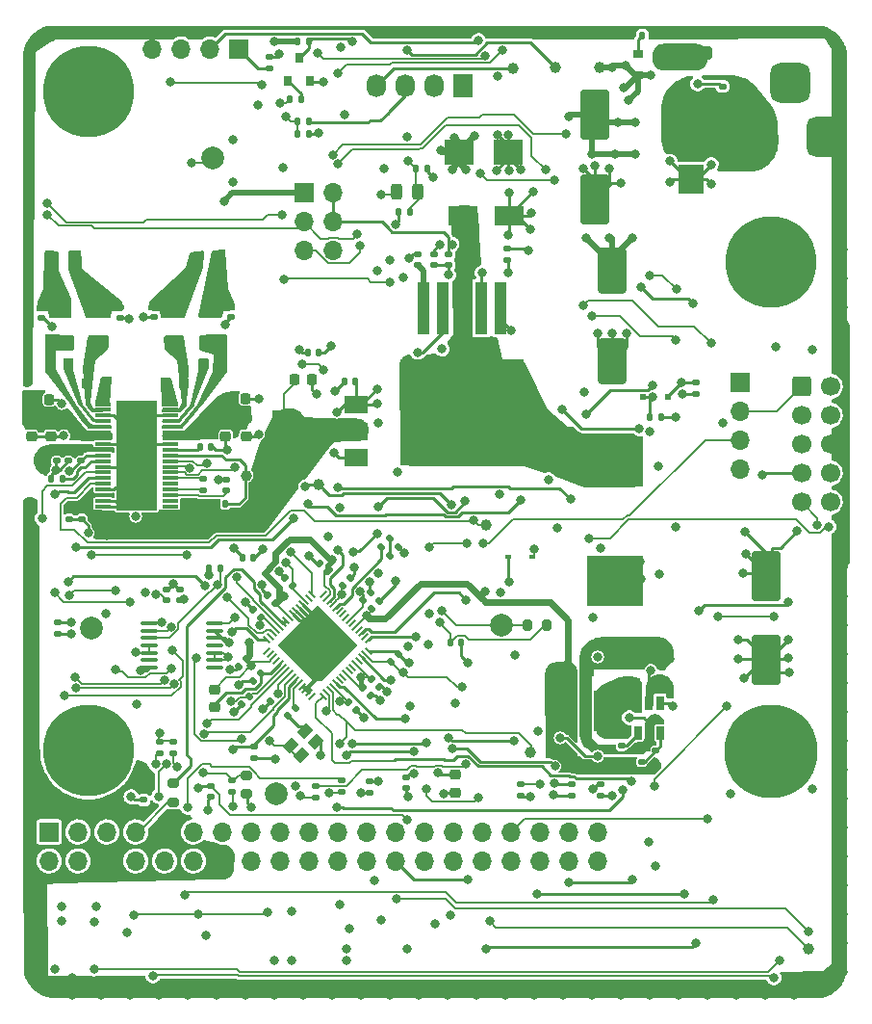
<source format=gbr>
G04 #@! TF.GenerationSoftware,KiCad,Pcbnew,(6.0.7)*
G04 #@! TF.CreationDate,2022-07-29T08:46:11-07:00*
G04 #@! TF.ProjectId,SJ-201-R10,534a2d32-3031-42d5-9231-302e6b696361,rev?*
G04 #@! TF.SameCoordinates,Original*
G04 #@! TF.FileFunction,Copper,L1,Top*
G04 #@! TF.FilePolarity,Positive*
%FSLAX46Y46*%
G04 Gerber Fmt 4.6, Leading zero omitted, Abs format (unit mm)*
G04 Created by KiCad (PCBNEW (6.0.7)) date 2022-07-29 08:46:11*
%MOMM*%
%LPD*%
G01*
G04 APERTURE LIST*
G04 Aperture macros list*
%AMRoundRect*
0 Rectangle with rounded corners*
0 $1 Rounding radius*
0 $2 $3 $4 $5 $6 $7 $8 $9 X,Y pos of 4 corners*
0 Add a 4 corners polygon primitive as box body*
4,1,4,$2,$3,$4,$5,$6,$7,$8,$9,$2,$3,0*
0 Add four circle primitives for the rounded corners*
1,1,$1+$1,$2,$3*
1,1,$1+$1,$4,$5*
1,1,$1+$1,$6,$7*
1,1,$1+$1,$8,$9*
0 Add four rect primitives between the rounded corners*
20,1,$1+$1,$2,$3,$4,$5,0*
20,1,$1+$1,$4,$5,$6,$7,0*
20,1,$1+$1,$6,$7,$8,$9,0*
20,1,$1+$1,$8,$9,$2,$3,0*%
%AMRotRect*
0 Rectangle, with rotation*
0 The origin of the aperture is its center*
0 $1 length*
0 $2 width*
0 $3 Rotation angle, in degrees counterclockwise*
0 Add horizontal line*
21,1,$1,$2,0,0,$3*%
G04 Aperture macros list end*
G04 #@! TA.AperFunction,ComponentPad*
%ADD10R,1.730000X2.030000*%
G04 #@! TD*
G04 #@! TA.AperFunction,ComponentPad*
%ADD11O,1.730000X2.030000*%
G04 #@! TD*
G04 #@! TA.AperFunction,SMDPad,CuDef*
%ADD12RoundRect,0.147500X0.172500X-0.147500X0.172500X0.147500X-0.172500X0.147500X-0.172500X-0.147500X0*%
G04 #@! TD*
G04 #@! TA.AperFunction,SMDPad,CuDef*
%ADD13RoundRect,0.147500X-0.147500X-0.172500X0.147500X-0.172500X0.147500X0.172500X-0.147500X0.172500X0*%
G04 #@! TD*
G04 #@! TA.AperFunction,SMDPad,CuDef*
%ADD14C,1.000000*%
G04 #@! TD*
G04 #@! TA.AperFunction,SMDPad,CuDef*
%ADD15R,0.900000X0.800000*%
G04 #@! TD*
G04 #@! TA.AperFunction,SMDPad,CuDef*
%ADD16RoundRect,0.147500X-0.172500X0.147500X-0.172500X-0.147500X0.172500X-0.147500X0.172500X0.147500X0*%
G04 #@! TD*
G04 #@! TA.AperFunction,SMDPad,CuDef*
%ADD17R,5.000000X4.500000*%
G04 #@! TD*
G04 #@! TA.AperFunction,ComponentPad*
%ADD18R,1.700000X1.700000*%
G04 #@! TD*
G04 #@! TA.AperFunction,ComponentPad*
%ADD19O,1.700000X1.700000*%
G04 #@! TD*
G04 #@! TA.AperFunction,ComponentPad*
%ADD20R,3.500000X3.500000*%
G04 #@! TD*
G04 #@! TA.AperFunction,ComponentPad*
%ADD21RoundRect,0.750000X0.750000X1.000000X-0.750000X1.000000X-0.750000X-1.000000X0.750000X-1.000000X0*%
G04 #@! TD*
G04 #@! TA.AperFunction,ComponentPad*
%ADD22RoundRect,0.875000X0.875000X0.875000X-0.875000X0.875000X-0.875000X-0.875000X0.875000X-0.875000X0*%
G04 #@! TD*
G04 #@! TA.AperFunction,ComponentPad*
%ADD23RoundRect,0.249999X-0.350001X-0.625001X0.350001X-0.625001X0.350001X0.625001X-0.350001X0.625001X0*%
G04 #@! TD*
G04 #@! TA.AperFunction,ComponentPad*
%ADD24O,1.200000X1.750000*%
G04 #@! TD*
G04 #@! TA.AperFunction,ComponentPad*
%ADD25RoundRect,0.249999X0.350001X0.625001X-0.350001X0.625001X-0.350001X-0.625001X0.350001X-0.625001X0*%
G04 #@! TD*
G04 #@! TA.AperFunction,SMDPad,CuDef*
%ADD26R,1.500000X3.600000*%
G04 #@! TD*
G04 #@! TA.AperFunction,SMDPad,CuDef*
%ADD27R,0.800000X0.900000*%
G04 #@! TD*
G04 #@! TA.AperFunction,SMDPad,CuDef*
%ADD28RoundRect,0.147500X0.147500X0.172500X-0.147500X0.172500X-0.147500X-0.172500X0.147500X-0.172500X0*%
G04 #@! TD*
G04 #@! TA.AperFunction,SMDPad,CuDef*
%ADD29RoundRect,0.147500X-0.017678X0.226274X-0.226274X0.017678X0.017678X-0.226274X0.226274X-0.017678X0*%
G04 #@! TD*
G04 #@! TA.AperFunction,SMDPad,CuDef*
%ADD30RoundRect,0.147500X-0.226274X-0.017678X-0.017678X-0.226274X0.226274X0.017678X0.017678X0.226274X0*%
G04 #@! TD*
G04 #@! TA.AperFunction,SMDPad,CuDef*
%ADD31R,0.500000X0.500000*%
G04 #@! TD*
G04 #@! TA.AperFunction,SMDPad,CuDef*
%ADD32RoundRect,0.147500X0.017678X-0.226274X0.226274X-0.017678X-0.017678X0.226274X-0.226274X0.017678X0*%
G04 #@! TD*
G04 #@! TA.AperFunction,SMDPad,CuDef*
%ADD33R,1.100000X4.600000*%
G04 #@! TD*
G04 #@! TA.AperFunction,SMDPad,CuDef*
%ADD34R,10.800000X9.400000*%
G04 #@! TD*
G04 #@! TA.AperFunction,SMDPad,CuDef*
%ADD35RoundRect,0.250000X-1.000000X1.750000X-1.000000X-1.750000X1.000000X-1.750000X1.000000X1.750000X0*%
G04 #@! TD*
G04 #@! TA.AperFunction,SMDPad,CuDef*
%ADD36RoundRect,0.147500X0.226274X0.017678X0.017678X0.226274X-0.226274X-0.017678X-0.017678X-0.226274X0*%
G04 #@! TD*
G04 #@! TA.AperFunction,SMDPad,CuDef*
%ADD37R,2.500000X1.800000*%
G04 #@! TD*
G04 #@! TA.AperFunction,ComponentPad*
%ADD38C,8.000000*%
G04 #@! TD*
G04 #@! TA.AperFunction,SMDPad,CuDef*
%ADD39RoundRect,0.250000X-1.000000X1.950000X-1.000000X-1.950000X1.000000X-1.950000X1.000000X1.950000X0*%
G04 #@! TD*
G04 #@! TA.AperFunction,SMDPad,CuDef*
%ADD40RoundRect,0.100000X-0.637500X-0.100000X0.637500X-0.100000X0.637500X0.100000X-0.637500X0.100000X0*%
G04 #@! TD*
G04 #@! TA.AperFunction,SMDPad,CuDef*
%ADD41RoundRect,0.218750X0.256250X-0.218750X0.256250X0.218750X-0.256250X0.218750X-0.256250X-0.218750X0*%
G04 #@! TD*
G04 #@! TA.AperFunction,SMDPad,CuDef*
%ADD42R,1.200000X0.900000*%
G04 #@! TD*
G04 #@! TA.AperFunction,SMDPad,CuDef*
%ADD43RotRect,1.100000X0.900000X45.000000*%
G04 #@! TD*
G04 #@! TA.AperFunction,SMDPad,CuDef*
%ADD44RoundRect,0.250000X1.450000X-0.312500X1.450000X0.312500X-1.450000X0.312500X-1.450000X-0.312500X0*%
G04 #@! TD*
G04 #@! TA.AperFunction,SMDPad,CuDef*
%ADD45R,0.650000X1.220000*%
G04 #@! TD*
G04 #@! TA.AperFunction,SMDPad,CuDef*
%ADD46RoundRect,0.218750X-0.218750X-0.256250X0.218750X-0.256250X0.218750X0.256250X-0.218750X0.256250X0*%
G04 #@! TD*
G04 #@! TA.AperFunction,ComponentPad*
%ADD47C,8.200000*%
G04 #@! TD*
G04 #@! TA.AperFunction,SMDPad,CuDef*
%ADD48RoundRect,0.243750X0.243750X0.456250X-0.243750X0.456250X-0.243750X-0.456250X0.243750X-0.456250X0*%
G04 #@! TD*
G04 #@! TA.AperFunction,SMDPad,CuDef*
%ADD49RoundRect,0.218750X-0.256250X0.218750X-0.256250X-0.218750X0.256250X-0.218750X0.256250X0.218750X0*%
G04 #@! TD*
G04 #@! TA.AperFunction,SMDPad,CuDef*
%ADD50R,2.000000X1.500000*%
G04 #@! TD*
G04 #@! TA.AperFunction,SMDPad,CuDef*
%ADD51R,2.000000X3.800000*%
G04 #@! TD*
G04 #@! TA.AperFunction,SMDPad,CuDef*
%ADD52R,1.400000X0.299999*%
G04 #@! TD*
G04 #@! TA.AperFunction,ComponentPad*
%ADD53C,0.499999*%
G04 #@! TD*
G04 #@! TA.AperFunction,SMDPad,CuDef*
%ADD54R,3.600000X9.700001*%
G04 #@! TD*
G04 #@! TA.AperFunction,SMDPad,CuDef*
%ADD55RoundRect,0.250000X-0.625000X0.375000X-0.625000X-0.375000X0.625000X-0.375000X0.625000X0.375000X0*%
G04 #@! TD*
G04 #@! TA.AperFunction,SMDPad,CuDef*
%ADD56RoundRect,0.218750X0.218750X0.256250X-0.218750X0.256250X-0.218750X-0.256250X0.218750X-0.256250X0*%
G04 #@! TD*
G04 #@! TA.AperFunction,SMDPad,CuDef*
%ADD57C,2.000000*%
G04 #@! TD*
G04 #@! TA.AperFunction,ComponentPad*
%ADD58RoundRect,0.250000X-0.600000X-0.600000X0.600000X-0.600000X0.600000X0.600000X-0.600000X0.600000X0*%
G04 #@! TD*
G04 #@! TA.AperFunction,ComponentPad*
%ADD59C,1.700000*%
G04 #@! TD*
G04 #@! TA.AperFunction,SMDPad,CuDef*
%ADD60RoundRect,0.135000X0.135000X0.185000X-0.135000X0.185000X-0.135000X-0.185000X0.135000X-0.185000X0*%
G04 #@! TD*
G04 #@! TA.AperFunction,SMDPad,CuDef*
%ADD61RoundRect,0.050000X0.291682X-0.220971X-0.220971X0.291682X-0.291682X0.220971X0.220971X-0.291682X0*%
G04 #@! TD*
G04 #@! TA.AperFunction,SMDPad,CuDef*
%ADD62RoundRect,0.050000X0.220971X0.291682X-0.291682X-0.220971X-0.220971X-0.291682X0.291682X0.220971X0*%
G04 #@! TD*
G04 #@! TA.AperFunction,SMDPad,CuDef*
%ADD63RoundRect,0.050000X0.291682X0.220971X0.220971X0.291682X-0.291682X-0.220971X-0.220971X-0.291682X0*%
G04 #@! TD*
G04 #@! TA.AperFunction,SMDPad,CuDef*
%ADD64RoundRect,0.050000X-0.220971X0.291682X-0.291682X0.220971X0.220971X-0.291682X0.291682X-0.220971X0*%
G04 #@! TD*
G04 #@! TA.AperFunction,SMDPad,CuDef*
%ADD65RoundRect,0.050000X-0.291682X0.220971X0.220971X-0.291682X0.291682X-0.220971X-0.220971X0.291682X0*%
G04 #@! TD*
G04 #@! TA.AperFunction,ComponentPad*
%ADD66C,0.600000*%
G04 #@! TD*
G04 #@! TA.AperFunction,SMDPad,CuDef*
%ADD67RotRect,4.500000X5.000000X135.000000*%
G04 #@! TD*
G04 #@! TA.AperFunction,SMDPad,CuDef*
%ADD68R,0.710000X0.700000*%
G04 #@! TD*
G04 #@! TA.AperFunction,SMDPad,CuDef*
%ADD69RotRect,4.500000X5.000000X225.000000*%
G04 #@! TD*
G04 #@! TA.AperFunction,SMDPad,CuDef*
%ADD70RoundRect,0.200000X0.200000X0.275000X-0.200000X0.275000X-0.200000X-0.275000X0.200000X-0.275000X0*%
G04 #@! TD*
G04 #@! TA.AperFunction,SMDPad,CuDef*
%ADD71RoundRect,0.135000X0.185000X-0.135000X0.185000X0.135000X-0.185000X0.135000X-0.185000X-0.135000X0*%
G04 #@! TD*
G04 #@! TA.AperFunction,SMDPad,CuDef*
%ADD72RoundRect,0.200000X0.275000X-0.200000X0.275000X0.200000X-0.275000X0.200000X-0.275000X-0.200000X0*%
G04 #@! TD*
G04 #@! TA.AperFunction,SMDPad,CuDef*
%ADD73RoundRect,0.140000X-0.170000X0.140000X-0.170000X-0.140000X0.170000X-0.140000X0.170000X0.140000X0*%
G04 #@! TD*
G04 #@! TA.AperFunction,SMDPad,CuDef*
%ADD74R,0.600000X0.450000*%
G04 #@! TD*
G04 #@! TA.AperFunction,SMDPad,CuDef*
%ADD75R,2.500000X2.300000*%
G04 #@! TD*
G04 #@! TA.AperFunction,SMDPad,CuDef*
%ADD76RoundRect,0.140000X-0.140000X-0.170000X0.140000X-0.170000X0.140000X0.170000X-0.140000X0.170000X0*%
G04 #@! TD*
G04 #@! TA.AperFunction,SMDPad,CuDef*
%ADD77RoundRect,0.140000X0.170000X-0.140000X0.170000X0.140000X-0.170000X0.140000X-0.170000X-0.140000X0*%
G04 #@! TD*
G04 #@! TA.AperFunction,SMDPad,CuDef*
%ADD78RoundRect,0.200000X-0.275000X0.200000X-0.275000X-0.200000X0.275000X-0.200000X0.275000X0.200000X0*%
G04 #@! TD*
G04 #@! TA.AperFunction,SMDPad,CuDef*
%ADD79R,2.300000X2.500000*%
G04 #@! TD*
G04 #@! TA.AperFunction,ViaPad*
%ADD80C,0.800000*%
G04 #@! TD*
G04 #@! TA.AperFunction,Conductor*
%ADD81C,0.250000*%
G04 #@! TD*
G04 #@! TA.AperFunction,Conductor*
%ADD82C,0.200000*%
G04 #@! TD*
G04 #@! TA.AperFunction,Conductor*
%ADD83C,0.600000*%
G04 #@! TD*
G04 #@! TA.AperFunction,Conductor*
%ADD84C,0.400000*%
G04 #@! TD*
G04 #@! TA.AperFunction,Conductor*
%ADD85C,0.500000*%
G04 #@! TD*
G04 #@! TA.AperFunction,Conductor*
%ADD86C,0.241300*%
G04 #@! TD*
G04 APERTURE END LIST*
D10*
G04 #@! TO.P,J7,1,Pin_1*
G04 #@! TO.N,GND*
X39920000Y-5206000D03*
D11*
G04 #@! TO.P,J7,2,Pin_2*
G04 #@! TO.N,PVDD*
X37380000Y-5206000D03*
G04 #@! TO.P,J7,3,Pin_3*
G04 #@! TO.N,/MCU/FAN_TACH*
X34840000Y-5206000D03*
G04 #@! TO.P,J7,4,Pin_4*
G04 #@! TO.N,/MCU/FAN_PWM*
X32300000Y-5206000D03*
G04 #@! TD*
D12*
G04 #@! TO.P,R16,1*
G04 #@! TO.N,I2S_DOUT_PI*
X52070000Y-67541000D03*
G04 #@! TO.P,R16,2*
G04 #@! TO.N,I2S_DIN_AMP*
X52070000Y-66571000D03*
G04 #@! TD*
G04 #@! TO.P,R33,1*
G04 #@! TO.N,I2S_WS_PI*
X45021500Y-67541000D03*
G04 #@! TO.P,R33,2*
G04 #@! TO.N,I2S_LRCK_AMP*
X45021500Y-66571000D03*
G04 #@! TD*
D13*
G04 #@! TO.P,R20,1*
G04 #@! TO.N,FanTach*
X25423000Y-8306840D03*
G04 #@! TO.P,R20,2*
G04 #@! TO.N,/MCU/FAN_TACH*
X26393000Y-8306840D03*
G04 #@! TD*
D14*
G04 #@! TO.P,TP4,1,1*
G04 #@! TO.N,I2S_LRCK_AMP*
X45923200Y-63754000D03*
G04 #@! TD*
D13*
G04 #@! TO.P,R25,1*
G04 #@! TO.N,FanTach*
X25423000Y-9398000D03*
G04 #@! TO.P,R25,2*
G04 #@! TO.N,GND*
X26393000Y-9398000D03*
G04 #@! TD*
D15*
G04 #@! TO.P,Q3,1,G*
G04 #@! TO.N,Net-(Q3-Pad1)*
X55388000Y-2352000D03*
G04 #@! TO.P,Q3,2,S*
G04 #@! TO.N,PVDD*
X55388000Y-4252000D03*
G04 #@! TO.P,Q3,3,D*
G04 #@! TO.N,Net-(FB8-Pad2)*
X57388000Y-3302000D03*
G04 #@! TD*
D16*
G04 #@! TO.P,R22,1*
G04 #@! TO.N,Net-(R22-Pad1)*
X31750000Y-66317000D03*
G04 #@! TO.P,R22,2*
G04 #@! TO.N,SPI_CLK*
X31750000Y-67287000D03*
G04 #@! TD*
D17*
G04 #@! TO.P,L1,1,1*
G04 #@! TO.N,/Power/5v_unfiltered*
X53340000Y-38184000D03*
G04 #@! TO.P,L1,2,2*
G04 #@! TO.N,+5V*
X53340000Y-48684000D03*
G04 #@! TD*
D16*
G04 #@! TO.P,R42,1*
G04 #@! TO.N,Net-(R42-Pad1)*
X49530000Y-66571000D03*
G04 #@! TO.P,R42,2*
G04 #@! TO.N,Boot_Sel*
X49530000Y-67541000D03*
G04 #@! TD*
D18*
G04 #@! TO.P,J5,1,Pin_1*
G04 #@! TO.N,+5V*
X64312800Y-31252000D03*
D19*
G04 #@! TO.P,J5,2,Pin_2*
G04 #@! TO.N,DVDD*
X64312800Y-33792000D03*
G04 #@! TO.P,J5,3,Pin_3*
G04 #@! TO.N,+1V0*
X64312800Y-36332000D03*
G04 #@! TO.P,J5,4,Pin_4*
G04 #@! TO.N,GND*
X64312800Y-38872000D03*
G04 #@! TD*
D20*
G04 #@! TO.P,J1,1*
G04 #@! TO.N,12v_Unregulated*
X65710000Y-9626000D03*
D21*
G04 #@! TO.P,J1,2*
G04 #@! TO.N,GND*
X71710000Y-9626000D03*
D22*
G04 #@! TO.P,J1,3*
X68710000Y-4926000D03*
G04 #@! TD*
D23*
G04 #@! TO.P,J3,1,1*
G04 #@! TO.N,/AudioAmp/Left+*
X3835400Y-20548600D03*
D24*
G04 #@! TO.P,J3,2,2*
G04 #@! TO.N,/AudioAmp/Left-*
X5835400Y-20548600D03*
G04 #@! TD*
D25*
G04 #@! TO.P,J4,1,1*
G04 #@! TO.N,/AudioAmp/Right+*
X18433800Y-20556400D03*
D24*
G04 #@! TO.P,J4,2,2*
G04 #@! TO.N,/AudioAmp/Right-*
X16433800Y-20556400D03*
G04 #@! TD*
D16*
G04 #@! TO.P,R38,1*
G04 #@! TO.N,XMOS_Reset*
X21590000Y-63269000D03*
G04 #@! TO.P,R38,2*
G04 #@! TO.N,GND*
X21590000Y-64239000D03*
G04 #@! TD*
D26*
G04 #@! TO.P,L2,1,1*
G04 #@! TO.N,Net-(C7-Pad1)*
X52267940Y-60109820D03*
G04 #@! TO.P,L2,2,2*
G04 #@! TO.N,+1V0*
X49217940Y-60109820D03*
G04 #@! TD*
D27*
G04 #@! TO.P,Q1,1,B*
G04 #@! TO.N,Net-(Q1-Pad1)*
X24590000Y-4712000D03*
G04 #@! TO.P,Q1,2,E*
G04 #@! TO.N,GND*
X26490000Y-4712000D03*
G04 #@! TO.P,Q1,3,C*
G04 #@! TO.N,/MCU/FAN_PWM*
X25540000Y-2712000D03*
G04 #@! TD*
D28*
G04 #@! TO.P,R2,1*
G04 #@! TO.N,Net-(Q1-Pad1)*
X25709380Y-6316140D03*
G04 #@! TO.P,R2,2*
G04 #@! TO.N,FanPWM*
X24739380Y-6316140D03*
G04 #@! TD*
D13*
G04 #@! TO.P,R18,1*
G04 #@! TO.N,PVDD*
X25423000Y-1270000D03*
G04 #@! TO.P,R18,2*
G04 #@! TO.N,/MCU/FAN_PWM*
X26393000Y-1270000D03*
G04 #@! TD*
D29*
G04 #@! TO.P,R32,1*
G04 #@! TO.N,/xmos/24M*
X25234947Y-59855053D03*
G04 #@! TO.P,R32,2*
G04 #@! TO.N,Net-(R32-Pad2)*
X24549053Y-60540947D03*
G04 #@! TD*
D30*
G04 #@! TO.P,C40,1*
G04 #@! TO.N,DVDD*
X29883053Y-59347053D03*
G04 #@! TO.P,C40,2*
G04 #@! TO.N,GND*
X30568947Y-60032947D03*
G04 #@! TD*
D28*
G04 #@! TO.P,R27,1*
G04 #@! TO.N,Net-(Q3-Pad1)*
X55730000Y-762000D03*
G04 #@! TO.P,R27,2*
G04 #@! TO.N,GND*
X54760000Y-762000D03*
G04 #@! TD*
D16*
G04 #@! TO.P,C8,1*
G04 #@! TO.N,+5V*
X38700000Y-19965000D03*
G04 #@! TO.P,C8,2*
G04 #@! TO.N,Net-(C8-Pad2)*
X38700000Y-20935000D03*
G04 #@! TD*
D31*
G04 #@! TO.P,D1,1,K*
G04 #@! TO.N,Net-(C28-Pad1)*
X55796000Y-32512000D03*
G04 #@! TO.P,D1,2,A*
G04 #@! TO.N,+5V*
X57996000Y-32512000D03*
G04 #@! TD*
D13*
G04 #@! TO.P,C28,1*
G04 #@! TO.N,Net-(C28-Pad1)*
X56411000Y-34290000D03*
G04 #@! TO.P,C28,2*
G04 #@! TO.N,GND*
X57381000Y-34290000D03*
G04 #@! TD*
D29*
G04 #@! TO.P,R41,1*
G04 #@! TO.N,SPI_CSn*
X34290000Y-55118000D03*
G04 #@! TO.P,R41,2*
G04 #@! TO.N,DVDD*
X33604106Y-55803894D03*
G04 #@! TD*
D32*
G04 #@! TO.P,C35,1*
G04 #@! TO.N,DVDD*
X31153053Y-50380947D03*
G04 #@! TO.P,C35,2*
G04 #@! TO.N,GND*
X31838947Y-49695053D03*
G04 #@! TD*
G04 #@! TO.P,R34,1*
G04 #@! TO.N,Net-(R34-Pad1)*
X32804053Y-45681947D03*
G04 #@! TO.P,R34,2*
G04 #@! TO.N,Net-(R34-Pad2)*
X33489947Y-44996053D03*
G04 #@! TD*
D16*
G04 #@! TO.P,R8,1*
G04 #@! TO.N,GND*
X37450000Y-19965000D03*
G04 #@! TO.P,R8,2*
G04 #@! TO.N,Net-(C8-Pad2)*
X37450000Y-20935000D03*
G04 #@! TD*
D12*
G04 #@! TO.P,R39,1*
G04 #@! TO.N,GPIO25*
X13884000Y-50385000D03*
G04 #@! TO.P,R39,2*
G04 #@! TO.N,GND*
X13884000Y-49415000D03*
G04 #@! TD*
G04 #@! TO.P,C3,1*
G04 #@! TO.N,PVDD*
X36000000Y-20935000D03*
G04 #@! TO.P,C3,2*
G04 #@! TO.N,GND*
X36000000Y-19965000D03*
G04 #@! TD*
D33*
G04 #@! TO.P,U1,1,GND*
G04 #@! TO.N,GND*
X43278000Y-24705000D03*
G04 #@! TO.P,U1,2,FB*
G04 #@! TO.N,Net-(C8-Pad2)*
X41578000Y-24705000D03*
D34*
G04 #@! TO.P,U1,3,SW*
G04 #@! TO.N,/Power/5v_unfiltered*
X39878000Y-33855000D03*
D33*
X39878000Y-24705000D03*
G04 #@! TO.P,U1,4,VC*
G04 #@! TO.N,GND*
X38178000Y-24705000D03*
G04 #@! TO.P,U1,5,VIN*
G04 #@! TO.N,PVDD*
X36478000Y-24705000D03*
G04 #@! TD*
D35*
G04 #@! TO.P,C1,1*
G04 #@! TO.N,PVDD*
X53086000Y-21400000D03*
G04 #@! TO.P,C1,2*
G04 #@! TO.N,GND*
X53086000Y-29400000D03*
G04 #@! TD*
D16*
G04 #@! TO.P,R40,1*
G04 #@! TO.N,GND*
X15084000Y-49415000D03*
G04 #@! TO.P,R40,2*
G04 #@! TO.N,/xmos/MIC_DATA_M*
X15084000Y-50385000D03*
G04 #@! TD*
D36*
G04 #@! TO.P,C41,1*
G04 #@! TO.N,+1V0*
X23456947Y-50634947D03*
G04 #@! TO.P,C41,2*
G04 #@! TO.N,GND*
X22771053Y-49949053D03*
G04 #@! TD*
D12*
G04 #@! TO.P,C63,1*
G04 #@! TO.N,12v_Unregulated*
X62800000Y-6185000D03*
G04 #@! TO.P,C63,2*
G04 #@! TO.N,GND*
X62800000Y-5215000D03*
G04 #@! TD*
D30*
G04 #@! TO.P,C48,1*
G04 #@! TO.N,+1V0*
X31153053Y-58077053D03*
G04 #@! TO.P,C48,2*
G04 #@! TO.N,GND*
X31838947Y-58762947D03*
G04 #@! TD*
D32*
G04 #@! TO.P,C42,1*
G04 #@! TO.N,+1V0*
X29375053Y-49110947D03*
G04 #@! TO.P,C42,2*
G04 #@! TO.N,GND*
X30060947Y-48425053D03*
G04 #@! TD*
D30*
G04 #@! TO.P,C46,1*
G04 #@! TO.N,+1V0*
X31915053Y-57315053D03*
G04 #@! TO.P,C46,2*
G04 #@! TO.N,GND*
X32600947Y-58000947D03*
G04 #@! TD*
D37*
G04 #@! TO.P,D14,1,K*
G04 #@! TO.N,/Power/5v_unfiltered*
X40000000Y-16575000D03*
G04 #@! TO.P,D14,2,A*
G04 #@! TO.N,GND*
X44000000Y-16575000D03*
G04 #@! TD*
D13*
G04 #@! TO.P,C43,1*
G04 #@! TO.N,DVDD*
X38859600Y-54102000D03*
G04 #@! TO.P,C43,2*
G04 #@! TO.N,GND*
X39829600Y-54102000D03*
G04 #@! TD*
D32*
G04 #@! TO.P,C44,1*
G04 #@! TO.N,+1V0*
X31915053Y-51142947D03*
G04 #@! TO.P,C44,2*
G04 #@! TO.N,GND*
X32600947Y-50457053D03*
G04 #@! TD*
D29*
G04 #@! TO.P,C45,1*
G04 #@! TO.N,DVDD*
X21170947Y-58839053D03*
G04 #@! TO.P,C45,2*
G04 #@! TO.N,GND*
X20485053Y-59524947D03*
G04 #@! TD*
D36*
G04 #@! TO.P,C53,1*
G04 #@! TO.N,+1V0*
X28028947Y-47840947D03*
G04 #@! TO.P,C53,2*
G04 #@! TO.N,GND*
X27343053Y-47155053D03*
G04 #@! TD*
D29*
G04 #@! TO.P,C50,1*
G04 #@! TO.N,+1V0*
X23710947Y-58585053D03*
G04 #@! TO.P,C50,2*
G04 #@! TO.N,GND*
X23025053Y-59270947D03*
G04 #@! TD*
D16*
G04 #@! TO.P,C4,1*
G04 #@! TO.N,+5V*
X60477400Y-31265000D03*
G04 #@! TO.P,C4,2*
G04 #@! TO.N,GND*
X60477400Y-32235000D03*
G04 #@! TD*
D13*
G04 #@! TO.P,C55,1*
G04 #@! TO.N,/xmos/3V3_MIC0*
X35837000Y-12446000D03*
G04 #@! TO.P,C55,2*
G04 #@! TO.N,GND*
X36807000Y-12446000D03*
G04 #@! TD*
D28*
G04 #@! TO.P,C57,1*
G04 #@! TO.N,/xmos/3V3_MIC0*
X35283000Y-16256000D03*
G04 #@! TO.P,C57,2*
G04 #@! TO.N,GND*
X34313000Y-16256000D03*
G04 #@! TD*
D36*
G04 #@! TO.P,C49,1*
G04 #@! TO.N,DVDD*
X22186947Y-51904947D03*
G04 #@! TO.P,C49,2*
G04 #@! TO.N,GND*
X21501053Y-51219053D03*
G04 #@! TD*
G04 #@! TO.P,C47,1*
G04 #@! TO.N,DVDD*
X24980947Y-49110947D03*
G04 #@! TO.P,C47,2*
G04 #@! TO.N,GND*
X24295053Y-48425053D03*
G04 #@! TD*
D12*
G04 #@! TO.P,C51,1*
G04 #@! TO.N,DVDD*
X11887200Y-67947400D03*
G04 #@! TO.P,C51,2*
G04 #@! TO.N,GND*
X11887200Y-66977400D03*
G04 #@! TD*
D29*
G04 #@! TO.P,C52,1*
G04 #@! TO.N,+1V0*
X20916947Y-55537053D03*
G04 #@! TO.P,C52,2*
G04 #@! TO.N,GND*
X20231053Y-56222947D03*
G04 #@! TD*
D16*
G04 #@! TO.P,R1,1*
G04 #@! TO.N,+5V*
X43861000Y-19504200D03*
G04 #@! TO.P,R1,2*
G04 #@! TO.N,Net-(C8-Pad2)*
X43861000Y-20474200D03*
G04 #@! TD*
D38*
G04 #@! TO.P,H3,1*
G04 #@! TO.N,N/C*
X7014300Y-5637800D03*
G04 #@! TD*
D39*
G04 #@! TO.P,C6,1*
G04 #@! TO.N,+5V*
X66598800Y-48243000D03*
G04 #@! TO.P,C6,2*
G04 #@! TO.N,GND*
X66598800Y-55643000D03*
G04 #@! TD*
D40*
G04 #@! TO.P,U5,1,1OE_N*
G04 #@! TO.N,GPIO25*
X12371500Y-52400000D03*
G04 #@! TO.P,U5,2,1A*
G04 #@! TO.N,/xmos/MIC_DATA_M*
X12371500Y-53050000D03*
G04 #@! TO.P,U5,3,1Y*
G04 #@! TO.N,/xmos/MIC_DATA*
X12371500Y-53700000D03*
G04 #@! TO.P,U5,4,2OE_N*
G04 #@! TO.N,GND*
X12371500Y-54350000D03*
G04 #@! TO.P,U5,5,2A*
X12371500Y-55000000D03*
G04 #@! TO.P,U5,6,2Y*
G04 #@! TO.N,unconnected-(U5-Pad6)*
X12371500Y-55650000D03*
G04 #@! TO.P,U5,7,GND*
G04 #@! TO.N,GND*
X12371500Y-56300000D03*
G04 #@! TO.P,U5,8,3Y*
G04 #@! TO.N,unconnected-(U5-Pad8)*
X18096500Y-56300000D03*
G04 #@! TO.P,U5,9,3A*
G04 #@! TO.N,GND*
X18096500Y-55650000D03*
G04 #@! TO.P,U5,10,3OE_N*
X18096500Y-55000000D03*
G04 #@! TO.P,U5,11,4Y*
G04 #@! TO.N,unconnected-(U5-Pad11)*
X18096500Y-54350000D03*
G04 #@! TO.P,U5,12,4A*
G04 #@! TO.N,GND*
X18096500Y-53700000D03*
G04 #@! TO.P,U5,13,4OE_N*
X18096500Y-53050000D03*
G04 #@! TO.P,U5,14,VCC*
G04 #@! TO.N,DVDD*
X18096500Y-52400000D03*
G04 #@! TD*
D41*
G04 #@! TO.P,R24,1*
G04 #@! TO.N,/xmos/PLL_AVDD_Filter*
X18100000Y-59787500D03*
G04 #@! TO.P,R24,2*
G04 #@! TO.N,+1V0*
X18100000Y-58212500D03*
G04 #@! TD*
D14*
G04 #@! TO.P,TP18,1,1*
G04 #@! TO.N,Neopixel*
X70358000Y-81026000D03*
G04 #@! TD*
D16*
G04 #@! TO.P,C7,1*
G04 #@! TO.N,Net-(C7-Pad1)*
X53928100Y-62219000D03*
G04 #@! TO.P,C7,2*
G04 #@! TO.N,Net-(C7-Pad2)*
X53928100Y-63189000D03*
G04 #@! TD*
G04 #@! TO.P,R4,1*
G04 #@! TO.N,GND*
X55704000Y-63619000D03*
G04 #@! TO.P,R4,2*
G04 #@! TO.N,Net-(R3-Pad2)*
X55704000Y-64589000D03*
G04 #@! TD*
G04 #@! TO.P,C5,1*
G04 #@! TO.N,GND*
X57479020Y-56284720D03*
G04 #@! TO.P,C5,2*
G04 #@! TO.N,+5V*
X57479020Y-57254720D03*
G04 #@! TD*
D42*
G04 #@! TO.P,D15,1,K*
G04 #@! TO.N,Net-(C7-Pad1)*
X54941560Y-57632320D03*
G04 #@! TO.P,D15,2,A*
G04 #@! TO.N,GND*
X54941560Y-54332320D03*
G04 #@! TD*
D18*
G04 #@! TO.P,J6,1,3V3*
G04 #@! TO.N,unconnected-(J6-Pad1)*
X3552000Y-70746000D03*
D19*
G04 #@! TO.P,J6,2,5V*
G04 #@! TO.N,+5V*
X3552000Y-73286000D03*
G04 #@! TO.P,J6,3,SDA/GPIO2*
G04 #@! TO.N,SDA*
X6092000Y-70746000D03*
G04 #@! TO.P,J6,4,5V*
G04 #@! TO.N,+5V*
X6092000Y-73286000D03*
G04 #@! TO.P,J6,5,SCL/GPIO3*
G04 #@! TO.N,SCL*
X8632000Y-70746000D03*
G04 #@! TO.P,J6,6,GND*
G04 #@! TO.N,GND*
X8632000Y-73286000D03*
G04 #@! TO.P,J6,7,GCLK0/GPIO4*
G04 #@! TO.N,I2S_MCLK_PI*
X11172000Y-70746000D03*
G04 #@! TO.P,J6,8,GPIO14/TXD*
G04 #@! TO.N,UART_TXD_PI*
X11172000Y-73286000D03*
G04 #@! TO.P,J6,9,GND*
G04 #@! TO.N,GND*
X13712000Y-70746000D03*
G04 #@! TO.P,J6,10,GPIO15/RXD*
G04 #@! TO.N,UART_RXD_PI*
X13712000Y-73286000D03*
G04 #@! TO.P,J6,11,GPIO17*
G04 #@! TO.N,FanTach*
X16252000Y-70746000D03*
G04 #@! TO.P,J6,12,GPIO18/PWM0*
G04 #@! TO.N,I2S_BCLK_PI*
X16252000Y-73286000D03*
G04 #@! TO.P,J6,13,GPIO27*
G04 #@! TO.N,XMOS_Reset*
X18792000Y-70746000D03*
G04 #@! TO.P,J6,14,GND*
G04 #@! TO.N,GND*
X18792000Y-73286000D03*
G04 #@! TO.P,J6,15,GPIO22*
G04 #@! TO.N,Net-(J6-Pad15)*
X21332000Y-70746000D03*
G04 #@! TO.P,J6,16,GPIO23*
G04 #@! TO.N,Net-(J6-Pad16)*
X21332000Y-73286000D03*
G04 #@! TO.P,J6,17,3V3*
G04 #@! TO.N,unconnected-(J6-Pad17)*
X23872000Y-70746000D03*
G04 #@! TO.P,J6,18,GPIO24*
G04 #@! TO.N,Net-(J6-Pad18)*
X23872000Y-73286000D03*
G04 #@! TO.P,J6,19,MOSI0/GPIO10*
G04 #@! TO.N,SPI_MOSI*
X26412000Y-70746000D03*
G04 #@! TO.P,J6,20,GND*
G04 #@! TO.N,GND*
X26412000Y-73286000D03*
G04 #@! TO.P,J6,21,MISO0/GPIO9*
G04 #@! TO.N,SPI_MISO*
X28952000Y-70746000D03*
G04 #@! TO.P,J6,22,GPIO25*
G04 #@! TO.N,Net-(J6-Pad22)*
X28952000Y-73286000D03*
G04 #@! TO.P,J6,23,SCLK0/GPIO11*
G04 #@! TO.N,SPI_CLK*
X31492000Y-70746000D03*
G04 #@! TO.P,J6,24,~{CE0}/GPIO8*
G04 #@! TO.N,SPI_CSn*
X31492000Y-73286000D03*
G04 #@! TO.P,J6,25,GND*
G04 #@! TO.N,GND*
X34032000Y-70746000D03*
G04 #@! TO.P,J6,26,~{CE1}/GPIO7*
G04 #@! TO.N,GPIO7*
X34032000Y-73286000D03*
G04 #@! TO.P,J6,27,ID_SD/GPIO0*
G04 #@! TO.N,GPIO0*
X36572000Y-70746000D03*
G04 #@! TO.P,J6,28,ID_SC/GPIO1*
G04 #@! TO.N,GPIO1*
X36572000Y-73286000D03*
G04 #@! TO.P,J6,29,GCLK1/GPIO5*
G04 #@! TO.N,Net-(J6-Pad29)*
X39112000Y-70746000D03*
G04 #@! TO.P,J6,30,GND*
G04 #@! TO.N,GND*
X39112000Y-73286000D03*
G04 #@! TO.P,J6,31,GCLK2/GPIO6*
G04 #@! TO.N,TAS_Fault*
X41652000Y-70746000D03*
G04 #@! TO.P,J6,32,PWM0/GPIO12*
G04 #@! TO.N,Neopixel*
X41652000Y-73286000D03*
G04 #@! TO.P,J6,33,PWM1/GPIO13*
G04 #@! TO.N,FanPWM*
X44192000Y-70746000D03*
G04 #@! TO.P,J6,34,GND*
G04 #@! TO.N,GND*
X44192000Y-73286000D03*
G04 #@! TO.P,J6,35,GPIO19/MISO1*
G04 #@! TO.N,I2S_WS_PI*
X46732000Y-70746000D03*
G04 #@! TO.P,J6,36,GPIO16*
G04 #@! TO.N,Enable1V*
X46732000Y-73286000D03*
G04 #@! TO.P,J6,37,GPIO26*
G04 #@! TO.N,Boot_Sel*
X49272000Y-70746000D03*
G04 #@! TO.P,J6,38,GPIO20/MOSI1*
G04 #@! TO.N,I2S_DIN_PI*
X49272000Y-73286000D03*
G04 #@! TO.P,J6,39,GND*
G04 #@! TO.N,GND*
X51812000Y-70746000D03*
G04 #@! TO.P,J6,40,GPIO21/SCLK1*
G04 #@! TO.N,I2S_DOUT_PI*
X51812000Y-73286000D03*
G04 #@! TD*
D43*
G04 #@! TO.P,X1,1,~{ST}*
G04 #@! TO.N,DVDD*
X25766579Y-64052660D03*
G04 #@! TO.P,X1,2,GND*
G04 #@! TO.N,GND*
X26968660Y-62850579D03*
G04 #@! TO.P,X1,3,OUT*
G04 #@! TO.N,Net-(R32-Pad2)*
X26049421Y-61931340D03*
G04 #@! TO.P,X1,4,Vcc*
G04 #@! TO.N,DVDD*
X24847340Y-63133421D03*
G04 #@! TD*
D44*
G04 #@! TO.P,FB8,1*
G04 #@! TO.N,12v_Unregulated*
X60200000Y-6537500D03*
G04 #@! TO.P,FB8,2*
G04 #@! TO.N,Net-(FB8-Pad2)*
X60200000Y-2262500D03*
G04 #@! TD*
D39*
G04 #@! TO.P,C64,1*
G04 #@! TO.N,PVDD*
X51562000Y-7730000D03*
G04 #@! TO.P,C64,2*
G04 #@! TO.N,GND*
X51562000Y-15130000D03*
G04 #@! TD*
D38*
G04 #@! TO.P,H4,1*
G04 #@! TO.N,N/C*
X7014300Y-63626000D03*
G04 #@! TD*
D32*
G04 #@! TO.P,R5,1*
G04 #@! TO.N,Net-(R34-Pad2)*
X33566053Y-46443947D03*
G04 #@! TO.P,R5,2*
G04 #@! TO.N,GND*
X34251947Y-45758053D03*
G04 #@! TD*
D45*
G04 #@! TO.P,U7,1,BST*
G04 #@! TO.N,Net-(C7-Pad2)*
X55386020Y-62042120D03*
G04 #@! TO.P,U7,2,GND*
G04 #@! TO.N,GND*
X56336020Y-62042120D03*
G04 #@! TO.P,U7,3,FB*
G04 #@! TO.N,Net-(R3-Pad2)*
X57286020Y-62042120D03*
G04 #@! TO.P,U7,4,EN*
G04 #@! TO.N,Enable1V*
X57286020Y-59422120D03*
G04 #@! TO.P,U7,5,VIN*
G04 #@! TO.N,+5V*
X56336020Y-59422120D03*
G04 #@! TO.P,U7,6,SW*
G04 #@! TO.N,Net-(C7-Pad1)*
X55386020Y-59422120D03*
G04 #@! TD*
D46*
G04 #@! TO.P,C37,1*
G04 #@! TO.N,+1V0*
X49488080Y-56685900D03*
G04 #@! TO.P,C37,2*
G04 #@! TO.N,GND*
X51063080Y-56685900D03*
G04 #@! TD*
D38*
G04 #@! TO.P,H1,1,1*
G04 #@! TO.N,GND*
X67021800Y-20623800D03*
G04 #@! TD*
D12*
G04 #@! TO.P,R3,1*
G04 #@! TO.N,+1V0*
X56904000Y-64589000D03*
G04 #@! TO.P,R3,2*
G04 #@! TO.N,Net-(R3-Pad2)*
X56904000Y-63619000D03*
G04 #@! TD*
D47*
G04 #@! TO.P,H2,1*
G04 #@! TO.N,N/C*
X67034500Y-63638700D03*
G04 #@! TD*
D48*
G04 #@! TO.P,FB5,1*
G04 #@! TO.N,/xmos/3V3_MIC0*
X35989500Y-14478000D03*
G04 #@! TO.P,FB5,2*
G04 #@! TO.N,DVDD*
X34114500Y-14478000D03*
G04 #@! TD*
D49*
G04 #@! TO.P,C17,1*
G04 #@! TO.N,PVDD*
X3692500Y-34382700D03*
G04 #@! TO.P,C17,2*
G04 #@! TO.N,GND*
X3692500Y-35957700D03*
G04 #@! TD*
G04 #@! TO.P,C20,1*
G04 #@! TO.N,PVDD*
X1990700Y-34382700D03*
G04 #@! TO.P,C20,2*
G04 #@! TO.N,GND*
X1990700Y-35957700D03*
G04 #@! TD*
D46*
G04 #@! TO.P,C19,1*
G04 #@! TO.N,PVDD*
X2015900Y-32731800D03*
G04 #@! TO.P,C19,2*
G04 #@! TO.N,GND*
X3590900Y-32731800D03*
G04 #@! TD*
D49*
G04 #@! TO.P,R19,1*
G04 #@! TO.N,GPIO5*
X39300000Y-65712500D03*
G04 #@! TO.P,R19,2*
G04 #@! TO.N,Net-(J6-Pad29)*
X39300000Y-67287500D03*
G04 #@! TD*
D16*
G04 #@! TO.P,C62,1*
G04 #@! TO.N,/AudioAmp/Right-*
X12811000Y-24499800D03*
G04 #@! TO.P,C62,2*
G04 #@! TO.N,GND*
X12811000Y-25469800D03*
G04 #@! TD*
D50*
G04 #@! TO.P,U4,1,GND*
G04 #@! TO.N,GND*
X30525500Y-37830500D03*
D51*
G04 #@! TO.P,U4,2,VO*
G04 #@! TO.N,DVDD*
X24225500Y-35530500D03*
D50*
X30525500Y-35530500D03*
G04 #@! TO.P,U4,3,VI*
G04 #@! TO.N,+5V*
X30525500Y-33230500D03*
G04 #@! TD*
D16*
G04 #@! TO.P,R6,1*
G04 #@! TO.N,DVDD*
X6361300Y-37171500D03*
G04 #@! TO.P,R6,2*
G04 #@! TO.N,TAS_Fault*
X6361300Y-38141500D03*
G04 #@! TD*
D52*
G04 #@! TO.P,U3,1,BST_A-*
G04 #@! TO.N,/AudioAmp/BSTA-*
X8311301Y-33156499D03*
G04 #@! TO.P,U3,2,OUT_A-*
G04 #@! TO.N,/AudioAmp/OUT_A1-*
X8311301Y-33656498D03*
G04 #@! TO.P,U3,3,PGND*
G04 #@! TO.N,GND*
X8311301Y-34156499D03*
G04 #@! TO.P,U3,4,BST_A+*
G04 #@! TO.N,/AudioAmp/BSTA+*
X8311301Y-34656498D03*
G04 #@! TO.P,U3,5,OUT_A+*
G04 #@! TO.N,/AudioAmp/OUT_A1+*
X8311301Y-35156500D03*
G04 #@! TO.P,U3,6,PVDD*
G04 #@! TO.N,PVDD*
X8311301Y-35656499D03*
G04 #@! TO.P,U3,7,PVDD*
X8311301Y-36156498D03*
G04 #@! TO.P,U3,8,DGND*
G04 #@! TO.N,GND*
X8311301Y-36656499D03*
G04 #@! TO.P,U3,9,DVDD*
G04 #@! TO.N,DVDD*
X8311301Y-37156498D03*
G04 #@! TO.P,U3,10,ADR_FAULT_N*
G04 #@! TO.N,TAS_Fault*
X8311301Y-37656500D03*
G04 #@! TO.P,U3,11,VR_DIG*
G04 #@! TO.N,/AudioAmp/VR_DIG*
X8311301Y-38156499D03*
G04 #@! TO.P,U3,12,DGND*
G04 #@! TO.N,GND*
X8311301Y-38656498D03*
G04 #@! TO.P,U3,13,LRCLK*
G04 #@! TO.N,I2S_LRCK_AMP*
X8311301Y-39156500D03*
G04 #@! TO.P,U3,14,SCLK*
G04 #@! TO.N,I2S_BCLK_AMP*
X8311301Y-39656499D03*
G04 #@! TO.P,U3,15,SDIN*
G04 #@! TO.N,I2S_DIN_AMP*
X8311301Y-40156500D03*
G04 #@! TO.P,U3,16,HP_GND*
G04 #@! TO.N,GND*
X8311301Y-40656499D03*
G04 #@! TO.P,U3,17,HPVDD*
G04 #@! TO.N,DVDD*
X8311301Y-41156498D03*
G04 #@! TO.P,U3,18,HPR_IN*
G04 #@! TO.N,GND*
X8311301Y-41656500D03*
G04 #@! TO.P,U3,19,HPL_IN*
X8311301Y-42156499D03*
G04 #@! TO.P,U3,20,HPR_OUT*
G04 #@! TO.N,unconnected-(U3-Pad20)*
X14211302Y-42156499D03*
G04 #@! TO.P,U3,21,HPL_OUT*
G04 #@! TO.N,unconnected-(U3-Pad21)*
X14211302Y-41656500D03*
G04 #@! TO.P,U3,22,HPVSS*
G04 #@! TO.N,Net-(C24-Pad1)*
X14211302Y-41156498D03*
G04 #@! TO.P,U3,23,CPN*
G04 #@! TO.N,Net-(C21-Pad1)*
X14211302Y-40656499D03*
G04 #@! TO.P,U3,24,NC*
G04 #@! TO.N,unconnected-(U3-Pad24)*
X14211302Y-40156500D03*
G04 #@! TO.P,U3,25,CPP*
G04 #@! TO.N,Net-(C21-Pad2)*
X14211302Y-39656499D03*
G04 #@! TO.P,U3,26,SDOUT*
G04 #@! TO.N,I2S_DIN_XMOS*
X14211302Y-39156500D03*
G04 #@! TO.P,U3,27,SDA*
G04 #@! TO.N,SDA*
X14211302Y-38656498D03*
G04 #@! TO.P,U3,28,SCL*
G04 #@! TO.N,SCL*
X14211302Y-38156499D03*
G04 #@! TO.P,U3,29,PDN_N*
G04 #@! TO.N,GPIO5*
X14211302Y-37656500D03*
G04 #@! TO.P,U3,30,AVDD*
G04 #@! TO.N,/AudioAmp/AVDD*
X14211302Y-37156498D03*
G04 #@! TO.P,U3,31,AGND*
G04 #@! TO.N,GND*
X14211302Y-36656499D03*
G04 #@! TO.P,U3,32,PVDD*
G04 #@! TO.N,PVDD*
X14211302Y-36156498D03*
G04 #@! TO.P,U3,33,PVDD*
X14211302Y-35656499D03*
G04 #@! TO.P,U3,34,OUT_B+*
G04 #@! TO.N,/AudioAmp/OUT_B1+*
X14211302Y-35156500D03*
G04 #@! TO.P,U3,35,BST_B+*
G04 #@! TO.N,/AudioAmp/BSTB+*
X14211302Y-34656498D03*
G04 #@! TO.P,U3,36,PGND*
G04 #@! TO.N,GND*
X14211302Y-34156499D03*
G04 #@! TO.P,U3,37,OUT_B-*
G04 #@! TO.N,/AudioAmp/OUT_B1-*
X14211302Y-33656498D03*
G04 #@! TO.P,U3,38,BST_B-*
G04 #@! TO.N,/AudioAmp/BSTB-*
X14211302Y-33156499D03*
D53*
G04 #@! TO.P,U3,39,PAD*
G04 #@! TO.N,GND*
X11261300Y-33106499D03*
X9961300Y-40906501D03*
X9961300Y-35706499D03*
X12561300Y-35706499D03*
X12561300Y-38306501D03*
X12561300Y-37006499D03*
X9961300Y-39606501D03*
X12561300Y-33106499D03*
X11261300Y-40906501D03*
X12561300Y-39606501D03*
X12561300Y-34406499D03*
X9961300Y-37006499D03*
X11261300Y-34406499D03*
X11261300Y-38306501D03*
X9961300Y-34406499D03*
X11261300Y-37006499D03*
X11261300Y-35706499D03*
X9961300Y-38306501D03*
X12561300Y-40906501D03*
X9961300Y-33106499D03*
X11261300Y-39606501D03*
X9961300Y-42206501D03*
X12561300Y-42206501D03*
X11261300Y-42206501D03*
D54*
X11261300Y-37656500D03*
G04 #@! TD*
D16*
G04 #@! TO.P,C10,1*
G04 #@! TO.N,DVDD*
X4211300Y-37171500D03*
G04 #@! TO.P,C10,2*
G04 #@! TO.N,GND*
X4211300Y-38141500D03*
G04 #@! TD*
G04 #@! TO.P,C61,1*
G04 #@! TO.N,DVDD*
X5334000Y-42263200D03*
G04 #@! TO.P,C61,2*
G04 #@! TO.N,GND*
X5334000Y-43233200D03*
G04 #@! TD*
D46*
G04 #@! TO.P,C60,1*
G04 #@! TO.N,DVDD*
X25112500Y-31000000D03*
G04 #@! TO.P,C60,2*
G04 #@! TO.N,GND*
X26687500Y-31000000D03*
G04 #@! TD*
D13*
G04 #@! TO.P,R50,1*
G04 #@! TO.N,DVDD*
X18085680Y-41945920D03*
G04 #@! TO.P,R50,2*
G04 #@! TO.N,GPIO5*
X19055680Y-41945920D03*
G04 #@! TD*
D28*
G04 #@! TO.P,C59,1*
G04 #@! TO.N,+5V*
X30520499Y-31178500D03*
G04 #@! TO.P,C59,2*
G04 #@! TO.N,GND*
X29550499Y-31178500D03*
G04 #@! TD*
D55*
G04 #@! TO.P,FB4,1*
G04 #@! TO.N,/AudioAmp/Right-*
X14538200Y-24931000D03*
G04 #@! TO.P,FB4,2*
G04 #@! TO.N,/AudioAmp/OUT_B1-*
X14538200Y-27731000D03*
G04 #@! TD*
G04 #@! TO.P,FB3,1*
G04 #@! TO.N,/AudioAmp/Right+*
X17840200Y-24931000D03*
G04 #@! TO.P,FB3,2*
G04 #@! TO.N,/AudioAmp/OUT_B1+*
X17840200Y-27731000D03*
G04 #@! TD*
D16*
G04 #@! TO.P,C11,1*
G04 #@! TO.N,DVDD*
X5281300Y-37166500D03*
G04 #@! TO.P,C11,2*
G04 #@! TO.N,GND*
X5281300Y-38136500D03*
G04 #@! TD*
D46*
G04 #@! TO.P,C23,1*
G04 #@! TO.N,/AudioAmp/BSTB-*
X13801500Y-31309400D03*
G04 #@! TO.P,C23,2*
G04 #@! TO.N,/AudioAmp/OUT_B1-*
X15376500Y-31309400D03*
G04 #@! TD*
D13*
G04 #@! TO.P,C16,1*
G04 #@! TO.N,GND*
X3736300Y-39751500D03*
G04 #@! TO.P,C16,2*
G04 #@! TO.N,/AudioAmp/VR_DIG*
X4706300Y-39751500D03*
G04 #@! TD*
D46*
G04 #@! TO.P,C26,1*
G04 #@! TO.N,/AudioAmp/BSTB+*
X17154300Y-29645700D03*
G04 #@! TO.P,C26,2*
G04 #@! TO.N,/AudioAmp/OUT_B1+*
X18729300Y-29645700D03*
G04 #@! TD*
D49*
G04 #@! TO.P,C14,1*
G04 #@! TO.N,PVDD*
X20896300Y-34382700D03*
G04 #@! TO.P,C14,2*
G04 #@! TO.N,GND*
X20896300Y-35957700D03*
G04 #@! TD*
D16*
G04 #@! TO.P,C39,1*
G04 #@! TO.N,/AudioAmp/Right+*
X19592800Y-24499800D03*
G04 #@! TO.P,C39,2*
G04 #@! TO.N,GND*
X19592800Y-25469800D03*
G04 #@! TD*
D46*
G04 #@! TO.P,C18,1*
G04 #@! TO.N,PVDD*
X19273400Y-32675700D03*
G04 #@! TO.P,C18,2*
G04 #@! TO.N,GND*
X20848400Y-32675700D03*
G04 #@! TD*
D12*
G04 #@! TO.P,C24,1*
G04 #@! TO.N,Net-(C24-Pad1)*
X19114100Y-40746900D03*
G04 #@! TO.P,C24,2*
G04 #@! TO.N,GND*
X19114100Y-39776900D03*
G04 #@! TD*
G04 #@! TO.P,C21,1*
G04 #@! TO.N,Net-(C21-Pad1)*
X17082100Y-40723900D03*
G04 #@! TO.P,C21,2*
G04 #@! TO.N,Net-(C21-Pad2)*
X17082100Y-39753900D03*
G04 #@! TD*
D16*
G04 #@! TO.P,C12,1*
G04 #@! TO.N,DVDD*
X6454000Y-42268200D03*
G04 #@! TO.P,C12,2*
G04 #@! TO.N,GND*
X6454000Y-43238200D03*
G04 #@! TD*
D49*
G04 #@! TO.P,C13,1*
G04 #@! TO.N,PVDD*
X19071300Y-34382700D03*
G04 #@! TO.P,C13,2*
G04 #@! TO.N,GND*
X19071300Y-35957700D03*
G04 #@! TD*
D28*
G04 #@! TO.P,C15,1*
G04 #@! TO.N,GND*
X17782400Y-36957000D03*
G04 #@! TO.P,C15,2*
G04 #@! TO.N,/AudioAmp/AVDD*
X16812400Y-36957000D03*
G04 #@! TD*
D55*
G04 #@! TO.P,FB1,1*
G04 #@! TO.N,/AudioAmp/Left+*
X4581400Y-24931000D03*
G04 #@! TO.P,FB1,2*
G04 #@! TO.N,/AudioAmp/OUT_A1+*
X4581400Y-27731000D03*
G04 #@! TD*
G04 #@! TO.P,FB2,1*
G04 #@! TO.N,/AudioAmp/Left-*
X7946900Y-24931000D03*
G04 #@! TO.P,FB2,2*
G04 #@! TO.N,/AudioAmp/OUT_A1-*
X7946900Y-27731000D03*
G04 #@! TD*
D16*
G04 #@! TO.P,C27,1*
G04 #@! TO.N,/AudioAmp/Left+*
X2854200Y-24626800D03*
G04 #@! TO.P,C27,2*
G04 #@! TO.N,GND*
X2854200Y-25596800D03*
G04 #@! TD*
D56*
G04 #@! TO.P,C25,1*
G04 #@! TO.N,/AudioAmp/BSTA+*
X5241900Y-29645700D03*
G04 #@! TO.P,C25,2*
G04 #@! TO.N,/AudioAmp/OUT_A1+*
X3666900Y-29645700D03*
G04 #@! TD*
G04 #@! TO.P,C22,1*
G04 #@! TO.N,/AudioAmp/BSTA-*
X8467700Y-31309400D03*
G04 #@! TO.P,C22,2*
G04 #@! TO.N,/AudioAmp/OUT_A1-*
X6892700Y-31309400D03*
G04 #@! TD*
D16*
G04 #@! TO.P,C38,1*
G04 #@! TO.N,/AudioAmp/Left-*
X9788400Y-24626800D03*
G04 #@! TO.P,C38,2*
G04 #@! TO.N,GND*
X9788400Y-25596800D03*
G04 #@! TD*
D12*
G04 #@! TO.P,R65,1*
G04 #@! TO.N,I2S_BCLK_PI*
X17750000Y-67687000D03*
G04 #@! TO.P,R65,2*
G04 #@! TO.N,I2S_BCLK_AMP*
X17750000Y-66717000D03*
G04 #@! TD*
D57*
G04 #@! TO.P,TP29,1,1*
G04 #@! TO.N,GPIO22*
X7289800Y-52857400D03*
G04 #@! TD*
G04 #@! TO.P,TP30,1,1*
G04 #@! TO.N,GPIO23*
X23500000Y-67400000D03*
G04 #@! TD*
G04 #@! TO.P,TP31,1,1*
G04 #@! TO.N,GPIO24*
X43307000Y-52578000D03*
G04 #@! TD*
G04 #@! TO.P,TP32,1,1*
G04 #@! TO.N,GPIO25*
X17957800Y-11531600D03*
G04 #@! TD*
D14*
G04 #@! TO.P,TP33,1,1*
G04 #@! TO.N,TAS_Fault*
X27254200Y-40208200D03*
G04 #@! TD*
G04 #@! TO.P,TP34,1,1*
G04 #@! TO.N,GPIO5*
X20878800Y-39420800D03*
G04 #@! TD*
G04 #@! TO.P,TP3,1,1*
G04 #@! TO.N,I2S_DIN_AMP*
X41986200Y-43789600D03*
G04 #@! TD*
G04 #@! TO.P,TP8,1,1*
G04 #@! TO.N,/MCU/FAN_PWM*
X44386500Y-3619500D03*
G04 #@! TD*
G04 #@! TO.P,TP12,1,1*
G04 #@! TO.N,/MCU/FAN_TACH*
X48069500Y-3556000D03*
G04 #@! TD*
G04 #@! TO.P,TP13,1,1*
G04 #@! TO.N,PVDD*
X52006500Y-3556000D03*
G04 #@! TD*
D58*
G04 #@! TO.P,J11,1,Pin_1*
G04 #@! TO.N,DVDD*
X69723000Y-31593400D03*
D59*
G04 #@! TO.P,J11,2,Pin_2*
G04 #@! TO.N,/RaspberryPi/5Vf*
X72263000Y-31593400D03*
G04 #@! TO.P,J11,3,Pin_3*
G04 #@! TO.N,SDA*
X69723000Y-34133400D03*
G04 #@! TO.P,J11,4,Pin_4*
G04 #@! TO.N,/RaspberryPi/5Vf*
X72263000Y-34133400D03*
G04 #@! TO.P,J11,5,Pin_5*
G04 #@! TO.N,SCL*
X69723000Y-36673400D03*
G04 #@! TO.P,J11,6,Pin_6*
G04 #@! TO.N,GND*
X72263000Y-36673400D03*
G04 #@! TO.P,J11,7,Pin_7*
G04 #@! TO.N,GPIO7*
X69723000Y-39213400D03*
G04 #@! TO.P,J11,8,Pin_8*
G04 #@! TO.N,UART_TXD_PI*
X72263000Y-39213400D03*
G04 #@! TO.P,J11,9,Pin_9*
G04 #@! TO.N,GPIO1*
X69723000Y-41753400D03*
G04 #@! TO.P,J11,10,Pin_10*
G04 #@! TO.N,UART_RXD_PI*
X72263000Y-41753400D03*
G04 #@! TD*
D60*
G04 #@! TO.P,R10,1*
G04 #@! TO.N,/xmos/MIC_DATA*
X18594800Y-47548800D03*
G04 #@! TO.P,R10,2*
G04 #@! TO.N,GND*
X17574800Y-47548800D03*
G04 #@! TD*
D29*
G04 #@! TO.P,C36,1*
G04 #@! TO.N,/xmos/PLL_AVDD_Filter*
X22186947Y-56807053D03*
G04 #@! TO.P,C36,2*
G04 #@! TO.N,GND*
X21501053Y-57492947D03*
G04 #@! TD*
D61*
G04 #@! TO.P,U8,1,I2S_DOUT*
G04 #@! TO.N,I2S_DIN_PI*
X27672975Y-58810773D03*
G04 #@! TO.P,U8,2,I2S_DIN*
G04 #@! TO.N,I2S_DIN_XMOS*
X27955817Y-58527930D03*
G04 #@! TO.P,U8,3,I2S_LRCK*
G04 #@! TO.N,I2S_LRCK_AMP*
X28238660Y-58245087D03*
G04 #@! TO.P,U8,4,VDDIOL*
G04 #@! TO.N,DVDD*
X28521503Y-57962245D03*
G04 #@! TO.P,U8,5,I2S_BCLK*
G04 #@! TO.N,I2S_BCLK_AMP*
X28804346Y-57679402D03*
G04 #@! TO.P,U8,6,XL_DN1*
G04 #@! TO.N,unconnected-(U8-Pad6)*
X29087188Y-57396559D03*
G04 #@! TO.P,U8,7,XL_DN0*
G04 #@! TO.N,unconnected-(U8-Pad7)*
X29370031Y-57113716D03*
G04 #@! TO.P,U8,8,VDD*
G04 #@! TO.N,+1V0*
X29652874Y-56830874D03*
G04 #@! TO.P,U8,9,XL_UP0*
G04 #@! TO.N,unconnected-(U8-Pad9)*
X29935716Y-56548031D03*
G04 #@! TO.P,U8,10,XL_UP1*
G04 #@! TO.N,unconnected-(U8-Pad10)*
X30218559Y-56265188D03*
G04 #@! TO.P,U8,11,VDD*
G04 #@! TO.N,+1V0*
X30501402Y-55982346D03*
G04 #@! TO.P,U8,12,QSPI_CS_N*
G04 #@! TO.N,unconnected-(U8-Pad12)*
X30784245Y-55699503D03*
G04 #@! TO.P,U8,13,QSPI_CLK*
G04 #@! TO.N,Net-(R22-Pad1)*
X31067087Y-55416660D03*
G04 #@! TO.P,U8,14,VDDIOL*
G04 #@! TO.N,DVDD*
X31349930Y-55133817D03*
G04 #@! TO.P,U8,15,SPI_CS_N*
G04 #@! TO.N,SPI_CSn*
X31632773Y-54850975D03*
D62*
G04 #@! TO.P,U8,16,SPI_MOSI*
G04 #@! TO.N,SPI_MOSI*
X31632773Y-53861025D03*
G04 #@! TO.P,U8,17,QSPI_D0*
G04 #@! TO.N,unconnected-(U8-Pad17)*
X31349930Y-53578183D03*
D63*
G04 #@! TO.P,U8,18,QSPI_D1_BOOTSEL*
G04 #@! TO.N,Net-(R42-Pad1)*
X31067087Y-53295340D03*
G04 #@! TO.P,U8,19,QSPI_D2*
G04 #@! TO.N,unconnected-(U8-Pad19)*
X30784245Y-53012497D03*
G04 #@! TO.P,U8,20,VDD*
G04 #@! TO.N,+1V0*
X30501402Y-52729654D03*
G04 #@! TO.P,U8,21,QSPI_D3*
G04 #@! TO.N,unconnected-(U8-Pad21)*
X30218559Y-52446812D03*
G04 #@! TO.P,U8,22,USB_VDD33*
G04 #@! TO.N,DVDD*
X29935716Y-52163969D03*
G04 #@! TO.P,U8,23,USB_VBUS*
G04 #@! TO.N,unconnected-(U8-Pad23)*
X29652874Y-51881126D03*
G04 #@! TO.P,U8,24,USB_DP*
G04 #@! TO.N,unconnected-(U8-Pad24)*
X29370031Y-51598284D03*
G04 #@! TO.P,U8,25,USB_DM*
G04 #@! TO.N,unconnected-(U8-Pad25)*
X29087188Y-51315441D03*
G04 #@! TO.P,U8,26,USB_RTUNE*
G04 #@! TO.N,Net-(R34-Pad1)*
X28804346Y-51032598D03*
G04 #@! TO.P,U8,27,USB_VDD*
G04 #@! TO.N,+1V0*
X28521503Y-50749755D03*
G04 #@! TO.P,U8,28,SPI_MISO*
G04 #@! TO.N,SPI_MISO*
X28238660Y-50466913D03*
G04 #@! TO.P,U8,29,VDD*
G04 #@! TO.N,+1V0*
X27955817Y-50184070D03*
G04 #@! TO.P,U8,30,RESERVED*
G04 #@! TO.N,unconnected-(U8-Pad30)*
X27672975Y-49901227D03*
D64*
G04 #@! TO.P,U8,31,MIC_DATA*
G04 #@! TO.N,/xmos/MIC_DATA*
X26683025Y-49901227D03*
G04 #@! TO.P,U8,32,RESERVED*
G04 #@! TO.N,unconnected-(U8-Pad32)*
X26400183Y-50184070D03*
G04 #@! TO.P,U8,33,VDDIOR*
G04 #@! TO.N,DVDD*
X26117340Y-50466913D03*
G04 #@! TO.P,U8,34,IP_0*
G04 #@! TO.N,GND*
X25834497Y-50749755D03*
D61*
G04 #@! TO.P,U8,35,IP_1*
X25551654Y-51032598D03*
G04 #@! TO.P,U8,36,IP_2*
X25268812Y-51315441D03*
G04 #@! TO.P,U8,37,IP_3*
X24985969Y-51598284D03*
G04 #@! TO.P,U8,38,VDD*
G04 #@! TO.N,+1V0*
X24703126Y-51881126D03*
G04 #@! TO.P,U8,39,MCLK_INOUT*
G04 #@! TO.N,I2S_MCLK_XMOS*
X24420284Y-52163969D03*
G04 #@! TO.P,U8,40,MCLK_IN*
X24137441Y-52446812D03*
G04 #@! TO.P,U8,41,MIC_CLK*
G04 #@! TO.N,/xmos/MIC_CLK*
X23854598Y-52729654D03*
G04 #@! TO.P,U8,42,VDDIOR*
G04 #@! TO.N,DVDD*
X23571755Y-53012497D03*
G04 #@! TO.P,U8,43,MIC_DATA*
G04 #@! TO.N,/xmos/MIC_DATA*
X23288913Y-53295340D03*
G04 #@! TO.P,U8,44,RESERVED*
G04 #@! TO.N,unconnected-(U8-Pad44)*
X23006070Y-53578183D03*
D65*
G04 #@! TO.P,U8,45,OP_0*
G04 #@! TO.N,GPIO7*
X22723227Y-53861025D03*
D62*
G04 #@! TO.P,U8,46,OP_1*
G04 #@! TO.N,unconnected-(U8-Pad46)*
X22723227Y-54850975D03*
G04 #@! TO.P,U8,47,OP_2*
G04 #@! TO.N,unconnected-(U8-Pad47)*
X23006070Y-55133817D03*
G04 #@! TO.P,U8,48,VDD*
G04 #@! TO.N,+1V0*
X23288913Y-55416660D03*
G04 #@! TO.P,U8,49,OP_3*
G04 #@! TO.N,unconnected-(U8-Pad49)*
X23571755Y-55699503D03*
G04 #@! TO.P,U8,50,PLL_AVDD*
G04 #@! TO.N,/xmos/PLL_AVDD_Filter*
X23854598Y-55982346D03*
G04 #@! TO.P,U8,51,OTP_VCC*
G04 #@! TO.N,DVDD*
X24137441Y-56265188D03*
D63*
G04 #@! TO.P,U8,52,I2C_SCL*
G04 #@! TO.N,SCL*
X24420284Y-56548031D03*
G04 #@! TO.P,U8,53,VDD*
G04 #@! TO.N,+1V0*
X24703126Y-56830874D03*
G04 #@! TO.P,U8,54,I2C_SDA*
G04 #@! TO.N,SDA*
X24985969Y-57113716D03*
G04 #@! TO.P,U8,55,RST_N*
G04 #@! TO.N,XMOS_Reset*
X25268812Y-57396559D03*
G04 #@! TO.P,U8,56,CLK*
G04 #@! TO.N,/xmos/24M*
X25551654Y-57679402D03*
G04 #@! TO.P,U8,57,TMS*
G04 #@! TO.N,GND*
X25834497Y-57962245D03*
G04 #@! TO.P,U8,58,TCK*
X26117340Y-58245087D03*
G04 #@! TO.P,U8,59,TDI*
X26400183Y-58527930D03*
G04 #@! TO.P,U8,60,TDO*
G04 #@! TO.N,unconnected-(U8-Pad60)*
X26683025Y-58810773D03*
D66*
G04 #@! TO.P,U8,61,GND*
G04 #@! TO.N,GND*
X29209518Y-55018559D03*
X27795304Y-53604345D03*
X26381091Y-56432773D03*
X25673984Y-52897239D03*
X24966877Y-55018559D03*
X27795304Y-55018559D03*
D67*
X26998395Y-54176395D03*
D66*
X27088197Y-55725666D03*
X27795304Y-56432773D03*
D68*
X27178000Y-57184427D03*
D66*
X28502411Y-55725666D03*
X29916625Y-54311452D03*
X27088197Y-52897239D03*
X29209518Y-53604345D03*
X28502411Y-54311452D03*
X25673984Y-54311452D03*
X28502411Y-52897239D03*
X26381091Y-55018559D03*
D69*
X27357605Y-54176395D03*
D66*
X24966877Y-53604345D03*
X24259770Y-54311452D03*
X26381091Y-52190132D03*
X27088197Y-51483025D03*
X27088197Y-54311452D03*
X27088197Y-57139879D03*
X27795304Y-52190132D03*
X25673984Y-55725666D03*
X26381091Y-53604345D03*
G04 #@! TD*
D70*
G04 #@! TO.P,R21,1*
G04 #@! TO.N,DVDD*
X47325000Y-52600000D03*
G04 #@! TO.P,R21,2*
G04 #@! TO.N,GPIO24*
X45675000Y-52600000D03*
G04 #@! TD*
D71*
G04 #@! TO.P,R9,1*
G04 #@! TO.N,SCL*
X14500000Y-63810000D03*
G04 #@! TO.P,R9,2*
G04 #@! TO.N,DVDD*
X14500000Y-62790000D03*
G04 #@! TD*
G04 #@! TO.P,R14,1*
G04 #@! TO.N,Net-(J6-Pad18)*
X27000000Y-67710000D03*
G04 #@! TO.P,R14,2*
G04 #@! TO.N,GPIO24*
X27000000Y-66690000D03*
G04 #@! TD*
D72*
G04 #@! TO.P,R11,1*
G04 #@! TO.N,DVDD*
X20900000Y-67425000D03*
G04 #@! TO.P,R11,2*
G04 #@! TO.N,GPIO22*
X20900000Y-65775000D03*
G04 #@! TD*
D73*
G04 #@! TO.P,C65,1*
G04 #@! TO.N,DVDD*
X35001200Y-65966400D03*
G04 #@! TO.P,C65,2*
G04 #@! TO.N,GND*
X35001200Y-66926400D03*
G04 #@! TD*
D74*
G04 #@! TO.P,D19,1*
G04 #@! TO.N,GPIO24*
X46050000Y-46600000D03*
G04 #@! TO.P,D19,2*
G04 #@! TO.N,GND*
X43950000Y-46600000D03*
G04 #@! TD*
D75*
G04 #@! TO.P,D20,1*
G04 #@! TO.N,PVDD*
X39650000Y-11000000D03*
G04 #@! TO.P,D20,2*
G04 #@! TO.N,GND*
X43950000Y-11000000D03*
G04 #@! TD*
D76*
G04 #@! TO.P,C32,1*
G04 #@! TO.N,DVDD*
X20551200Y-46685200D03*
G04 #@! TO.P,C32,2*
G04 #@! TO.N,GND*
X21511200Y-46685200D03*
G04 #@! TD*
D71*
G04 #@! TO.P,R12,1*
G04 #@! TO.N,Net-(J6-Pad15)*
X19600000Y-67220000D03*
G04 #@! TO.P,R12,2*
G04 #@! TO.N,GPIO22*
X19600000Y-66200000D03*
G04 #@! TD*
D77*
G04 #@! TO.P,C2,1*
G04 #@! TO.N,DVDD*
X22936200Y-3604200D03*
G04 #@! TO.P,C2,2*
G04 #@! TO.N,GND*
X22936200Y-2644200D03*
G04 #@! TD*
D78*
G04 #@! TO.P,R64,1*
G04 #@! TO.N,I2S_MCLK_XMOS*
X14478000Y-66485000D03*
G04 #@! TO.P,R64,2*
G04 #@! TO.N,I2S_MCLK_PI*
X14478000Y-68135000D03*
G04 #@! TD*
D73*
G04 #@! TO.P,C29,1*
G04 #@! TO.N,DVDD*
X4318000Y-52352000D03*
G04 #@! TO.P,C29,2*
G04 #@! TO.N,GND*
X4318000Y-53312000D03*
G04 #@! TD*
D18*
G04 #@! TO.P,J12,1,Pin_1*
G04 #@! TO.N,DVDD*
X26004600Y-14594600D03*
D19*
G04 #@! TO.P,J12,2,Pin_2*
G04 #@! TO.N,+5V*
X28544600Y-14594600D03*
G04 #@! TO.P,J12,3,Pin_3*
G04 #@! TO.N,SDA*
X26004600Y-17134600D03*
G04 #@! TO.P,J12,4,Pin_4*
G04 #@! TO.N,+5V*
X28544600Y-17134600D03*
G04 #@! TO.P,J12,5,Pin_5*
G04 #@! TO.N,SCL*
X26004600Y-19674600D03*
G04 #@! TO.P,J12,6,Pin_6*
G04 #@! TO.N,GND*
X28544600Y-19674600D03*
G04 #@! TD*
D79*
G04 #@! TO.P,D16,1*
G04 #@! TO.N,12v_Unregulated*
X60000000Y-9050000D03*
G04 #@! TO.P,D16,2*
G04 #@! TO.N,GND*
X60000000Y-13350000D03*
G04 #@! TD*
D18*
G04 #@! TO.P,J9,1,Pin_1*
G04 #@! TO.N,DVDD*
X20259200Y-1955800D03*
D19*
G04 #@! TO.P,J9,2,Pin_2*
G04 #@! TO.N,GPIO7*
X17719200Y-1955800D03*
G04 #@! TO.P,J9,3,Pin_3*
G04 #@! TO.N,GPIO0*
X15179200Y-1955800D03*
G04 #@! TO.P,J9,4,Pin_4*
G04 #@! TO.N,GND*
X12639200Y-1955800D03*
G04 #@! TD*
D71*
G04 #@! TO.P,R15,1*
G04 #@! TO.N,Net-(J6-Pad22)*
X29300000Y-67220000D03*
G04 #@! TO.P,R15,2*
G04 #@! TO.N,GPIO25*
X29300000Y-66200000D03*
G04 #@! TD*
D76*
G04 #@! TO.P,C33,1*
G04 #@! TO.N,DVDD*
X26291600Y-28600400D03*
G04 #@! TO.P,C33,2*
G04 #@! TO.N,GND*
X27251600Y-28600400D03*
G04 #@! TD*
D71*
G04 #@! TO.P,R7,1*
G04 #@! TO.N,SDA*
X13300000Y-63810000D03*
G04 #@! TO.P,R7,2*
G04 #@! TO.N,DVDD*
X13300000Y-62790000D03*
G04 #@! TD*
D80*
G04 #@! TO.N,+5V*
X7518400Y-78638400D03*
X53340000Y-46990000D03*
X64871600Y-46355000D03*
X29086152Y-42264710D03*
X56388000Y-35560000D03*
X64592200Y-47980600D03*
X50647600Y-32080200D03*
X58674000Y-43942000D03*
X51308000Y-50038000D03*
X32448500Y-33147000D03*
X38100000Y-28300000D03*
X64744600Y-44348400D03*
X55500000Y-47000000D03*
X45694600Y-19608800D03*
X44551600Y-55168800D03*
X51308000Y-46990000D03*
X57175400Y-38608000D03*
X69367400Y-44297600D03*
X51308000Y-48514000D03*
X32512000Y-34798000D03*
X7670800Y-77266800D03*
X59182000Y-31242000D03*
X36914681Y-54305200D03*
X51816000Y-55372000D03*
X55626000Y-48514000D03*
X53340000Y-50038000D03*
X56489600Y-56540400D03*
X32425000Y-31813500D03*
X39000000Y-19100000D03*
X32536000Y-48030052D03*
X67500000Y-28100000D03*
X28905200Y-33883600D03*
X53340000Y-48514000D03*
X70700000Y-28400000D03*
G04 #@! TO.N,+1V0*
X41900000Y-49600000D03*
X41700000Y-45400000D03*
X31455528Y-51775528D03*
X30988000Y-57150000D03*
X21206429Y-54129971D03*
X23683417Y-58583739D03*
X21292735Y-56177265D03*
X29314167Y-49900000D03*
X24200000Y-50000000D03*
X28446278Y-46803788D03*
G04 #@! TO.N,12v_Unregulated*
X64600000Y-5300000D03*
G04 #@! TO.N,GPIO25*
X15748000Y-68580000D03*
X13853503Y-64770000D03*
X13208000Y-67614800D03*
X12970628Y-49882490D03*
X16103600Y-11938000D03*
X13488814Y-52286220D03*
G04 #@! TO.N,GPIO24*
X46200000Y-45900000D03*
X38100000Y-51308000D03*
X40208411Y-64791589D03*
X43307000Y-52578000D03*
G04 #@! TO.N,GPIO23*
X10998200Y-78054200D03*
X23500000Y-67400000D03*
X22758400Y-77815500D03*
X16662400Y-77952600D03*
G04 #@! TO.N,GPIO22*
X7239000Y-52832000D03*
X7264400Y-46394500D03*
X17067911Y-65567911D03*
X14528800Y-57759600D03*
X15646400Y-46394500D03*
X5892800Y-58120020D03*
G04 #@! TO.N,/xmos/MIC_CLK*
X20066000Y-48310800D03*
G04 #@! TO.N,/xmos/MIC_DATA*
X19250468Y-50107988D03*
X24782008Y-46117992D03*
X18389600Y-49022000D03*
G04 #@! TO.N,Net-(C28-Pad1)*
X55470572Y-35313364D03*
X56642000Y-32552804D03*
X48700000Y-33600000D03*
G04 #@! TO.N,/xmos/3V3_MIC0*
X35153600Y-11811000D03*
G04 #@! TO.N,GPIO7*
X68580000Y-50546000D03*
X19647277Y-53210534D03*
X41336758Y-1204759D03*
X30226000Y-62992000D03*
X55626000Y-22860000D03*
X60452000Y-80518000D03*
X66294000Y-39370000D03*
X40386000Y-74930000D03*
X36753800Y-62879500D03*
X42000000Y-81026000D03*
X60706000Y-51308000D03*
X60200000Y-24300000D03*
G04 #@! TO.N,/xmos/MIC_DATA_M*
X14281918Y-52710591D03*
X27686000Y-30124400D03*
X25806400Y-29667200D03*
X15401990Y-50292000D03*
G04 #@! TO.N,GPIO5*
X20878800Y-39420800D03*
X37800000Y-65571900D03*
X45021500Y-41592500D03*
X26334973Y-41936802D03*
X48054372Y-64975626D03*
X39000000Y-63412500D03*
G04 #@! TO.N,PVDD*
X23368000Y-1270000D03*
X39200000Y-9700000D03*
X54559200Y-6477000D03*
X50800000Y-18542000D03*
X36478000Y-22958000D03*
X38000000Y-10800000D03*
X39000000Y-12500000D03*
X51308000Y-11176000D03*
X53340000Y-11176000D03*
X49276000Y-7874000D03*
X53594000Y-8382000D03*
X56489600Y-4216400D03*
X40200000Y-12500000D03*
X53086000Y-3556000D03*
X54864000Y-18542000D03*
X52832000Y-18542000D03*
X5435600Y-34544000D03*
X36423600Y-26517600D03*
X6197600Y-35560000D03*
X54254400Y-3378200D03*
X16916400Y-34594800D03*
X19964400Y-33629600D03*
X18389600Y-33477200D03*
X41000000Y-9600000D03*
X55118000Y-8382000D03*
X54102000Y-5334000D03*
X16814800Y-35763200D03*
X36474400Y-25450800D03*
X55118000Y-11176000D03*
X36478000Y-24278800D03*
G04 #@! TO.N,Net-(C8-Pad2)*
X38700000Y-21800000D03*
X41656000Y-21590000D03*
X43942000Y-21590000D03*
G04 #@! TO.N,Net-(D3-Pad2)*
X32512000Y-42164000D03*
X40132000Y-41656000D03*
G04 #@! TO.N,Net-(D4-Pad2)*
X32385000Y-44566100D03*
X30285955Y-46160955D03*
G04 #@! TO.N,Net-(D7-Pad2)*
X38700000Y-62449500D03*
X44450000Y-62738000D03*
G04 #@! TO.N,Net-(D8-Pad2)*
X51816000Y-64094990D03*
X48514000Y-62484000D03*
G04 #@! TO.N,Net-(D12-Pad2)*
X50800000Y-34036000D03*
X56642000Y-31496000D03*
G04 #@! TO.N,GND*
X31767950Y-48733349D03*
X28702000Y-32004000D03*
X53848000Y-85090000D03*
X34000000Y-48700000D03*
X29210000Y-1778000D03*
X1778000Y-45161200D03*
X1778000Y-42621200D03*
X70002400Y-457200D03*
X54356000Y-26924000D03*
X3302000Y-84328000D03*
X5588000Y-83566000D03*
X11300000Y-59500000D03*
X73406000Y-27178000D03*
X45868885Y-17779311D03*
X60600000Y-5000000D03*
X45999400Y-16306800D03*
X1778000Y-68072000D03*
X1676400Y-10109200D03*
X19710400Y-9880600D03*
X43180000Y-41061010D03*
X63500000Y-67400000D03*
X32400000Y-21400000D03*
X20247756Y-57815185D03*
X14224000Y-406400D03*
X29718000Y-82012500D03*
X26416000Y-46482000D03*
X11861800Y-25527000D03*
X19177000Y-37134800D03*
X11176000Y-43013000D03*
X20828000Y-85090000D03*
X58700000Y-34300000D03*
X73406000Y-22098000D03*
X8509000Y-51562000D03*
X51308000Y-85090000D03*
X34010600Y-17373600D03*
X1778000Y-78232000D03*
X1676400Y-17729200D03*
X73406000Y-50038000D03*
X64008000Y-85090000D03*
X10617200Y-25679400D03*
X67462400Y-457200D03*
X47500000Y-39800000D03*
X18288000Y-85090000D03*
X35102800Y-54457600D03*
X37744400Y-406400D03*
X44018200Y-14554200D03*
X1778000Y-80772000D03*
X62382400Y-457200D03*
X50546000Y-12446000D03*
X4064000Y-82804000D03*
X24100000Y-12400000D03*
X4673600Y-33121600D03*
X44000000Y-48800000D03*
X11633200Y-65887600D03*
X1676400Y-2489200D03*
X42824400Y-406400D03*
X42900000Y-12600000D03*
X34797363Y-46228000D03*
X22352000Y-45923200D03*
X59300000Y-32300000D03*
X73406000Y-83058000D03*
X58928000Y-85090000D03*
X52832000Y-12446000D03*
X73355200Y-7162800D03*
X53086000Y-26924000D03*
X73406000Y-55118000D03*
X1676400Y-12649200D03*
X28448000Y-85090000D03*
X10668000Y-85090000D03*
X1778000Y-47752000D03*
X1676400Y-25349200D03*
X44196000Y-26670000D03*
X29718000Y-81026000D03*
X27432000Y-64008000D03*
X1778000Y-52832000D03*
X22260150Y-49022000D03*
X52100000Y-45800000D03*
X73355200Y-3759200D03*
X32207200Y-74980800D03*
X18440400Y-39776400D03*
X1778000Y-57912000D03*
X73355200Y-14782800D03*
X73406000Y-44958000D03*
X33020000Y-12446000D03*
X46228000Y-85090000D03*
X66548000Y-85090000D03*
X11619619Y-56535932D03*
X56896000Y-60858400D03*
X73406000Y-47498000D03*
X24892000Y-82042000D03*
X61468000Y-85090000D03*
X23368000Y-82042000D03*
X23799800Y-2362200D03*
X58166000Y-55524400D03*
X4064000Y-406400D03*
X45000000Y-12500000D03*
X51562000Y-12192000D03*
X53100000Y-500000D03*
X29514800Y-7707500D03*
X33528000Y-85090000D03*
X1676400Y-22809200D03*
X29108400Y-77114400D03*
X44000000Y-12600000D03*
X1778000Y-75692000D03*
X27686000Y-4826000D03*
X21900000Y-6900000D03*
X68580000Y-55422800D03*
X4673600Y-77266800D03*
X48768000Y-85090000D03*
X50800000Y-54864000D03*
X17576800Y-48209200D03*
X73406000Y-65278000D03*
X61800000Y-12100000D03*
X11684000Y-406400D03*
X35052000Y-81026000D03*
X10439400Y-79629000D03*
X28346400Y-28041600D03*
X54610000Y-60706000D03*
X35280600Y-59690000D03*
X73406000Y-52578000D03*
X51816000Y-26924000D03*
X1676400Y-27889200D03*
X73406000Y-75438000D03*
X72600000Y-1100000D03*
X37900000Y-19100000D03*
X56388000Y-85090000D03*
X22363303Y-59979365D03*
X38227000Y-23799800D03*
X35052000Y-9652000D03*
X69088000Y-85090000D03*
X22000000Y-35800000D03*
X73355200Y-17322800D03*
X71628000Y-84582000D03*
X1778000Y-60452000D03*
X31242000Y-60706000D03*
X30988000Y-85090000D03*
X34200000Y-39100000D03*
X35204400Y-406400D03*
X12026103Y-49732352D03*
X23822953Y-47820148D03*
X1778000Y-62992000D03*
X1778000Y-70612000D03*
X33274000Y-58420000D03*
X62800000Y-34800000D03*
X7009266Y-44490734D03*
X37338000Y-13208000D03*
X5461000Y-53340000D03*
X32664400Y-406400D03*
X19507196Y-56489600D03*
X25207306Y-66726134D03*
X1778000Y-50292000D03*
X73406000Y-77978000D03*
X46603205Y-61910837D03*
X23368000Y-85090000D03*
X4673600Y-78587600D03*
X38608000Y-85090000D03*
X46116010Y-14478000D03*
X58200000Y-13600000D03*
X1700000Y-30900000D03*
X28638500Y-37401500D03*
X64922400Y-457200D03*
X73406000Y-29718000D03*
X73406000Y-72898000D03*
X41148000Y-85090000D03*
X5588000Y-85090000D03*
X1778000Y-82804000D03*
X73406000Y-57658000D03*
X34696400Y-22047200D03*
X61800000Y-13800000D03*
X32766000Y-78486000D03*
X21996400Y-32689800D03*
X19300000Y-55400000D03*
X14478000Y-48948000D03*
X19370085Y-54118674D03*
X57302400Y-457200D03*
X48300000Y-44000000D03*
X23418800Y-64312800D03*
X43900000Y-9500000D03*
X1778000Y-55372000D03*
X73406000Y-67818000D03*
X17348200Y-79832200D03*
X1778000Y-73152000D03*
X64160400Y-55524400D03*
X19812000Y-60198000D03*
X36068000Y-85090000D03*
X40386501Y-55882066D03*
X73406000Y-80518000D03*
X1676400Y-5029200D03*
X30400000Y-47500000D03*
X73406000Y-24638000D03*
X43000000Y-9500000D03*
X15748000Y-85090000D03*
X39269354Y-59445537D03*
X4165600Y-38912800D03*
X43000000Y-4300000D03*
X13208000Y-85090000D03*
X4851400Y-35915600D03*
X37000000Y-51600000D03*
X57200000Y-48100000D03*
X47904400Y-406400D03*
X32679010Y-59182000D03*
X64160400Y-53848000D03*
X1778000Y-65532000D03*
X73406000Y-62738000D03*
X29972000Y-79248000D03*
X50444400Y-406400D03*
X58200000Y-11800000D03*
X19060900Y-26200000D03*
X28100000Y-44800000D03*
X73355200Y-12242800D03*
X9144000Y-406400D03*
X43688000Y-85090000D03*
X73406000Y-19558000D03*
X35200000Y-20300000D03*
X27256620Y-9319380D03*
X70700000Y-67000000D03*
X1676400Y-7569200D03*
X73406000Y-70358000D03*
X73406000Y-60198000D03*
X38900000Y-78100000D03*
X50901600Y-62992000D03*
X27100000Y-32300000D03*
X25908000Y-85090000D03*
X43942000Y-18288000D03*
X43300000Y-49700000D03*
X36000000Y-28605498D03*
X53848000Y-13716000D03*
X51400000Y-51900000D03*
X1676400Y-20269200D03*
X3810000Y-26339800D03*
X68554600Y-53848000D03*
X59842400Y-457200D03*
X40284400Y-406400D03*
X1676400Y-15189200D03*
X64668400Y-57226200D03*
X56300000Y-71600000D03*
X4000000Y-68000000D03*
X45364400Y-406400D03*
X8128000Y-85090000D03*
X19700000Y-13600000D03*
X6604000Y-406400D03*
X35102800Y-67614800D03*
X68641700Y-56769000D03*
X20828000Y-50546000D03*
X11176000Y-54965600D03*
G04 #@! TO.N,SCL*
X13697814Y-57415264D03*
X3420101Y-15494000D03*
X24053800Y-16510000D03*
X14833600Y-65024000D03*
X28514987Y-11263542D03*
X49000000Y-9400000D03*
X17424400Y-38331000D03*
X17410883Y-61258994D03*
X4021089Y-49741089D03*
X30886400Y-19253200D03*
X5842000Y-57150000D03*
X10668000Y-50546000D03*
G04 #@! TO.N,SDA*
X30683200Y-18186400D03*
X47269400Y-12573000D03*
X28938489Y-12057111D03*
X61789596Y-27810404D03*
X15951200Y-38755999D03*
X17180150Y-62128400D03*
X12954000Y-64770000D03*
X50546000Y-24485600D03*
X14297314Y-56400000D03*
X9398000Y-56438800D03*
X9398000Y-49530000D03*
X5334000Y-49946500D03*
X3420101Y-16484600D03*
G04 #@! TO.N,Net-(J6-Pad29)*
X38300000Y-67400000D03*
G04 #@! TO.N,Net-(J6-Pad22)*
X28194000Y-67299500D03*
G04 #@! TO.N,Net-(J6-Pad18)*
X25654000Y-67564000D03*
G04 #@! TO.N,Net-(J6-Pad15)*
X19688759Y-68519387D03*
G04 #@! TO.N,DVDD*
X19824430Y-45839246D03*
X25603200Y-28346400D03*
X33500000Y-20500000D03*
X30900642Y-49600642D03*
X26365200Y-36576000D03*
X22910800Y-62712600D03*
X26314400Y-34874200D03*
X8636000Y-44678600D03*
X21336000Y-68580000D03*
X35647500Y-65633600D03*
X5461000Y-52324000D03*
X19913600Y-51888946D03*
X17322800Y-43154600D03*
X63200000Y-59700000D03*
X3047989Y-37998400D03*
X17399000Y-44627800D03*
X34734500Y-56705500D03*
X8636000Y-43535600D03*
X19555334Y-59245500D03*
X24384000Y-47053500D03*
X37490400Y-78790800D03*
X56896000Y-73761600D03*
X39878000Y-58013600D03*
X18923000Y-15316200D03*
X25527000Y-37719000D03*
X24892000Y-77724000D03*
X29164177Y-59258200D03*
X13314469Y-62023623D03*
X56800000Y-66700000D03*
X37970629Y-52351163D03*
X10769600Y-67665600D03*
X32766000Y-14732000D03*
X22074930Y-52596400D03*
G04 #@! TO.N,SPI_CSn*
X35184900Y-55869042D03*
G04 #@! TO.N,SPI_CLK*
X31021999Y-67310000D03*
G04 #@! TO.N,SPI_MISO*
X28900000Y-68584499D03*
X53975000Y-67056000D03*
X28978632Y-40457122D03*
X49403000Y-41529000D03*
X28951004Y-45976333D03*
G04 #@! TO.N,SPI_MOSI*
X29718000Y-64008000D03*
X35647500Y-63666511D03*
X35814000Y-53594000D03*
G04 #@! TO.N,Boot_Sel*
X47942504Y-67500500D03*
G04 #@! TO.N,Neopixel*
X51093500Y-44958000D03*
X42300000Y-78600000D03*
X72158016Y-43919984D03*
X70358000Y-81026000D03*
G04 #@! TO.N,FanPWM*
X41910000Y-2540000D03*
X61468000Y-69596000D03*
X51308000Y-25400000D03*
X23876000Y-6664900D03*
X48006000Y-13462000D03*
X27178000Y-2286000D03*
X41503600Y-12903200D03*
X58700000Y-27500000D03*
G04 #@! TO.N,I2S_DOUT_PI*
X53086000Y-67564000D03*
G04 #@! TO.N,I2S_DIN_PI*
X49276000Y-75184000D03*
X54864000Y-74930000D03*
X54813200Y-66294000D03*
G04 #@! TO.N,Enable1V*
X59436000Y-76200000D03*
X46482000Y-76200000D03*
X58420000Y-59690000D03*
G04 #@! TO.N,I2S_BCLK_PI*
X17526000Y-68834000D03*
G04 #@! TO.N,I2S_DIN_AMP*
X40894000Y-43370500D03*
X51391256Y-66990601D03*
G04 #@! TO.N,I2S_LRCK_AMP*
X4900000Y-58800000D03*
X20500000Y-62594500D03*
X14400000Y-54800000D03*
X45974000Y-63754000D03*
X16495100Y-55500000D03*
X29100000Y-63000000D03*
X2921000Y-43180000D03*
X46736000Y-66538010D03*
G04 #@! TO.N,UART_RXD_PI*
X12700000Y-83403500D03*
X67310000Y-83566000D03*
G04 #@! TO.N,UART_TXD_PI*
X7500000Y-82800000D03*
X67818000Y-82042000D03*
G04 #@! TO.N,FanTach*
X28956000Y-4064000D03*
X58730266Y-23069734D03*
X56388000Y-21844000D03*
X24384000Y-7863900D03*
X62397280Y-51816000D03*
X15494000Y-76291500D03*
X61976000Y-76708000D03*
X67310000Y-51816000D03*
X43434000Y-2071500D03*
G04 #@! TO.N,XMOS_Reset*
X19710400Y-63500000D03*
G04 #@! TO.N,TAS_Fault*
X5918200Y-45720000D03*
X5335844Y-39035844D03*
X26035000Y-40360600D03*
X38925500Y-41958968D03*
X25095200Y-43154600D03*
G04 #@! TO.N,I2S_DIN_XMOS*
X19913600Y-38684200D03*
X27916255Y-60075478D03*
G04 #@! TO.N,/MCU/FAN_PWM*
X30226000Y-1270000D03*
G04 #@! TO.N,GPIO1*
X71120000Y-43800500D03*
X70359043Y-79503043D03*
X34137600Y-76657200D03*
G04 #@! TO.N,I2S_WS_PI*
X45891188Y-67646812D03*
G04 #@! TO.N,GPIO0*
X24180800Y-22148800D03*
X40269500Y-45400000D03*
X36703000Y-66992500D03*
X14249400Y-4800600D03*
X33528000Y-22402800D03*
X41351200Y-67716400D03*
X37000000Y-45700000D03*
X22275800Y-5105400D03*
G04 #@! TO.N,Net-(R22-Pad1)*
X32528359Y-66294000D03*
X33594079Y-57391592D03*
G04 #@! TO.N,Net-(R42-Pad1)*
X48015393Y-66453021D03*
X40219500Y-50342800D03*
G04 #@! TO.N,/MCU/FAN_TACH*
X35052000Y-2032000D03*
G04 #@! TO.N,I2S_BCLK_AMP*
X17281815Y-49119133D03*
X35086906Y-69686906D03*
X16700000Y-66900000D03*
X4058239Y-41071960D03*
X34848800Y-60833000D03*
X5207000Y-48768000D03*
G04 #@! TD*
D81*
G04 #@! TO.N,+5V*
X66598800Y-46202600D02*
X64744600Y-44348400D01*
X30525500Y-33230500D02*
X30525500Y-31183501D01*
X67157600Y-47684200D02*
X66679200Y-48162600D01*
X43861000Y-19504200D02*
X45590000Y-19504200D01*
X57996000Y-32428000D02*
X59182000Y-31242000D01*
X28905200Y-33883600D02*
X29558300Y-33230500D01*
X38248600Y-18048600D02*
X38700000Y-18500000D01*
X33335600Y-17635600D02*
X33335600Y-17653195D01*
X67885800Y-45779200D02*
X69367400Y-44297600D01*
X32365000Y-33230500D02*
X32448500Y-33147000D01*
X66861200Y-47980600D02*
X67157600Y-47684200D01*
X57996000Y-32512000D02*
X57996000Y-32428000D01*
X60477400Y-31265000D02*
X59205000Y-31265000D01*
X56489600Y-56540400D02*
X56336020Y-56693980D01*
X28544600Y-17134600D02*
X32834600Y-17134600D01*
X30525500Y-33230500D02*
X32365000Y-33230500D01*
X38700000Y-18500000D02*
X38700000Y-19965000D01*
X67157600Y-45779200D02*
X67885800Y-45779200D01*
X66598800Y-48243000D02*
X66598800Y-46202600D01*
X31008000Y-33230500D02*
X32425000Y-31813500D01*
X56336020Y-56693980D02*
X56336020Y-59422120D01*
X30525500Y-31183501D02*
X30520499Y-31178500D01*
X32834600Y-17134600D02*
X33335600Y-17635600D01*
X67157600Y-47684200D02*
X67157600Y-45779200D01*
X33731005Y-18048600D02*
X38248600Y-18048600D01*
X38700000Y-19400000D02*
X38700000Y-19965000D01*
X39000000Y-19100000D02*
X38700000Y-19400000D01*
X29558300Y-33230500D02*
X30525500Y-33230500D01*
X28544600Y-17134600D02*
X28544600Y-14594600D01*
X33335600Y-17653195D02*
X33731005Y-18048600D01*
X30525500Y-33230500D02*
X31008000Y-33230500D01*
X66679200Y-48162600D02*
X64871600Y-46355000D01*
X59205000Y-31265000D02*
X59182000Y-31242000D01*
X45590000Y-19504200D02*
X45694600Y-19608800D01*
X64592200Y-47980600D02*
X66861200Y-47980600D01*
D82*
G04 #@! TO.N,Net-(C21-Pad2)*
X14211302Y-39656499D02*
X16984699Y-39656499D01*
X16984699Y-39656499D02*
X17082100Y-39753900D01*
G04 #@! TO.N,Net-(C21-Pad1)*
X17014699Y-40656499D02*
X14211302Y-40656499D01*
X17082100Y-40723900D02*
X17014699Y-40656499D01*
G04 #@! TO.N,+1V0*
X23710947Y-57823053D02*
X23710947Y-58585053D01*
D83*
X23470871Y-46970148D02*
X22972953Y-47468066D01*
D82*
X28264667Y-49555987D02*
X28264667Y-49875220D01*
X21143221Y-55763327D02*
X22942246Y-55763327D01*
D83*
X26458472Y-45020000D02*
X24680000Y-45020000D01*
X47650000Y-50550000D02*
X49217940Y-52117940D01*
X23774400Y-49276000D02*
X23774400Y-50317494D01*
X49217940Y-52117940D02*
X49217940Y-60109820D01*
X41800000Y-50400000D02*
X41950000Y-50550000D01*
X28028947Y-47840947D02*
X28166827Y-47703067D01*
D84*
X28028947Y-47840947D02*
X28028947Y-47371053D01*
D82*
X31582528Y-57063472D02*
X30501402Y-55982346D01*
D83*
X36200000Y-48900000D02*
X40300000Y-48900000D01*
X41950000Y-50550000D02*
X47650000Y-50550000D01*
D82*
X18100000Y-58212500D02*
X19147315Y-57165185D01*
D83*
X24200000Y-50000000D02*
X24091894Y-50000000D01*
D82*
X41800000Y-49700000D02*
X41800000Y-50400000D01*
X31496000Y-57150000D02*
X31582528Y-57063472D01*
X28702000Y-50569258D02*
X28521503Y-50749755D01*
X23684731Y-58585053D02*
X23683417Y-58583739D01*
X42280800Y-45400000D02*
X41800000Y-45400000D01*
D83*
X22972953Y-47468066D02*
X22972953Y-47609487D01*
D82*
X31915053Y-51316003D02*
X31455528Y-51775528D01*
D83*
X33100000Y-52000000D02*
X36200000Y-48900000D01*
X31455528Y-51775528D02*
X31680000Y-52000000D01*
X24091894Y-50000000D02*
X23456947Y-50634947D01*
D82*
X54032986Y-43307000D02*
X44373800Y-43307000D01*
X41900000Y-49600000D02*
X41800000Y-49700000D01*
D83*
X22972953Y-47609487D02*
X22540420Y-48042020D01*
D84*
X30988000Y-57150000D02*
X30988000Y-57912000D01*
D82*
X24703126Y-51881126D02*
X23456947Y-50634947D01*
D83*
X28166827Y-46728355D02*
X26458472Y-45020000D01*
D82*
X31915053Y-57315053D02*
X31834109Y-57315053D01*
D84*
X28028947Y-47371053D02*
X28446278Y-46953722D01*
D82*
X31915053Y-51142947D02*
X31915053Y-51316003D01*
X44373800Y-43307000D02*
X42280800Y-45400000D01*
X24703126Y-56830874D02*
X23710947Y-57823053D01*
X20916947Y-55801477D02*
X21292735Y-56177265D01*
X28702000Y-50498575D02*
X28702000Y-50569258D01*
X30988000Y-57912000D02*
X31153053Y-58077053D01*
D83*
X31680000Y-52000000D02*
X33100000Y-52000000D01*
D82*
X20300000Y-57165185D02*
X21287920Y-56177265D01*
X29314167Y-49900000D02*
X29314167Y-49171833D01*
D83*
X24680000Y-45020000D02*
X23470871Y-46229129D01*
D82*
X28028947Y-47840947D02*
X27797999Y-48071895D01*
D83*
X22540420Y-48042020D02*
X23774400Y-49276000D01*
D82*
X30988000Y-57150000D02*
X31496000Y-57150000D01*
D83*
X23470871Y-46229129D02*
X23470871Y-46970148D01*
D82*
X61254800Y-36332000D02*
X54643831Y-42942969D01*
D84*
X28446278Y-46953722D02*
X28446278Y-46803788D01*
D82*
X27797999Y-49089319D02*
X28264667Y-49555987D01*
X29314167Y-49900000D02*
X29028279Y-50185888D01*
X28264667Y-49875220D02*
X27955817Y-50184070D01*
X29014688Y-50185888D02*
X28702000Y-50498575D01*
X27797999Y-48071895D02*
X27797999Y-49089319D01*
X23710947Y-58585053D02*
X23684731Y-58585053D01*
X31834109Y-57315053D02*
X31582528Y-57063472D01*
X41800000Y-45400000D02*
X41700000Y-45400000D01*
D83*
X21206429Y-55247571D02*
X20916947Y-55537053D01*
X21206429Y-54129971D02*
X21206429Y-55247571D01*
D82*
X22942246Y-55763327D02*
X23288913Y-55416660D01*
X20916947Y-55537053D02*
X20916947Y-55801477D01*
X30501402Y-52729654D02*
X31455528Y-51775528D01*
X20916947Y-55537053D02*
X21143221Y-55763327D01*
X21287920Y-56177265D02*
X21292735Y-56177265D01*
X31153053Y-58077053D02*
X30899053Y-58077053D01*
X54643831Y-42942969D02*
X54397016Y-42942970D01*
X30899053Y-58077053D02*
X29652874Y-56830874D01*
D83*
X40300000Y-48900000D02*
X41800000Y-50400000D01*
D82*
X29028279Y-50185888D02*
X29014688Y-50185888D01*
X64312800Y-36332000D02*
X61254800Y-36332000D01*
X54397016Y-42942970D02*
X54032986Y-43307000D01*
X29314167Y-49171833D02*
X29375053Y-49110947D01*
X19147315Y-57165185D02*
X20300000Y-57165185D01*
G04 #@! TO.N,GPIO25*
X17008400Y-64779600D02*
X17658029Y-64779600D01*
X22114500Y-66014500D02*
X29210000Y-66014500D01*
X17658029Y-64779600D02*
X17878429Y-65000000D01*
X21575000Y-65475000D02*
X22114500Y-66014500D01*
X15748000Y-68580000D02*
X15748000Y-66040000D01*
X21575000Y-65409315D02*
X21575000Y-65475000D01*
X13381490Y-49882490D02*
X12970628Y-49882490D01*
X13208000Y-65415503D02*
X13208000Y-67614800D01*
X17576800Y-11912600D02*
X17957800Y-11531600D01*
X16129000Y-11912600D02*
X17576800Y-11912600D01*
X13375034Y-52400000D02*
X13488814Y-52286220D01*
X12371500Y-52400000D02*
X13375034Y-52400000D01*
X16103600Y-11938000D02*
X16129000Y-11912600D01*
X13884000Y-50385000D02*
X13381490Y-49882490D01*
X15748000Y-66040000D02*
X17008400Y-64779600D01*
X17878429Y-65000000D02*
X21165685Y-65000000D01*
X13853503Y-64770000D02*
X13208000Y-65415503D01*
X21165685Y-65000000D02*
X21575000Y-65409315D01*
G04 #@! TO.N,GPIO24*
X37530761Y-64921900D02*
X37452661Y-65000000D01*
X38069239Y-64921900D02*
X37530761Y-64921900D01*
X37452661Y-65000000D02*
X35933139Y-65000000D01*
X46200000Y-46450000D02*
X46050000Y-46600000D01*
X35916739Y-64983600D02*
X35378261Y-64983600D01*
X31100000Y-65300000D02*
X29700000Y-66700000D01*
X29700000Y-66700000D02*
X27010000Y-66700000D01*
X35933139Y-65000000D02*
X35916739Y-64983600D01*
X38147339Y-65000000D02*
X38069239Y-64921900D01*
X39370000Y-52578000D02*
X38100000Y-51308000D01*
X46200000Y-45900000D02*
X46200000Y-46450000D01*
X43307000Y-52578000D02*
X39370000Y-52578000D01*
X35061861Y-65300000D02*
X31100000Y-65300000D01*
X40000000Y-65000000D02*
X38147339Y-65000000D01*
X35378261Y-64983600D02*
X35061861Y-65300000D01*
X45743000Y-52578000D02*
X43307000Y-52578000D01*
X40208411Y-64791589D02*
X40000000Y-65000000D01*
G04 #@! TO.N,GPIO23*
X11099800Y-77952600D02*
X10998200Y-78054200D01*
X22621300Y-77952600D02*
X16662400Y-77952600D01*
X22758400Y-77815500D02*
X22621300Y-77952600D01*
X16662400Y-77952600D02*
X11099800Y-77952600D01*
G04 #@! TO.N,GPIO22*
X14224000Y-58064400D02*
X14528800Y-57759600D01*
X17100000Y-65600000D02*
X19125729Y-65600000D01*
X5892800Y-58120020D02*
X5948420Y-58064400D01*
X19818000Y-66200000D02*
X20209000Y-65809000D01*
X15609700Y-46431200D02*
X10414000Y-46431200D01*
X7301100Y-46431200D02*
X7264400Y-46394500D01*
X7239000Y-52832000D02*
X7264400Y-52832000D01*
X15646400Y-46394500D02*
X15609700Y-46431200D01*
X20209000Y-65809000D02*
X21082000Y-65809000D01*
X5948420Y-58064400D02*
X14224000Y-58064400D01*
X10414000Y-46431200D02*
X7301100Y-46431200D01*
X19125729Y-65600000D02*
X19725729Y-66200000D01*
X19725729Y-66200000D02*
X19818000Y-66200000D01*
X17067911Y-65567911D02*
X17100000Y-65600000D01*
X7264400Y-52832000D02*
X7289800Y-52857400D01*
D81*
G04 #@! TO.N,Net-(R32-Pad2)*
X26084777Y-61471720D02*
X25479826Y-61471720D01*
X25479826Y-61471720D02*
X24549053Y-60540947D01*
D82*
G04 #@! TO.N,/xmos/24M*
X25100000Y-59720106D02*
X25234947Y-59855053D01*
X25551654Y-57679402D02*
X25100000Y-58131056D01*
X25100000Y-58131056D02*
X25100000Y-59720106D01*
D81*
G04 #@! TO.N,Net-(R34-Pad1)*
X29442779Y-50698759D02*
X29138185Y-50698759D01*
X30201003Y-49967759D02*
X29456391Y-50712371D01*
X29138185Y-50698759D02*
X28804346Y-51032598D01*
X32804053Y-46743342D02*
X30201003Y-49346392D01*
X32804053Y-45681947D02*
X32804053Y-46743342D01*
X29456391Y-50712371D02*
X29442779Y-50698759D01*
X30201003Y-49346392D02*
X30201003Y-49967759D01*
D82*
G04 #@! TO.N,/xmos/MIC_CLK*
X20066000Y-48864761D02*
X21478000Y-50276761D01*
X20066000Y-48310800D02*
X20066000Y-48864761D01*
X21478000Y-50353056D02*
X23854598Y-52729654D01*
X21478000Y-50276761D02*
X21478000Y-50353056D01*
G04 #@! TO.N,/xmos/MIC_DATA*
X17772127Y-49639473D02*
X17670527Y-49639473D01*
X14140347Y-53700000D02*
X12371500Y-53700000D01*
X17670527Y-49639473D02*
X14881429Y-52428571D01*
X22980064Y-52986491D02*
X22660830Y-52986491D01*
X22390885Y-53256436D02*
X21816434Y-53256436D01*
X14881429Y-52428571D02*
X14881429Y-52958918D01*
X21816434Y-53256436D02*
X21100000Y-52540002D01*
X18389600Y-49022000D02*
X17772127Y-49639473D01*
X24782008Y-46117992D02*
X24782008Y-46118008D01*
X21100000Y-52540002D02*
X21100000Y-51957520D01*
X24782008Y-46118008D02*
X26683025Y-48019025D01*
X22660830Y-52986491D02*
X22390885Y-53256436D01*
X18594800Y-48816800D02*
X18389600Y-49022000D01*
X18594800Y-47548800D02*
X18594800Y-48816800D01*
X23288913Y-53295340D02*
X22980064Y-52986491D01*
X14881429Y-52958918D02*
X14140347Y-53700000D01*
X26683025Y-48019025D02*
X26683025Y-49901227D01*
X21100000Y-51957520D02*
X19250468Y-50107988D01*
G04 #@! TO.N,Net-(C24-Pad1)*
X19114100Y-40982300D02*
X18872200Y-41224200D01*
X14211302Y-41156498D02*
X16703938Y-41156498D01*
X16703938Y-41156498D02*
X16771640Y-41224200D01*
X16771640Y-41224200D02*
X18872200Y-41224200D01*
X19114100Y-40746900D02*
X19114100Y-40982300D01*
D81*
G04 #@! TO.N,Net-(C28-Pad1)*
X55796000Y-32512000D02*
X56601196Y-32512000D01*
X48700000Y-33600000D02*
X50413364Y-35313364D01*
X56601196Y-32512000D02*
X56642000Y-32552804D01*
X50413364Y-35313364D02*
X55470572Y-35313364D01*
X56411000Y-34290000D02*
X56411000Y-32783804D01*
X56411000Y-32783804D02*
X56642000Y-32552804D01*
G04 #@! TO.N,Net-(Q3-Pad1)*
X55730000Y-762000D02*
X55388000Y-1104000D01*
X55388000Y-1104000D02*
X55388000Y-2352000D01*
D82*
G04 #@! TO.N,/xmos/3V3_MIC0*
X35283000Y-16256000D02*
X35283000Y-15946500D01*
X36370500Y-14859000D02*
X35837000Y-14325500D01*
X35283000Y-15946500D02*
X36370500Y-14859000D01*
X35837000Y-14325500D02*
X35837000Y-12446000D01*
X35153600Y-11811000D02*
X35788600Y-12446000D01*
X35788600Y-12446000D02*
X35837000Y-12446000D01*
D81*
G04 #@! TO.N,GPIO7*
X42189540Y-80836460D02*
X60133540Y-80836460D01*
X66294000Y-39370000D02*
X66450600Y-39213400D01*
X21891371Y-53861025D02*
X22723227Y-53861025D01*
X20887746Y-52857400D02*
X21891371Y-53861025D01*
X31837000Y-1357000D02*
X31075000Y-595000D01*
X56642000Y-23876000D02*
X55626000Y-22860000D01*
X68580000Y-50546000D02*
X68326000Y-50800000D01*
X60200000Y-24300000D02*
X59776000Y-23876000D01*
X20000411Y-52857400D02*
X20887746Y-52857400D01*
X34032000Y-73286000D02*
X35676000Y-74930000D01*
X36641300Y-62992000D02*
X30226000Y-62992000D01*
X41336758Y-1204759D02*
X41184517Y-1357000D01*
X66450600Y-39213400D02*
X69723000Y-39213400D01*
X41184517Y-1357000D02*
X31837000Y-1357000D01*
X19647277Y-53210534D02*
X20000411Y-52857400D01*
X36753800Y-62879500D02*
X36641300Y-62992000D01*
X60133540Y-80836460D02*
X60452000Y-80518000D01*
X68326000Y-50800000D02*
X61214000Y-50800000D01*
X59776000Y-23876000D02*
X56642000Y-23876000D01*
X61214000Y-50800000D02*
X60706000Y-51308000D01*
X35676000Y-74930000D02*
X40386000Y-74930000D01*
X19080000Y-595000D02*
X17719200Y-1955800D01*
X31075000Y-595000D02*
X19080000Y-595000D01*
X42000000Y-81026000D02*
X42189540Y-80836460D01*
D82*
G04 #@! TO.N,/xmos/MIC_DATA_M*
X27686000Y-30124400D02*
X27228800Y-29667200D01*
X15308990Y-50385000D02*
X15401990Y-50292000D01*
X13942509Y-53050000D02*
X12371500Y-53050000D01*
X14281918Y-52710591D02*
X13942509Y-53050000D01*
X27228800Y-29667200D02*
X25806400Y-29667200D01*
X15084000Y-50385000D02*
X15308990Y-50385000D01*
D81*
G04 #@! TO.N,GPIO5*
X45021500Y-41592500D02*
X43942000Y-42672000D01*
X20800000Y-38529200D02*
X20800000Y-41400000D01*
X47658246Y-64579500D02*
X48054372Y-64975626D01*
X39516011Y-43033989D02*
X38421287Y-43033989D01*
X41445186Y-64579500D02*
X47658246Y-64579500D01*
X14211302Y-37656500D02*
X18744796Y-37656500D01*
X33208599Y-42839001D02*
X33108379Y-42939221D01*
X33108379Y-42939221D02*
X28806759Y-42939221D01*
X40278186Y-63412500D02*
X41445186Y-64579500D01*
X19097985Y-38009689D02*
X20280489Y-38009689D01*
X38226299Y-42839001D02*
X33208599Y-42839001D01*
X19055680Y-41945920D02*
X20254080Y-41945920D01*
X38421287Y-43033989D02*
X38226299Y-42839001D01*
X39878000Y-42672000D02*
X39516011Y-43033989D01*
X20280489Y-38009689D02*
X20800000Y-38529200D01*
X18744796Y-37656500D02*
X19097985Y-38009689D01*
X27998107Y-42130569D02*
X26528740Y-42130569D01*
X37940600Y-65712500D02*
X37800000Y-65571900D01*
X26528740Y-42130569D02*
X26334973Y-41936802D01*
X20254080Y-41945920D02*
X20800000Y-41400000D01*
X39000000Y-63412500D02*
X40278186Y-63412500D01*
X43942000Y-42672000D02*
X39878000Y-42672000D01*
X28806759Y-42939221D02*
X27998107Y-42130569D01*
X39300000Y-65712500D02*
X37940600Y-65712500D01*
D85*
G04 #@! TO.N,PVDD*
X56489600Y-4216400D02*
X55423600Y-4216400D01*
X53086000Y-20320000D02*
X54864000Y-18542000D01*
X39650000Y-10150000D02*
X39200000Y-9700000D01*
X53086000Y-21400000D02*
X53086000Y-20828000D01*
X55388000Y-5648200D02*
X54559200Y-6477000D01*
X52214000Y-8382000D02*
X51562000Y-7730000D01*
X39650000Y-11000000D02*
X39650000Y-11850000D01*
X54102000Y-5334000D02*
X54306000Y-5334000D01*
X39650000Y-11000000D02*
X39650000Y-10150000D01*
X53594000Y-8382000D02*
X52214000Y-8382000D01*
X55118000Y-11176000D02*
X51308000Y-11176000D01*
X53086000Y-21400000D02*
X53086000Y-20320000D01*
X53086000Y-20828000D02*
X50800000Y-18542000D01*
X39650000Y-11000000D02*
X39650000Y-10950000D01*
X39650000Y-11000000D02*
X39650000Y-11950000D01*
X53086000Y-21400000D02*
X53086000Y-18542000D01*
X55423600Y-4216400D02*
X55388000Y-4252000D01*
X38200000Y-11000000D02*
X38000000Y-10800000D01*
X53263800Y-3378200D02*
X53086000Y-3556000D01*
X39650000Y-10950000D02*
X41000000Y-9600000D01*
X55128200Y-4252000D02*
X54254400Y-3378200D01*
X51562000Y-7730000D02*
X49420000Y-7730000D01*
X36478000Y-21413000D02*
X36000000Y-20935000D01*
X51308000Y-7984000D02*
X51562000Y-7730000D01*
X49420000Y-7730000D02*
X49276000Y-7874000D01*
X54306000Y-5334000D02*
X55388000Y-4252000D01*
X55118000Y-8382000D02*
X53594000Y-8382000D01*
X39650000Y-11000000D02*
X38200000Y-11000000D01*
X36478000Y-24278800D02*
X36478000Y-22958000D01*
X39650000Y-11950000D02*
X40200000Y-12500000D01*
X55388000Y-4252000D02*
X55128200Y-4252000D01*
X36478000Y-22958000D02*
X36478000Y-21413000D01*
X54254400Y-3378200D02*
X53263800Y-3378200D01*
X39650000Y-11850000D02*
X39000000Y-12500000D01*
X36478000Y-24705000D02*
X36478000Y-24278800D01*
X52006500Y-3556000D02*
X53086000Y-3556000D01*
X55388000Y-4252000D02*
X55388000Y-5648200D01*
X53086000Y-18542000D02*
X52832000Y-18542000D01*
X51308000Y-11176000D02*
X51308000Y-7984000D01*
X25423000Y-1270000D02*
X23368000Y-1270000D01*
D81*
G04 #@! TO.N,Net-(C8-Pad2)*
X37450000Y-20935000D02*
X38700000Y-20935000D01*
X41578000Y-21668000D02*
X41656000Y-21590000D01*
X43942000Y-21590000D02*
X43942000Y-20555200D01*
X43942000Y-20555200D02*
X43861000Y-20474200D01*
X41578000Y-22155000D02*
X41578000Y-24705000D01*
X38700000Y-21800000D02*
X38700000Y-20935000D01*
X41578000Y-22155000D02*
X41578000Y-21668000D01*
G04 #@! TO.N,Net-(C7-Pad2)*
X55386020Y-62042120D02*
X55386020Y-62152480D01*
X55386020Y-62152480D02*
X54349500Y-63189000D01*
X54349500Y-63189000D02*
X53928100Y-63189000D01*
G04 #@! TO.N,Net-(R3-Pad2)*
X55704000Y-64589000D02*
X55934000Y-64589000D01*
X55934000Y-64589000D02*
X56904000Y-63619000D01*
X57286020Y-63236980D02*
X57286020Y-62042120D01*
X56904000Y-63619000D02*
X57286020Y-63236980D01*
G04 #@! TO.N,Net-(R34-Pad2)*
X33489947Y-46367841D02*
X33566053Y-46443947D01*
X33489947Y-44996053D02*
X33489947Y-46367841D01*
G04 #@! TO.N,Net-(D3-Pad2)*
X32512000Y-42164000D02*
X33250501Y-41425499D01*
X39264024Y-42633978D02*
X40132000Y-41766002D01*
X37378497Y-41425499D02*
X38586976Y-42633978D01*
X38586976Y-42633978D02*
X39264024Y-42633978D01*
X33250501Y-41425499D02*
X37378497Y-41425499D01*
X40132000Y-41766002D02*
X40132000Y-41656000D01*
G04 #@! TO.N,Net-(D4-Pad2)*
X30345910Y-46101000D02*
X30285955Y-46160955D01*
X32385000Y-44566100D02*
X30850100Y-46101000D01*
X30850100Y-46101000D02*
X30345910Y-46101000D01*
G04 #@! TO.N,Net-(D7-Pad2)*
X38700000Y-62449500D02*
X38988500Y-62738000D01*
X38988500Y-62738000D02*
X44450000Y-62738000D01*
G04 #@! TO.N,Net-(D8-Pad2)*
X49072800Y-62484000D02*
X48514000Y-62484000D01*
X50683790Y-64094990D02*
X49072800Y-62484000D01*
X51816000Y-64094990D02*
X50683790Y-64094990D01*
G04 #@! TO.N,Net-(D12-Pad2)*
X56242001Y-31895999D02*
X52940001Y-31895999D01*
X56642000Y-31496000D02*
X56242001Y-31895999D01*
X52940001Y-31895999D02*
X50800000Y-34036000D01*
G04 #@! TO.N,GND*
X60000000Y-13350000D02*
X59750000Y-13350000D01*
X34251947Y-45758053D02*
X34327416Y-45758053D01*
X15084000Y-49415000D02*
X14945000Y-49415000D01*
X27088197Y-51483025D02*
X26567767Y-51483025D01*
X27100000Y-32300000D02*
X26687500Y-31887500D01*
X45731200Y-16575000D02*
X45999400Y-16306800D01*
X51562000Y-15130000D02*
X51562000Y-13462000D01*
X43950000Y-9550000D02*
X43900000Y-9500000D01*
X21590000Y-64239000D02*
X23345000Y-64239000D01*
X43950000Y-11000000D02*
X43950000Y-12550000D01*
X51562000Y-15130000D02*
X52832000Y-13860000D01*
X60000000Y-13350000D02*
X61350000Y-13350000D01*
X35200000Y-20300000D02*
X35535000Y-19965000D01*
X44000000Y-16575000D02*
X44000000Y-18230000D01*
X52976000Y-13716000D02*
X53848000Y-13716000D01*
X14211302Y-36656499D02*
X12261301Y-36656499D01*
X12371500Y-56300000D02*
X12135568Y-56535932D01*
X8311301Y-36656499D02*
X10261299Y-36656499D01*
X21501053Y-57492947D02*
X20569994Y-57492947D01*
X61350000Y-13350000D02*
X61800000Y-13800000D01*
X26381214Y-57945859D02*
X26381214Y-57981214D01*
X20896300Y-35957700D02*
X21842300Y-35957700D01*
X29067500Y-37830500D02*
X28638500Y-37401500D01*
X4283800Y-32731800D02*
X4673600Y-33121600D01*
X53362000Y-762000D02*
X53100000Y-500000D01*
X20569994Y-57492947D02*
X20247756Y-57815185D01*
X43950000Y-10450000D02*
X43000000Y-9500000D01*
X26381091Y-52190132D02*
X26381091Y-51862035D01*
X62485000Y-5000000D02*
X62700000Y-5215000D01*
X60477400Y-32235000D02*
X59365000Y-32235000D01*
X64905400Y-53848000D02*
X64160400Y-53848000D01*
X21842300Y-35957700D02*
X22000000Y-35800000D01*
X25834497Y-57962245D02*
X26265831Y-57962245D01*
X19964400Y-56489600D02*
X19507196Y-56489600D01*
X26567767Y-51483025D02*
X25834497Y-50749755D01*
X31242000Y-60706000D02*
X30568947Y-60032947D01*
X27089053Y-47155053D02*
X26416000Y-46482000D01*
X26381091Y-52190132D02*
X26143503Y-52190132D01*
X60000000Y-13350000D02*
X60550000Y-13350000D01*
X34313000Y-17071200D02*
X34010600Y-17373600D01*
X40386501Y-55882066D02*
X39829600Y-55325165D01*
X44000000Y-16575000D02*
X44000000Y-14572400D01*
D82*
X18900000Y-55000000D02*
X19300000Y-55400000D01*
D81*
X10534600Y-25596800D02*
X10617200Y-25679400D01*
X26265831Y-57962245D02*
X27088197Y-57139879D01*
D82*
X12371500Y-55000000D02*
X12371500Y-54350000D01*
D81*
X14211302Y-34156499D02*
X12811300Y-34156499D01*
X26381091Y-51862035D02*
X25551654Y-51032598D01*
X22352000Y-45923200D02*
X21590000Y-46685200D01*
X68461400Y-55541400D02*
X68580000Y-55422800D01*
X9788400Y-25596800D02*
X10534600Y-25596800D01*
X66598800Y-55541400D02*
X64905400Y-53848000D01*
X19165174Y-54118674D02*
X18096500Y-53050000D01*
X21501053Y-51219053D02*
X20828000Y-50546000D01*
D82*
X19050000Y-55650000D02*
X18096500Y-55650000D01*
D81*
X27787600Y-28600400D02*
X28346400Y-28041600D01*
X19370085Y-54118674D02*
X19165174Y-54118674D01*
X20231053Y-56222947D02*
X19964400Y-56489600D01*
X18951411Y-53700000D02*
X18096500Y-53700000D01*
X29527500Y-31178500D02*
X28702000Y-32004000D01*
X12811000Y-25469800D02*
X11919000Y-25469800D01*
X4165600Y-38912800D02*
X4165600Y-38187200D01*
X12811300Y-34156499D02*
X12561300Y-34406499D01*
X43950000Y-11000000D02*
X43950000Y-11550000D01*
X27432000Y-64008000D02*
X27432000Y-62818943D01*
X26381091Y-52190132D02*
X25577817Y-52190132D01*
X9261301Y-34156499D02*
X11261300Y-36156498D01*
X5461000Y-53340000D02*
X4346000Y-53340000D01*
X60000000Y-13350000D02*
X58450000Y-13350000D01*
X26393000Y-9398000D02*
X27178000Y-9398000D01*
X19177000Y-37134800D02*
X18163400Y-37134800D01*
X31767950Y-49624056D02*
X31767950Y-48733349D01*
X44000000Y-16575000D02*
X45731200Y-16575000D01*
X39829600Y-55325165D02*
X39829600Y-54102000D01*
X43950000Y-11000000D02*
X43950000Y-11450000D01*
X35001200Y-66926400D02*
X35001200Y-67513200D01*
X32854947Y-58000947D02*
X33274000Y-58420000D01*
X17574800Y-47548800D02*
X17574800Y-48207200D01*
X5334000Y-43233200D02*
X6449000Y-43233200D01*
X43950000Y-11450000D02*
X45000000Y-12500000D01*
X20848400Y-32675700D02*
X21982300Y-32675700D01*
X43950000Y-11550000D02*
X42900000Y-12600000D01*
X11919000Y-25469800D02*
X11861800Y-25527000D01*
X12261301Y-36656499D02*
X11261300Y-37656500D01*
X53086000Y-29400000D02*
X54356000Y-28130000D01*
X14011000Y-49415000D02*
X14478000Y-48948000D01*
X58700000Y-34300000D02*
X58690000Y-34290000D01*
X27432000Y-62818943D02*
X27428280Y-62815223D01*
X23822953Y-47952953D02*
X23822953Y-47820148D01*
X44000000Y-18230000D02*
X43942000Y-18288000D01*
X27178000Y-9398000D02*
X27256620Y-9319380D01*
X53086000Y-29400000D02*
X53086000Y-26924000D01*
X55859900Y-60706000D02*
X56336020Y-61182120D01*
X66598800Y-55541400D02*
X64177400Y-55541400D01*
D82*
X11210400Y-55000000D02*
X11176000Y-54965600D01*
D81*
X11261300Y-36156498D02*
X11261300Y-37656500D01*
X9261301Y-40656499D02*
X11261300Y-38656500D01*
X2854200Y-25596800D02*
X3067000Y-25596800D01*
X38178000Y-26822000D02*
X38178000Y-24705000D01*
X66598800Y-55541400D02*
X67826400Y-56769000D01*
X31838947Y-58762947D02*
X32259957Y-58762947D01*
X58690000Y-34290000D02*
X57381000Y-34290000D01*
X22363303Y-59932697D02*
X23025053Y-59270947D01*
X3692500Y-35957700D02*
X4809300Y-35957700D01*
X37450000Y-19550000D02*
X37900000Y-19100000D01*
X44000000Y-14572400D02*
X44018200Y-14554200D01*
X22260150Y-49022000D02*
X22260150Y-49438150D01*
X34327416Y-45758053D02*
X34797363Y-46228000D01*
X54582880Y-54332320D02*
X54941560Y-54332320D01*
X10261302Y-38656498D02*
X8311301Y-38656498D01*
X26400183Y-58527930D02*
X25834497Y-57962245D01*
X34000000Y-49058000D02*
X32600947Y-50457053D01*
X32600947Y-58000947D02*
X32854947Y-58000947D01*
X53086000Y-29400000D02*
X51816000Y-28130000D01*
X11261300Y-42206501D02*
X9906501Y-42206501D01*
X26381214Y-57981214D02*
X26451179Y-57911248D01*
X26400183Y-58527930D02*
X26400183Y-57827893D01*
X9961300Y-42206501D02*
X8361303Y-42206501D01*
X35535000Y-19965000D02*
X36000000Y-19965000D01*
X10261299Y-36656499D02*
X11261300Y-37656500D01*
X18163400Y-37134800D02*
X17985600Y-36957000D01*
X36000000Y-28605498D02*
X36394502Y-28605498D01*
X34313000Y-16256000D02*
X34313000Y-17071200D01*
X11887200Y-66141600D02*
X11633200Y-65887600D01*
X24295053Y-48425053D02*
X23822953Y-47952953D01*
X27343053Y-47155053D02*
X27089053Y-47155053D01*
X54760000Y-762000D02*
X53362000Y-762000D01*
X19177000Y-37134800D02*
X19071300Y-37029100D01*
X36807000Y-12677000D02*
X37338000Y-13208000D01*
X36807000Y-12446000D02*
X36807000Y-12677000D01*
X23517800Y-2644200D02*
X23799800Y-2362200D01*
X51562000Y-15130000D02*
X51562000Y-12192000D01*
X43278000Y-24705000D02*
X43278000Y-25752000D01*
X66861200Y-55541400D02*
X68554600Y-53848000D01*
X3736300Y-39342100D02*
X4165600Y-38912800D01*
X66353200Y-55541400D02*
X64668400Y-57226200D01*
X64177400Y-55541400D02*
X64160400Y-55524400D01*
X29550499Y-31178500D02*
X29527500Y-31178500D01*
X60600000Y-5000000D02*
X62485000Y-5000000D01*
X18440900Y-39776900D02*
X18440400Y-39776400D01*
X27142646Y-57184427D02*
X26381214Y-57945859D01*
X11261300Y-38656500D02*
X11261300Y-37656500D01*
X19060900Y-26200000D02*
X19060900Y-26001700D01*
X26451179Y-57911248D02*
X26451179Y-57800000D01*
X21982300Y-32675700D02*
X21996400Y-32689800D01*
X21590000Y-46685200D02*
X21511200Y-46685200D01*
X9356500Y-41656500D02*
X8311301Y-41656500D01*
X37450000Y-19965000D02*
X37450000Y-19550000D01*
X19071300Y-37029100D02*
X19071300Y-35957700D01*
X11887200Y-66977400D02*
X11887200Y-66141600D01*
X19370085Y-54118674D02*
X18951411Y-53700000D01*
X26687500Y-31887500D02*
X26687500Y-31000000D01*
X30525500Y-37830500D02*
X29067500Y-37830500D01*
X44664574Y-16575000D02*
X45868885Y-17779311D01*
X30400000Y-48086000D02*
X30060947Y-48425053D01*
X7009266Y-43793466D02*
X6454000Y-43238200D01*
X43278000Y-25752000D02*
X44196000Y-26670000D01*
X67826400Y-56769000D02*
X68641700Y-56769000D01*
X44000000Y-16575000D02*
X44664574Y-16575000D01*
X27251600Y-28600400D02*
X27787600Y-28600400D01*
X27178000Y-57184427D02*
X27142646Y-57184427D01*
X5281300Y-38136500D02*
X4505000Y-38912800D01*
X51562000Y-13462000D02*
X50546000Y-12446000D01*
X12135568Y-56535932D02*
X11619619Y-56535932D01*
X4809300Y-35957700D02*
X4851400Y-35915600D01*
X54610000Y-60706000D02*
X55859900Y-60706000D01*
X30400000Y-47500000D02*
X30400000Y-48086000D01*
D82*
X12371500Y-55000000D02*
X11210400Y-55000000D01*
D81*
X43950000Y-48750000D02*
X44000000Y-48800000D01*
X32259957Y-58762947D02*
X32679010Y-59182000D01*
X13884000Y-49415000D02*
X14011000Y-49415000D01*
X3590900Y-32731800D02*
X4283800Y-32731800D01*
X46116010Y-14478000D02*
X46097000Y-14478000D01*
X11261300Y-37656500D02*
X10261302Y-38656498D01*
X59750000Y-13350000D02*
X58200000Y-11800000D01*
X34000000Y-48700000D02*
X34000000Y-49058000D01*
X8311301Y-34156499D02*
X9261301Y-34156499D01*
X23345000Y-64239000D02*
X23418800Y-64312800D01*
X66598800Y-55541400D02*
X68461400Y-55541400D01*
X26143503Y-52190132D02*
X25268812Y-51315441D01*
X8361303Y-42206501D02*
X8311301Y-42156499D01*
X22363303Y-59979365D02*
X22363303Y-59932697D01*
X26117340Y-58245087D02*
X26381214Y-57981214D01*
X43950000Y-46600000D02*
X43950000Y-48750000D01*
X4346000Y-53340000D02*
X4318000Y-53312000D01*
X3067000Y-25596800D02*
X3810000Y-26339800D01*
X54356000Y-28130000D02*
X54356000Y-26924000D01*
X19114100Y-39776900D02*
X18440900Y-39776900D01*
X31838947Y-49695053D02*
X31767950Y-49624056D01*
X8311301Y-40656499D02*
X9261301Y-40656499D01*
X3736300Y-39751500D02*
X3736300Y-39342100D01*
X60550000Y-13350000D02*
X61800000Y-12100000D01*
X25577817Y-52190132D02*
X24985969Y-51598284D01*
X43950000Y-11000000D02*
X43950000Y-9550000D01*
D82*
X18096500Y-55000000D02*
X18900000Y-55000000D01*
X18096500Y-55650000D02*
X18096500Y-55000000D01*
D81*
X19060900Y-26001700D02*
X19592800Y-25469800D01*
X6449000Y-43233200D02*
X6454000Y-43238200D01*
X36394502Y-28605498D02*
X38178000Y-26822000D01*
X20485053Y-59524947D02*
X19812000Y-60198000D01*
X26400183Y-57827893D02*
X27088197Y-57139879D01*
X66598800Y-55541400D02*
X66353200Y-55541400D01*
X26604000Y-4826000D02*
X26490000Y-4712000D01*
X51063080Y-55127080D02*
X50800000Y-54864000D01*
X4505000Y-38912800D02*
X4165600Y-38912800D01*
X43950000Y-11000000D02*
X43950000Y-10450000D01*
X46097000Y-14478000D02*
X44000000Y-16575000D01*
X43950000Y-12550000D02*
X44000000Y-12600000D01*
X14945000Y-49415000D02*
X14478000Y-48948000D01*
X22936200Y-2644200D02*
X23517800Y-2644200D01*
X66598800Y-55541400D02*
X66861200Y-55541400D01*
X52832000Y-13860000D02*
X52832000Y-12446000D01*
X17574800Y-48207200D02*
X17576800Y-48209200D01*
X7009266Y-44490734D02*
X7009266Y-43793466D01*
X56336020Y-61182120D02*
X56336020Y-62042120D01*
X35001200Y-67513200D02*
X35102800Y-67614800D01*
X27686000Y-4826000D02*
X26604000Y-4826000D01*
X3692500Y-35957700D02*
X1990700Y-35957700D01*
X59365000Y-32235000D02*
X59300000Y-32300000D01*
X58450000Y-13350000D02*
X58200000Y-13600000D01*
X9906501Y-42206501D02*
X9356500Y-41656500D01*
X51562000Y-15130000D02*
X52976000Y-13716000D01*
X51063080Y-56685900D02*
X51063080Y-55127080D01*
D82*
X19300000Y-55400000D02*
X19050000Y-55650000D01*
D81*
X22260150Y-49438150D02*
X22771053Y-49949053D01*
X51816000Y-28130000D02*
X51816000Y-26924000D01*
D82*
G04 #@! TO.N,SCL*
X13697814Y-57415264D02*
X13404278Y-57708800D01*
X21336000Y-59632315D02*
X24420284Y-56548031D01*
X13404278Y-57708800D02*
X6400800Y-57708800D01*
X6227148Y-50546000D02*
X10668000Y-50546000D01*
X44467888Y-7700000D02*
X41691358Y-7700000D01*
X36244861Y-10364499D02*
X29414030Y-10364499D01*
X41391358Y-8000000D02*
X38609360Y-8000000D01*
X6400800Y-57708800D02*
X5842000Y-57150000D01*
X17247728Y-38507672D02*
X16550711Y-38507672D01*
X17410883Y-61258994D02*
X17822366Y-60847511D01*
X14833600Y-65024000D02*
X14478000Y-64668400D01*
X4021089Y-49741089D02*
X4826000Y-50546000D01*
X12115800Y-16916400D02*
X22326600Y-16916400D01*
X4826000Y-50546000D02*
X5660052Y-50546000D01*
X26989656Y-19674600D02*
X26004600Y-19674600D01*
X14478000Y-64668400D02*
X14478000Y-63731000D01*
X16199538Y-38156499D02*
X14211302Y-38156499D01*
X29414030Y-10364499D02*
X28514987Y-11263542D01*
X5674563Y-50531489D02*
X6212637Y-50531489D01*
X16550711Y-38507672D02*
X16199538Y-38156499D01*
X5090100Y-17163999D02*
X11868201Y-17163999D01*
X38609360Y-8000000D02*
X36244861Y-10364499D01*
X29949689Y-20774111D02*
X28089167Y-20774111D01*
X30886400Y-19837400D02*
X29949689Y-20774111D01*
X17424400Y-38331000D02*
X17247728Y-38507672D01*
X41691358Y-7700000D02*
X41391358Y-8000000D01*
X5660052Y-50546000D02*
X5674563Y-50531489D01*
X22326600Y-16916400D02*
X22733000Y-16510000D01*
X6212637Y-50531489D02*
X6227148Y-50546000D01*
X20229289Y-60847511D02*
X21336000Y-59740800D01*
X30886400Y-19253200D02*
X30886400Y-19837400D01*
X17822366Y-60847511D02*
X20229289Y-60847511D01*
X46167888Y-9400000D02*
X44467888Y-7700000D01*
X11868201Y-17163999D02*
X12115800Y-16916400D01*
X22733000Y-16510000D02*
X24053800Y-16510000D01*
X49000000Y-9400000D02*
X46167888Y-9400000D01*
X3420101Y-15494000D02*
X5090100Y-17163999D01*
X21336000Y-59740800D02*
X21336000Y-59632315D01*
X28089167Y-20774111D02*
X26989656Y-19674600D01*
G04 #@! TO.N,SDA*
X30205811Y-10789789D02*
X36047811Y-10789789D01*
X9601200Y-56642000D02*
X9398000Y-56438800D01*
X12954000Y-64770000D02*
X12954000Y-63985000D01*
X26004600Y-17134600D02*
X25435400Y-17703800D01*
X57134888Y-26299288D02*
X54864000Y-24028400D01*
X36047811Y-10789789D02*
X36173581Y-10664019D01*
X9956800Y-56642000D02*
X9601200Y-56642000D01*
X12954000Y-63985000D02*
X13208000Y-63731000D01*
X14297314Y-56400000D02*
X13881561Y-56815753D01*
X5334000Y-49946500D02*
X5750500Y-49530000D01*
X23215600Y-60045616D02*
X23215600Y-59944000D01*
X12054957Y-57185443D02*
X10500243Y-57185443D01*
X36368927Y-10664019D02*
X38432946Y-8600000D01*
X61789596Y-27810404D02*
X60278480Y-26299288D01*
X15803201Y-38608000D02*
X14259800Y-38608000D01*
X36173581Y-10664019D02*
X36368927Y-10664019D01*
X25435400Y-17703800D02*
X7493000Y-17703800D01*
X46003344Y-9703344D02*
X46003344Y-11306944D01*
X24284731Y-58831646D02*
X23247480Y-59868897D01*
X44900000Y-8600000D02*
X46003344Y-9703344D01*
X24284731Y-57814954D02*
X24284731Y-58831646D01*
X7252719Y-17463519D02*
X4399020Y-17463519D01*
X38432946Y-8600000D02*
X44900000Y-8600000D01*
X28938489Y-12057111D02*
X30205811Y-10789789D01*
X17180150Y-62128400D02*
X17332550Y-61976000D01*
X29017744Y-18592800D02*
X30276800Y-18592800D01*
X10500243Y-57185443D02*
X9956800Y-56642000D01*
X27462800Y-18592800D02*
X28071456Y-18592800D01*
X17332550Y-61976000D02*
X21285216Y-61976000D01*
X28071456Y-18592800D02*
X28089167Y-18575089D01*
X4399020Y-17463519D02*
X3420101Y-16484600D01*
X21285216Y-61976000D02*
X23215600Y-60045616D01*
X13881561Y-56815753D02*
X12424647Y-56815753D01*
X54864000Y-24028400D02*
X51003200Y-24028400D01*
X46003344Y-11306944D02*
X47269400Y-12573000D01*
X26004600Y-17134600D02*
X27462800Y-18592800D01*
X15951200Y-38755999D02*
X15803201Y-38608000D01*
X24985969Y-57113716D02*
X24284731Y-57814954D01*
X29000033Y-18575089D02*
X29017744Y-18592800D01*
X14259800Y-38608000D02*
X14211302Y-38656498D01*
X60278480Y-26299288D02*
X57134888Y-26299288D01*
X7493000Y-17703800D02*
X7252719Y-17463519D01*
X30276800Y-18592800D02*
X30683200Y-18186400D01*
X23247480Y-59868897D02*
X23247480Y-60013720D01*
X28089167Y-18575089D02*
X29000033Y-18575089D01*
X51003200Y-24028400D02*
X50546000Y-24485600D01*
X5750500Y-49530000D02*
X9398000Y-49530000D01*
X12424647Y-56815753D02*
X12054957Y-57185443D01*
D81*
G04 #@! TO.N,Net-(J6-Pad29)*
X38412500Y-67287500D02*
X39300000Y-67287500D01*
X38300000Y-67400000D02*
X38412500Y-67287500D01*
D82*
G04 #@! TO.N,Net-(J6-Pad22)*
X28194000Y-67299500D02*
X29220500Y-67299500D01*
X29220500Y-67299500D02*
X29300000Y-67220000D01*
G04 #@! TO.N,Net-(J6-Pad18)*
X25800000Y-67710000D02*
X25654000Y-67564000D01*
X27000000Y-67710000D02*
X25800000Y-67710000D01*
G04 #@! TO.N,Net-(J6-Pad15)*
X19600000Y-67220000D02*
X19688759Y-67308759D01*
X19688759Y-67308759D02*
X19688759Y-68519387D01*
G04 #@! TO.N,DVDD*
X29164177Y-59258200D02*
X29253030Y-59347053D01*
D81*
X25857200Y-28600400D02*
X25603200Y-28346400D01*
D82*
X21108837Y-58901163D02*
X20302721Y-58901163D01*
X24225500Y-36417500D02*
X25527000Y-37719000D01*
D81*
X5339000Y-42268200D02*
X5334000Y-42263200D01*
D82*
X35153600Y-57124600D02*
X34734500Y-56705500D01*
D81*
X30900642Y-49600642D02*
X31153053Y-49853053D01*
X21000000Y-68244000D02*
X21336000Y-68580000D01*
D82*
X23366977Y-63168777D02*
X24387720Y-63168777D01*
D81*
X20551200Y-46685200D02*
X20551200Y-46566016D01*
D82*
X33860500Y-14732000D02*
X34114500Y-14478000D01*
X39878000Y-58013600D02*
X39446200Y-58013600D01*
X69723000Y-31593400D02*
X67524400Y-33792000D01*
D81*
X21000000Y-67425000D02*
X21000000Y-68244000D01*
D82*
X47125000Y-52600000D02*
X45897000Y-53828000D01*
X13314469Y-62023623D02*
X13208000Y-62130092D01*
X39446200Y-58013600D02*
X38557200Y-57124600D01*
X67524400Y-33792000D02*
X64312800Y-33792000D01*
X24980947Y-47650447D02*
X24384000Y-47053500D01*
X32020007Y-55803894D02*
X33604106Y-55803894D01*
D81*
X11887200Y-67947400D02*
X11051400Y-67947400D01*
D82*
X21445211Y-58564789D02*
X21170947Y-58839053D01*
D81*
X11051400Y-67947400D02*
X10769600Y-67665600D01*
D82*
X63200000Y-59700000D02*
X56800000Y-66100000D01*
X22074930Y-52596400D02*
X22074930Y-52016964D01*
X19402546Y-52400000D02*
X18096500Y-52400000D01*
X22910800Y-62712600D02*
X23366977Y-63168777D01*
D81*
X6454000Y-42268200D02*
X5339000Y-42268200D01*
D82*
X21837840Y-58564789D02*
X21445211Y-58564789D01*
X56800000Y-66100000D02*
X56800000Y-66700000D01*
D81*
X22936200Y-3604200D02*
X21907600Y-3604200D01*
D82*
X38859600Y-53337600D02*
X38859600Y-54102000D01*
X38557200Y-57124600D02*
X35153600Y-57124600D01*
X33604106Y-55803894D02*
X34505712Y-56705500D01*
D81*
X19888200Y-14452600D02*
X19786600Y-14452600D01*
D82*
X20302721Y-58901163D02*
X19958384Y-59245500D01*
X25731223Y-64512280D02*
X24387720Y-63168777D01*
X24225500Y-35530500D02*
X24225500Y-32287000D01*
D81*
X20551200Y-46566016D02*
X19824430Y-45839246D01*
D82*
X23571755Y-53012497D02*
X22464205Y-51904947D01*
X32766000Y-14732000D02*
X33860500Y-14732000D01*
D81*
X5433000Y-52352000D02*
X5461000Y-52324000D01*
D82*
X37970629Y-52351163D02*
X37970629Y-52448629D01*
D81*
X19786600Y-14452600D02*
X18923000Y-15316200D01*
D82*
X31349930Y-55133817D02*
X32020007Y-55803894D01*
X13208000Y-62130092D02*
X13208000Y-62761000D01*
X24225500Y-32287000D02*
X25312500Y-31200000D01*
D81*
X26291600Y-28600400D02*
X25857200Y-28600400D01*
D82*
X40437750Y-53828000D02*
X40142230Y-53532480D01*
D81*
X21907600Y-3604200D02*
X20259200Y-1955800D01*
D82*
X29883053Y-59323795D02*
X28521503Y-57962245D01*
D85*
X19644600Y-14594600D02*
X26004600Y-14594600D01*
D82*
X24225500Y-35530500D02*
X24225500Y-36417500D01*
X45897000Y-53828000D02*
X40437750Y-53828000D01*
D81*
X4318000Y-52352000D02*
X5433000Y-52352000D01*
D82*
X24225500Y-35530500D02*
X30525500Y-35530500D01*
D81*
X35334000Y-65633600D02*
X35001200Y-65966400D01*
D82*
X19964400Y-14376400D02*
X26263600Y-14376400D01*
X34505712Y-56705500D02*
X34734500Y-56705500D01*
X24137441Y-56265188D02*
X21837840Y-58564789D01*
X29883053Y-59347053D02*
X29883053Y-59323795D01*
X19958384Y-59245500D02*
X19555334Y-59245500D01*
X37970629Y-52448629D02*
X38859600Y-53337600D01*
X29935716Y-52163969D02*
X31153053Y-50946632D01*
X19913600Y-51888946D02*
X19402546Y-52400000D01*
X19888200Y-14452600D02*
X19964400Y-14376400D01*
X22074930Y-52016964D02*
X22186947Y-51904947D01*
D85*
X18923000Y-15316200D02*
X19644600Y-14594600D01*
D81*
X35647500Y-65633600D02*
X35334000Y-65633600D01*
D82*
X40142230Y-53532480D02*
X39429120Y-53532480D01*
X29253030Y-59347053D02*
X29883053Y-59347053D01*
X31153053Y-50946632D02*
X31153053Y-50380947D01*
X39429120Y-53532480D02*
X38859600Y-54102000D01*
X24980947Y-49110947D02*
X24980947Y-47650447D01*
X22464205Y-51904947D02*
X22186947Y-51904947D01*
X14478000Y-62761000D02*
X13208000Y-62761000D01*
X26117340Y-50466913D02*
X24980947Y-49330520D01*
X24980947Y-49330520D02*
X24980947Y-49110947D01*
D81*
X31153053Y-49853053D02*
X31153053Y-50380947D01*
X5346300Y-42341500D02*
X5341300Y-42336500D01*
D82*
X21170947Y-58839053D02*
X21108837Y-58901163D01*
D81*
G04 #@! TO.N,/AudioAmp/AVDD*
X16812400Y-36957000D02*
X16612902Y-37156498D01*
X16612902Y-37156498D02*
X14211302Y-37156498D01*
G04 #@! TO.N,/AudioAmp/VR_DIG*
X7263806Y-38156499D02*
X8311301Y-38156499D01*
X6708805Y-38711500D02*
X7263806Y-38156499D01*
X6356986Y-38711500D02*
X6708805Y-38711500D01*
X6010844Y-39057642D02*
X6356986Y-38711500D01*
X6010844Y-39389156D02*
X6010844Y-39057642D01*
X4706300Y-39751500D02*
X5648500Y-39751500D01*
X5648500Y-39751500D02*
X6010844Y-39389156D01*
G04 #@! TO.N,SPI_CSn*
X34290000Y-55118000D02*
X35041042Y-55869042D01*
X35041042Y-55869042D02*
X35184900Y-55869042D01*
X34022975Y-54850975D02*
X34290000Y-55118000D01*
X31632773Y-54850975D02*
X34022975Y-54850975D01*
G04 #@! TO.N,SPI_CLK*
X31021999Y-67310000D02*
X31727000Y-67310000D01*
X31727000Y-67310000D02*
X31750000Y-67287000D01*
G04 #@! TO.N,SPI_MISO*
X39099002Y-40386000D02*
X38932001Y-40553001D01*
X44125999Y-40553001D02*
X43958998Y-40386000D01*
X38932001Y-40553001D02*
X29074511Y-40553001D01*
X52849002Y-68800000D02*
X53975000Y-67674002D01*
X49403000Y-41529000D02*
X48427001Y-40553001D01*
X33700000Y-68700000D02*
X33800000Y-68800000D01*
X29387590Y-68584499D02*
X29503091Y-68700000D01*
X28238660Y-50466913D02*
X28238660Y-50431558D01*
X33800000Y-68800000D02*
X52849002Y-68800000D01*
X28900000Y-68584499D02*
X29387590Y-68584499D01*
X28238660Y-50431558D02*
X28639667Y-50030550D01*
X43958998Y-40386000D02*
X39099002Y-40386000D01*
X29400000Y-47300000D02*
X29400000Y-46425329D01*
X29400000Y-46425329D02*
X28951004Y-45976333D01*
X28238660Y-48999650D02*
X28238660Y-48461340D01*
X29503091Y-68700000D02*
X33700000Y-68700000D01*
X28238660Y-48461340D02*
X29400000Y-47300000D01*
X28639667Y-49400657D02*
X28238660Y-48999650D01*
X28639667Y-50030550D02*
X28639667Y-49400657D01*
X53975000Y-67674002D02*
X53975000Y-67056000D01*
X48427001Y-40553001D02*
X44125999Y-40553001D01*
G04 #@! TO.N,SPI_MOSI*
X35647500Y-63666511D02*
X34783889Y-63666511D01*
X35814000Y-53594000D02*
X31899798Y-53594000D01*
X31899798Y-53594000D02*
X31632773Y-53861025D01*
X34747200Y-63703200D02*
X30022800Y-63703200D01*
X30022800Y-63703200D02*
X29718000Y-64008000D01*
X34783889Y-63666511D02*
X34747200Y-63703200D01*
G04 #@! TO.N,Boot_Sel*
X47983004Y-67541000D02*
X47942504Y-67500500D01*
X49530000Y-67541000D02*
X47983004Y-67541000D01*
D82*
G04 #@! TO.N,Neopixel*
X69280837Y-43292489D02*
X54541793Y-43292489D01*
X70438848Y-44450500D02*
X69280837Y-43292489D01*
X54541793Y-43292489D02*
X52876282Y-44958000D01*
X42300000Y-78600000D02*
X42846400Y-79146400D01*
X68478400Y-79146400D02*
X70358000Y-81026000D01*
X71919755Y-43919984D02*
X71389239Y-44450500D01*
X52876282Y-44958000D02*
X51093500Y-44958000D01*
X72158016Y-43919984D02*
X71919755Y-43919984D01*
X42846400Y-79146400D02*
X68478400Y-79146400D01*
X71389239Y-44450500D02*
X70438848Y-44450500D01*
G04 #@! TO.N,FanPWM*
X44192000Y-70746000D02*
X45342000Y-69596000D01*
X42062400Y-13462000D02*
X48006000Y-13462000D01*
X53751239Y-25400000D02*
X51308000Y-25400000D01*
X24390620Y-6664900D02*
X24739380Y-6316140D01*
X55529239Y-27178000D02*
X53751239Y-25400000D01*
X58378000Y-27178000D02*
X55529239Y-27178000D01*
X41503600Y-12903200D02*
X42062400Y-13462000D01*
X58700000Y-27500000D02*
X58378000Y-27178000D01*
X45342000Y-69596000D02*
X61468000Y-69596000D01*
X27686000Y-2794000D02*
X27178000Y-2286000D01*
X23876000Y-6664900D02*
X24390620Y-6664900D01*
X41656000Y-2794000D02*
X27686000Y-2794000D01*
X41910000Y-2540000D02*
X41656000Y-2794000D01*
D81*
G04 #@! TO.N,I2S_DOUT_PI*
X52093000Y-67564000D02*
X52070000Y-67541000D01*
X53086000Y-67564000D02*
X52093000Y-67564000D01*
D82*
G04 #@! TO.N,I2S_DIN_PI*
X29987037Y-64657511D02*
X28698511Y-64657511D01*
D81*
X49395377Y-65857011D02*
X49733531Y-65857011D01*
X33883600Y-64414400D02*
X33934400Y-64414400D01*
D82*
X33883600Y-64414400D02*
X33782000Y-64516000D01*
D81*
X47691392Y-65778020D02*
X49316386Y-65778020D01*
X49733531Y-65857011D02*
X49916520Y-66040000D01*
D82*
X28698511Y-64657511D02*
X28448000Y-64407000D01*
X27025600Y-60672011D02*
X27025600Y-59458148D01*
X28448000Y-62094411D02*
X27025600Y-60672011D01*
X27025600Y-59458148D02*
X27672975Y-58810773D01*
D81*
X33934400Y-64414400D02*
X34007789Y-64341011D01*
X41279500Y-64979500D02*
X46892872Y-64979500D01*
X49916520Y-66040000D02*
X54559200Y-66040000D01*
X40400000Y-64100000D02*
X41279500Y-64979500D01*
X38392596Y-64429000D02*
X39141595Y-64429000D01*
D82*
X33782000Y-64516000D02*
X30128548Y-64516000D01*
D81*
X46892872Y-64979500D02*
X47691392Y-65778020D01*
X39470595Y-64100000D02*
X40400000Y-64100000D01*
X54610000Y-75184000D02*
X54864000Y-74930000D01*
X39141595Y-64429000D02*
X39470595Y-64100000D01*
D82*
X28448000Y-64407000D02*
X28448000Y-62094411D01*
D81*
X34007789Y-64341011D02*
X38304607Y-64341011D01*
D82*
X30128548Y-64516000D02*
X29987037Y-64657511D01*
D81*
X49276000Y-75184000D02*
X54610000Y-75184000D01*
X49316386Y-65778020D02*
X49395377Y-65857011D01*
X38304607Y-64341011D02*
X38392596Y-64429000D01*
X54559200Y-66040000D02*
X54813200Y-66294000D01*
G04 #@! TO.N,Enable1V*
X58152120Y-59422120D02*
X58420000Y-59690000D01*
X57286020Y-59422120D02*
X58152120Y-59422120D01*
X59436000Y-76200000D02*
X46482000Y-76200000D01*
G04 #@! TO.N,I2S_BCLK_PI*
X17526000Y-67911000D02*
X17750000Y-67687000D01*
X17526000Y-68834000D02*
X17526000Y-67911000D01*
D82*
G04 #@! TO.N,I2S_MCLK_PI*
X11172000Y-70746000D02*
X11448400Y-70746000D01*
X14094600Y-68099800D02*
X14376400Y-68099800D01*
X11448400Y-70746000D02*
X14094600Y-68099800D01*
G04 #@! TO.N,I2S_DIN_AMP*
X24826163Y-42505089D02*
X22646172Y-44685080D01*
X26020489Y-42505089D02*
X24826163Y-42505089D01*
X5080000Y-41402000D02*
X5969000Y-41402000D01*
X6928111Y-45328111D02*
X5760811Y-44160811D01*
X5760811Y-44160811D02*
X4572000Y-44160811D01*
X40894000Y-43370500D02*
X40855511Y-43408989D01*
X18260269Y-44685080D02*
X17617237Y-45328111D01*
X26924389Y-43408989D02*
X26020489Y-42505089D01*
X41986200Y-43789600D02*
X41313100Y-43789600D01*
X4572000Y-41910000D02*
X5080000Y-41402000D01*
X4572000Y-44160811D02*
X4572000Y-41910000D01*
X40855511Y-43408989D02*
X26924389Y-43408989D01*
D81*
X51810857Y-66571000D02*
X52070000Y-66571000D01*
D82*
X5969000Y-41402000D02*
X7214500Y-40156500D01*
D81*
X51391256Y-66990601D02*
X51810857Y-66571000D01*
D82*
X17617237Y-45328111D02*
X6928111Y-45328111D01*
X41313100Y-43789600D02*
X40894000Y-43370500D01*
X7214500Y-40156500D02*
X8311301Y-40156500D01*
X22646172Y-44685080D02*
X18260269Y-44685080D01*
G04 #@! TO.N,I2S_LRCK_AMP*
X29678200Y-61021800D02*
X29678200Y-62421800D01*
X29678200Y-62421800D02*
X29100000Y-63000000D01*
X28895140Y-60419995D02*
X28514677Y-60039532D01*
X39900000Y-61800000D02*
X30456400Y-61800000D01*
X16370150Y-55624950D02*
X16370150Y-62166929D01*
X29678200Y-61021800D02*
X29076395Y-60419995D01*
X5608830Y-40321500D02*
X6773830Y-39156500D01*
X2921000Y-43180000D02*
X2921000Y-40824650D01*
X14400000Y-54800000D02*
X15324111Y-55724111D01*
X30456400Y-61800000D02*
X29678200Y-61021800D01*
X14988440Y-57370711D02*
X15128800Y-57511071D01*
X45974000Y-63754000D02*
X45974000Y-63188315D01*
X28514677Y-60039532D02*
X28514677Y-58521104D01*
X2921000Y-40824650D02*
X3424150Y-40321500D01*
X16931621Y-62728400D02*
X20366100Y-62728400D01*
X3424150Y-40321500D02*
X5608830Y-40321500D01*
X29076395Y-60419995D02*
X28895140Y-60419995D01*
X46703010Y-66571000D02*
X46736000Y-66538010D01*
X44873684Y-62087999D02*
X40187999Y-62087999D01*
X20366100Y-62728400D02*
X20500000Y-62594500D01*
X6773830Y-39156500D02*
X8311301Y-39156500D01*
X45974000Y-63188315D02*
X44873684Y-62087999D01*
X15324111Y-57035040D02*
X14988440Y-57370711D01*
X16370150Y-62166929D02*
X16931621Y-62728400D01*
X15128800Y-57511071D02*
X15128800Y-58008129D01*
X15324111Y-55724111D02*
X15324111Y-57035040D01*
X45021500Y-66571000D02*
X46703010Y-66571000D01*
X28514677Y-58521104D02*
X28238660Y-58245087D01*
X15128800Y-58008129D02*
X14336929Y-58800000D01*
X40187999Y-62087999D02*
X39900000Y-61800000D01*
X14336929Y-58800000D02*
X4900000Y-58800000D01*
X16495100Y-55500000D02*
X16370150Y-55624950D01*
D86*
G04 #@! TO.N,I2S_MCLK_XMOS*
X15700000Y-52663847D02*
X19059761Y-49304086D01*
X19788409Y-47640639D02*
X20462639Y-47640639D01*
X14478000Y-66485000D02*
X16000000Y-64963000D01*
X19059761Y-48369287D02*
X19788409Y-47640639D01*
X15700000Y-64000000D02*
X15700000Y-52663847D01*
X22127110Y-50436481D02*
X24137441Y-52446812D01*
X21589989Y-48767989D02*
X21589989Y-49326843D01*
X24137441Y-52418159D02*
X24137441Y-52446812D01*
X24391631Y-52163969D02*
X24137441Y-52418159D01*
X16000000Y-64300000D02*
X15700000Y-64000000D01*
X19059761Y-49304086D02*
X19059761Y-48369287D01*
X21589989Y-49326843D02*
X22127110Y-49863964D01*
X22127110Y-49863964D02*
X22127110Y-50436481D01*
X20462639Y-47640639D02*
X21589989Y-48767989D01*
X24420284Y-52163969D02*
X24391631Y-52163969D01*
X16000000Y-64963000D02*
X16000000Y-64300000D01*
D82*
G04 #@! TO.N,UART_RXD_PI*
X20235547Y-83397132D02*
X20150415Y-83312000D01*
X67141132Y-83397132D02*
X20235547Y-83397132D01*
X67310000Y-83566000D02*
X67141132Y-83397132D01*
X12791500Y-83312000D02*
X12700000Y-83403500D01*
X20150415Y-83312000D02*
X12791500Y-83312000D01*
G04 #@! TO.N,UART_TXD_PI*
X7500000Y-82800000D02*
X7504000Y-82804000D01*
X20320000Y-83058000D02*
X66802000Y-83058000D01*
X7504000Y-82804000D02*
X20066000Y-82804000D01*
X66802000Y-83058000D02*
X67818000Y-82042000D01*
X20066000Y-82804000D02*
X20320000Y-83058000D01*
G04 #@! TO.N,FanTach*
X67310000Y-51816000D02*
X62397280Y-51816000D01*
X28956000Y-4064000D02*
X29718000Y-3302000D01*
X15737900Y-76047600D02*
X15494000Y-76291500D01*
X58730266Y-23069734D02*
X57504532Y-21844000D01*
X38404800Y-76047600D02*
X15737900Y-76047600D01*
X42072000Y-3140000D02*
X42365500Y-3140000D01*
X61683200Y-77000800D02*
X39358000Y-77000800D01*
X25423000Y-8306840D02*
X25423000Y-9398000D01*
X42365500Y-3140000D02*
X43434000Y-2071500D01*
X33528000Y-3302000D02*
X33690000Y-3140000D01*
X29718000Y-3302000D02*
X33528000Y-3302000D01*
X61976000Y-76708000D02*
X61683200Y-77000800D01*
X33690000Y-3140000D02*
X42072000Y-3140000D01*
X39358000Y-77000800D02*
X38404800Y-76047600D01*
X57504532Y-21844000D02*
X56388000Y-21844000D01*
X24826940Y-8306840D02*
X24384000Y-7863900D01*
X25423000Y-8306840D02*
X24826940Y-8306840D01*
D81*
G04 #@! TO.N,Net-(Q1-Pad1)*
X25709380Y-6316140D02*
X25709380Y-5831380D01*
X25709380Y-5831380D02*
X24590000Y-4712000D01*
G04 #@! TO.N,XMOS_Reset*
X24659741Y-58986288D02*
X24659741Y-58005630D01*
X19941400Y-63269000D02*
X19710400Y-63500000D01*
X21590000Y-63269000D02*
X21590000Y-63041336D01*
X23622000Y-60024029D02*
X24659741Y-58986288D01*
X24659741Y-58005630D02*
X25268812Y-57396559D01*
X23622000Y-60198000D02*
X23622000Y-60024029D01*
X23256554Y-61374782D02*
X23256554Y-60563446D01*
X21590000Y-63041336D02*
X23256554Y-61374782D01*
X21590000Y-63269000D02*
X19941400Y-63269000D01*
X23256554Y-60563446D02*
X23622000Y-60198000D01*
G04 #@! TO.N,TAS_Fault*
X5918200Y-45720000D02*
X17755000Y-45720000D01*
X6846300Y-37656500D02*
X6361300Y-38141500D01*
X17755000Y-45720000D02*
X18415400Y-45059600D01*
X8311301Y-37656500D02*
X6846300Y-37656500D01*
X23190200Y-45059600D02*
X25095200Y-43154600D01*
X26187400Y-40208200D02*
X26035000Y-40360600D01*
X5335844Y-39035844D02*
X5466956Y-39035844D01*
X37947531Y-40980999D02*
X38925500Y-41958968D01*
X28178124Y-41132124D02*
X29302634Y-41132124D01*
X5466956Y-39035844D02*
X6361300Y-38141500D01*
X29302634Y-41132124D02*
X29453759Y-40980999D01*
X27254200Y-40208200D02*
X26187400Y-40208200D01*
X27584400Y-40538400D02*
X28178124Y-41132124D01*
X18415400Y-45059600D02*
X23190200Y-45059600D01*
X29453759Y-40980999D02*
X37947531Y-40980999D01*
D82*
G04 #@! TO.N,I2S_DIN_XMOS*
X19634200Y-38963600D02*
X17043400Y-38963600D01*
X15503863Y-39156500D02*
X14211302Y-39156500D01*
X28214666Y-58786779D02*
X27955817Y-58527930D01*
X17043400Y-38963600D02*
X16651490Y-39355510D01*
X19913600Y-38684200D02*
X19634200Y-38963600D01*
X28214666Y-59777067D02*
X28214666Y-58786779D01*
X27916255Y-60075478D02*
X28214666Y-59777067D01*
X16651490Y-39355510D02*
X15702873Y-39355510D01*
X15702873Y-39355510D02*
X15503863Y-39156500D01*
D81*
G04 #@! TO.N,/MCU/FAN_PWM*
X33886500Y-3619500D02*
X32300000Y-5206000D01*
X26393000Y-1859000D02*
X25540000Y-2712000D01*
X30226000Y-1270000D02*
X29972000Y-1016000D01*
X26393000Y-1270000D02*
X26393000Y-1859000D01*
X44386500Y-3619500D02*
X33886500Y-3619500D01*
X26647000Y-1016000D02*
X26393000Y-1270000D01*
X29972000Y-1016000D02*
X26647000Y-1016000D01*
D82*
G04 #@! TO.N,GPIO1*
X71120000Y-43800500D02*
X71120000Y-43150400D01*
X34137600Y-76657200D02*
X38455600Y-76657200D01*
X38455600Y-76657200D02*
X39268400Y-77470000D01*
X68326000Y-77470000D02*
X70359043Y-79503043D01*
X39268400Y-77470000D02*
X68326000Y-77470000D01*
X71120000Y-43150400D02*
X69723000Y-41753400D01*
D81*
G04 #@! TO.N,I2S_WS_PI*
X45021500Y-67541000D02*
X45127312Y-67646812D01*
X45127312Y-67646812D02*
X45891188Y-67646812D01*
D82*
G04 #@! TO.N,GPIO0*
X31539512Y-22141512D02*
X31800800Y-22402800D01*
X37300000Y-45400000D02*
X40269500Y-45400000D01*
X40951201Y-68116399D02*
X41351200Y-67716400D01*
X22098000Y-4927600D02*
X14376400Y-4927600D01*
X31800800Y-22402800D02*
X33528000Y-22402800D01*
X24188088Y-22141512D02*
X31539512Y-22141512D01*
X36703000Y-66992500D02*
X36703000Y-67589400D01*
X36703000Y-67589400D02*
X37229999Y-68116399D01*
X37229999Y-68116399D02*
X40951201Y-68116399D01*
X14376400Y-4927600D02*
X14249400Y-4800600D01*
X24180800Y-22148800D02*
X24188088Y-22141512D01*
X37000000Y-45700000D02*
X37300000Y-45400000D01*
X22275800Y-5105400D02*
X22098000Y-4927600D01*
D81*
G04 #@! TO.N,Net-(R22-Pad1)*
X33042019Y-57391592D02*
X33594079Y-57391592D01*
X31750000Y-66317000D02*
X32505359Y-66317000D01*
X31067087Y-55416660D02*
X33042019Y-57391592D01*
X32505359Y-66317000D02*
X32528359Y-66294000D01*
G04 #@! TO.N,Net-(R42-Pad1)*
X31102427Y-53295340D02*
X31067087Y-53295340D01*
X40219500Y-50342800D02*
X39609900Y-49733200D01*
X33928010Y-53193990D02*
X31938025Y-53193990D01*
X31938025Y-53193990D02*
X31705526Y-52961491D01*
X48133372Y-66571000D02*
X48015393Y-66453021D01*
X37388800Y-49733200D02*
X33928010Y-53193990D01*
X31436276Y-52961491D02*
X31102427Y-53295340D01*
X39609900Y-49733200D02*
X37388800Y-49733200D01*
X49530000Y-66571000D02*
X48133372Y-66571000D01*
X31705526Y-52961491D02*
X31436276Y-52961491D01*
G04 #@! TO.N,/MCU/FAN_TACH*
X34840000Y-5206000D02*
X34840000Y-6054000D01*
X33401000Y-7535471D02*
X32681471Y-8255000D01*
X31648400Y-8382000D02*
X26468160Y-8382000D01*
X42098905Y-1396500D02*
X45910000Y-1396500D01*
X31775400Y-8255000D02*
X31648400Y-8382000D01*
X26468160Y-8382000D02*
X26393000Y-8306840D01*
X45910000Y-1396500D02*
X48069500Y-3556000D01*
X35439000Y-2419000D02*
X41076405Y-2419000D01*
X41076405Y-2419000D02*
X42098905Y-1396500D01*
X32681471Y-8255000D02*
X31775400Y-8255000D01*
X34840000Y-6054000D02*
X33401000Y-7493000D01*
X33401000Y-7493000D02*
X33401000Y-7535471D01*
X35052000Y-2032000D02*
X35439000Y-2419000D01*
G04 #@! TO.N,/xmos/PLL_AVDD_Filter*
X20491384Y-58526152D02*
X20147387Y-58526152D01*
X21645203Y-58190269D02*
X20827267Y-58190269D01*
X19123556Y-58526152D02*
X18100000Y-59549708D01*
X22186947Y-57648525D02*
X21645203Y-58190269D01*
X18100000Y-59549708D02*
X18100000Y-59787500D01*
X23854598Y-55982346D02*
X23029891Y-56807053D01*
X23029891Y-56807053D02*
X22186947Y-56807053D01*
X20827267Y-58190269D02*
X20491384Y-58526152D01*
X22186947Y-56807053D02*
X22186947Y-57648525D01*
X20147387Y-58526152D02*
X19123556Y-58526152D01*
G04 #@! TO.N,I2S_BCLK_AMP*
X4190840Y-41071960D02*
X4368800Y-40894000D01*
X5207000Y-48768000D02*
X5701511Y-48273489D01*
X16436171Y-48273489D02*
X17281815Y-49119133D01*
X29138195Y-58013251D02*
X28804346Y-57679402D01*
D82*
X35086906Y-69686906D02*
X34633999Y-69233999D01*
X19484132Y-69233999D02*
X18542000Y-68291867D01*
D81*
X7006281Y-39656499D02*
X8311301Y-39656499D01*
D82*
X18542000Y-68291867D02*
X18542000Y-67509000D01*
D81*
X29503155Y-58013251D02*
X29138195Y-58013251D01*
X34848800Y-60833000D02*
X32322904Y-60833000D01*
X4368800Y-40796980D02*
X5178760Y-40796980D01*
X5281780Y-40900000D02*
X5762780Y-40900000D01*
X5762780Y-40900000D02*
X7006281Y-39656499D01*
X16883000Y-66717000D02*
X17750000Y-66717000D01*
X5178760Y-40796980D02*
X5281780Y-40900000D01*
X16700000Y-66900000D02*
X16883000Y-66717000D01*
X32322904Y-60833000D02*
X29503155Y-58013251D01*
X5701511Y-48273489D02*
X16436171Y-48273489D01*
X4058239Y-41071960D02*
X4190840Y-41071960D01*
X4368800Y-40894000D02*
X4368800Y-40796980D01*
D82*
X34633999Y-69233999D02*
X19484132Y-69233999D01*
X18542000Y-67509000D02*
X17750000Y-66717000D01*
G04 #@! TD*
G04 #@! TA.AperFunction,Conductor*
G04 #@! TO.N,Net-(FB8-Pad2)*
G36*
X60461647Y-1473800D02*
G01*
X60637187Y-1490986D01*
X60661276Y-1495748D01*
X60824241Y-1544873D01*
X60846947Y-1554217D01*
X60997287Y-1634014D01*
X61017751Y-1647584D01*
X61149758Y-1755023D01*
X61167202Y-1772305D01*
X61275866Y-1903309D01*
X61289626Y-1923645D01*
X61370822Y-2073241D01*
X61380371Y-2095848D01*
X61431014Y-2258362D01*
X61435998Y-2282393D01*
X61454817Y-2457774D01*
X61455531Y-2470045D01*
X61458550Y-2794477D01*
X61458051Y-2806905D01*
X61442108Y-2984665D01*
X61437459Y-3009073D01*
X61388713Y-3174251D01*
X61379366Y-3197271D01*
X61299152Y-3349679D01*
X61285468Y-3370418D01*
X61176908Y-3504120D01*
X61159428Y-3521764D01*
X61026731Y-3631573D01*
X61006134Y-3645439D01*
X60854470Y-3727073D01*
X60831543Y-3736632D01*
X60666822Y-3786914D01*
X60642466Y-3791788D01*
X60473749Y-3808504D01*
X60464849Y-3809386D01*
X60452426Y-3810000D01*
X57648187Y-3810000D01*
X57635837Y-3809393D01*
X57635766Y-3809386D01*
X57459260Y-3792001D01*
X57435043Y-3787185D01*
X57271190Y-3737482D01*
X57248371Y-3728029D01*
X57189583Y-3696607D01*
X57097369Y-3647317D01*
X57076842Y-3633601D01*
X56944479Y-3524974D01*
X56927026Y-3507521D01*
X56818399Y-3375158D01*
X56804681Y-3354628D01*
X56723971Y-3203629D01*
X56714518Y-3180809D01*
X56712529Y-3174251D01*
X56664815Y-3016957D01*
X56659998Y-2992737D01*
X56642607Y-2816163D01*
X56642000Y-2803813D01*
X56642000Y-2479387D01*
X56642607Y-2467037D01*
X56659998Y-2290463D01*
X56664815Y-2266243D01*
X56714518Y-2102390D01*
X56723971Y-2079571D01*
X56804681Y-1928572D01*
X56818399Y-1908042D01*
X56927026Y-1775679D01*
X56944479Y-1758226D01*
X57076842Y-1649599D01*
X57097369Y-1635883D01*
X57248371Y-1555171D01*
X57271191Y-1545718D01*
X57273977Y-1544873D01*
X57435043Y-1496015D01*
X57459260Y-1491199D01*
X57635837Y-1473807D01*
X57648187Y-1473200D01*
X60449370Y-1473200D01*
X60461647Y-1473800D01*
G37*
G04 #@! TD.AperFunction*
G04 #@! TD*
G04 #@! TA.AperFunction,Conductor*
G04 #@! TO.N,GND*
G36*
X57056725Y-53610139D02*
G01*
X57300051Y-53630483D01*
X57310807Y-53632339D01*
X57427507Y-53663185D01*
X57544203Y-53694029D01*
X57554479Y-53697732D01*
X57773575Y-53799114D01*
X57783049Y-53804550D01*
X57981143Y-53942522D01*
X57989526Y-53949524D01*
X58160576Y-54119878D01*
X58167612Y-54128232D01*
X58306394Y-54325766D01*
X58311868Y-54335218D01*
X58414140Y-54553894D01*
X58417885Y-54564155D01*
X58480524Y-54797293D01*
X58482426Y-54808047D01*
X58497740Y-54982628D01*
X58503522Y-55048547D01*
X58503523Y-55059455D01*
X58482447Y-55300344D01*
X58480555Y-55311073D01*
X58417970Y-55544645D01*
X58414244Y-55554882D01*
X58312049Y-55774042D01*
X58306605Y-55783474D01*
X58259766Y-55850366D01*
X58167898Y-55981566D01*
X58160895Y-55989911D01*
X57989911Y-56160895D01*
X57981566Y-56167898D01*
X57783474Y-56306605D01*
X57774042Y-56312049D01*
X57554882Y-56414244D01*
X57544647Y-56417969D01*
X57482348Y-56434662D01*
X57311073Y-56480555D01*
X57300344Y-56482447D01*
X57099819Y-56499991D01*
X57054198Y-56485607D01*
X57032407Y-56445887D01*
X57026465Y-56400754D01*
X57026465Y-56400753D01*
X57025930Y-56396691D01*
X56995283Y-56322701D01*
X56972029Y-56266559D01*
X56972027Y-56266555D01*
X56970461Y-56262775D01*
X56882221Y-56147779D01*
X56767225Y-56059539D01*
X56763445Y-56057973D01*
X56763441Y-56057971D01*
X56637093Y-56005637D01*
X56637091Y-56005636D01*
X56633309Y-56004070D01*
X56629247Y-56003535D01*
X56629246Y-56003535D01*
X56493664Y-55985685D01*
X56489600Y-55985150D01*
X56485536Y-55985685D01*
X56349954Y-56003535D01*
X56349953Y-56003535D01*
X56345891Y-56004070D01*
X56342109Y-56005636D01*
X56342107Y-56005637D01*
X56215759Y-56057971D01*
X56215755Y-56057973D01*
X56211975Y-56059539D01*
X56096979Y-56147779D01*
X56008739Y-56262775D01*
X56007173Y-56266555D01*
X56007171Y-56266559D01*
X55983917Y-56322701D01*
X55953270Y-56396691D01*
X55952735Y-56400753D01*
X55952735Y-56400754D01*
X55946297Y-56449658D01*
X55922380Y-56491084D01*
X55884332Y-56504000D01*
X51304000Y-56504000D01*
X51304000Y-62534800D01*
X51917623Y-63095247D01*
X53394211Y-63074184D01*
X53438659Y-63091857D01*
X53457600Y-63136677D01*
X53457600Y-63380776D01*
X53460691Y-63406757D01*
X53462594Y-63411041D01*
X53462595Y-63411045D01*
X53485517Y-63462649D01*
X53505756Y-63508213D01*
X53584323Y-63586643D01*
X53685858Y-63631531D01*
X53696003Y-63632714D01*
X53709529Y-63634291D01*
X53709534Y-63634291D01*
X53711324Y-63634500D01*
X54144876Y-63634500D01*
X54146705Y-63634282D01*
X54146712Y-63634282D01*
X54156737Y-63633089D01*
X54170857Y-63631409D01*
X54175141Y-63629506D01*
X54175145Y-63629505D01*
X54267040Y-63588686D01*
X54267039Y-63588686D01*
X54272313Y-63586344D01*
X54276389Y-63582261D01*
X54346668Y-63511860D01*
X54346670Y-63511857D01*
X54350743Y-63507777D01*
X54356097Y-63495667D01*
X54390710Y-63462649D01*
X54401067Y-63459640D01*
X54425684Y-63454743D01*
X54456995Y-63448515D01*
X54462112Y-63445096D01*
X54462114Y-63445095D01*
X54519489Y-63406758D01*
X54519490Y-63406757D01*
X54525122Y-63402994D01*
X54525123Y-63402993D01*
X54543007Y-63391043D01*
X54548124Y-63387624D01*
X54560075Y-63369739D01*
X54567847Y-63360269D01*
X54957840Y-62970276D01*
X54975805Y-62959960D01*
X55013309Y-62946778D01*
X55413372Y-62806156D01*
X55434098Y-62802620D01*
X55725840Y-62802620D01*
X55769742Y-62793887D01*
X55819524Y-62760624D01*
X55852787Y-62710842D01*
X55861520Y-62666940D01*
X55861520Y-62623712D01*
X55876763Y-62588547D01*
X56003280Y-62504000D01*
X56003280Y-61256270D01*
X56003673Y-61249272D01*
X56023771Y-61070893D01*
X56026885Y-61057248D01*
X56085009Y-60891141D01*
X56091082Y-60878532D01*
X56184707Y-60729529D01*
X56193433Y-60718587D01*
X56317867Y-60594153D01*
X56328809Y-60585427D01*
X56477812Y-60491802D01*
X56490421Y-60485729D01*
X56656530Y-60427605D01*
X56670170Y-60424492D01*
X56845046Y-60404788D01*
X56859034Y-60404788D01*
X57033910Y-60424492D01*
X57047550Y-60427605D01*
X57213659Y-60485729D01*
X57226268Y-60491802D01*
X57375271Y-60585427D01*
X57386213Y-60594153D01*
X57510647Y-60718587D01*
X57519373Y-60729529D01*
X57612998Y-60878532D01*
X57619071Y-60891141D01*
X57677195Y-61057248D01*
X57680309Y-61070893D01*
X57696314Y-61212946D01*
X57683071Y-61258912D01*
X57641205Y-61282051D01*
X57628456Y-61282140D01*
X57625840Y-61281620D01*
X56946200Y-61281620D01*
X56902298Y-61290353D01*
X56852516Y-61323616D01*
X56819253Y-61373398D01*
X56810520Y-61417300D01*
X56810520Y-62666940D01*
X56819253Y-62710842D01*
X56852516Y-62760624D01*
X56902298Y-62793887D01*
X56946200Y-62802620D01*
X56949270Y-62802620D01*
X56952326Y-62802921D01*
X56952186Y-62804346D01*
X56992214Y-62820926D01*
X57010520Y-62865120D01*
X57010520Y-63096976D01*
X56992214Y-63141170D01*
X56978190Y-63155194D01*
X56933996Y-63173500D01*
X56687224Y-63173500D01*
X56685395Y-63173718D01*
X56685388Y-63173718D01*
X56675363Y-63174911D01*
X56661243Y-63176591D01*
X56656959Y-63178494D01*
X56656955Y-63178495D01*
X56586371Y-63209848D01*
X56559787Y-63221656D01*
X56481357Y-63300223D01*
X56436469Y-63401758D01*
X56433500Y-63427224D01*
X56433500Y-63615413D01*
X56415194Y-63659607D01*
X56374473Y-63677816D01*
X56306183Y-63681617D01*
X55904000Y-63704000D01*
X55904000Y-63799231D01*
X55903853Y-63799594D01*
X55885989Y-63842823D01*
X55852289Y-63876635D01*
X55820214Y-63890015D01*
X55796360Y-63894833D01*
X55218352Y-63896756D01*
X54616854Y-63898756D01*
X52375629Y-63906210D01*
X52331376Y-63888052D01*
X52317680Y-63867628D01*
X52298428Y-63821149D01*
X52296861Y-63817365D01*
X52208621Y-63702369D01*
X52093625Y-63614129D01*
X52089845Y-63612563D01*
X52089841Y-63612561D01*
X51963493Y-63560227D01*
X51963491Y-63560226D01*
X51959709Y-63558660D01*
X51955647Y-63558125D01*
X51955646Y-63558125D01*
X51820064Y-63540275D01*
X51816000Y-63539740D01*
X51811936Y-63540275D01*
X51676354Y-63558125D01*
X51676353Y-63558125D01*
X51672291Y-63558660D01*
X51668509Y-63560226D01*
X51668507Y-63560227D01*
X51542159Y-63612561D01*
X51542155Y-63612563D01*
X51538375Y-63614129D01*
X51423379Y-63702369D01*
X51420888Y-63705615D01*
X51417986Y-63708517D01*
X51417122Y-63707653D01*
X51379646Y-63729288D01*
X51341641Y-63722233D01*
X51104470Y-63593304D01*
X51096938Y-63588482D01*
X50874763Y-63422670D01*
X50867997Y-63416821D01*
X50730311Y-63279423D01*
X50671768Y-63221002D01*
X50665914Y-63214257D01*
X50559840Y-63072745D01*
X50499645Y-62992439D01*
X50494806Y-62984918D01*
X50361894Y-62741632D01*
X50358179Y-62733497D01*
X50261353Y-62473739D01*
X50258837Y-62465157D01*
X50200076Y-62194235D01*
X50198811Y-62185382D01*
X50179161Y-61906620D01*
X50179006Y-61902148D01*
X50185516Y-56634641D01*
X50186758Y-55629514D01*
X50186922Y-55625077D01*
X50205276Y-55372000D01*
X51260750Y-55372000D01*
X51279670Y-55515709D01*
X51281236Y-55519491D01*
X51281237Y-55519493D01*
X51333571Y-55645841D01*
X51333573Y-55645845D01*
X51335139Y-55649625D01*
X51423379Y-55764621D01*
X51538375Y-55852861D01*
X51542155Y-55854427D01*
X51542159Y-55854429D01*
X51668507Y-55906763D01*
X51668509Y-55906764D01*
X51672291Y-55908330D01*
X51676353Y-55908865D01*
X51676354Y-55908865D01*
X51811936Y-55926715D01*
X51816000Y-55927250D01*
X51820064Y-55926715D01*
X51955646Y-55908865D01*
X51955647Y-55908865D01*
X51959709Y-55908330D01*
X51963491Y-55906764D01*
X51963493Y-55906763D01*
X52089841Y-55854429D01*
X52089845Y-55854427D01*
X52093625Y-55852861D01*
X52208621Y-55764621D01*
X52296861Y-55649625D01*
X52298427Y-55645845D01*
X52298429Y-55645841D01*
X52350763Y-55519493D01*
X52350764Y-55519491D01*
X52352330Y-55515709D01*
X52371250Y-55372000D01*
X52352330Y-55228291D01*
X52350763Y-55224507D01*
X52298429Y-55098159D01*
X52298427Y-55098155D01*
X52296861Y-55094375D01*
X52208621Y-54979379D01*
X52093625Y-54891139D01*
X52089845Y-54889573D01*
X52089841Y-54889571D01*
X51963493Y-54837237D01*
X51963491Y-54837236D01*
X51959709Y-54835670D01*
X51955647Y-54835135D01*
X51955646Y-54835135D01*
X51820064Y-54817285D01*
X51816000Y-54816750D01*
X51811936Y-54817285D01*
X51676354Y-54835135D01*
X51676353Y-54835135D01*
X51672291Y-54835670D01*
X51668509Y-54837236D01*
X51668507Y-54837237D01*
X51542159Y-54889571D01*
X51542155Y-54889573D01*
X51538375Y-54891139D01*
X51423379Y-54979379D01*
X51335139Y-55094375D01*
X51333573Y-55098155D01*
X51333571Y-55098159D01*
X51281237Y-55224507D01*
X51279670Y-55228291D01*
X51260750Y-55372000D01*
X50205276Y-55372000D01*
X50207010Y-55348098D01*
X50208281Y-55339303D01*
X50266977Y-55070142D01*
X50269483Y-55061615D01*
X50365762Y-54803505D01*
X50369452Y-54795420D01*
X50495595Y-54564155D01*
X50501369Y-54553569D01*
X50506167Y-54546092D01*
X50671052Y-54325401D01*
X50676864Y-54318678D01*
X50871383Y-54123606D01*
X50878090Y-54117775D01*
X51098309Y-53952266D01*
X51105775Y-53947445D01*
X51114740Y-53942522D01*
X51347252Y-53814839D01*
X51355308Y-53811134D01*
X51613159Y-53714117D01*
X51621672Y-53711589D01*
X51890670Y-53652126D01*
X51899462Y-53650830D01*
X52176392Y-53629956D01*
X52180835Y-53629780D01*
X52890875Y-53626885D01*
X53613512Y-53623939D01*
X57051271Y-53609923D01*
X57056725Y-53610139D01*
G37*
G04 #@! TD.AperFunction*
G04 #@! TD*
G04 #@! TA.AperFunction,Conductor*
G04 #@! TO.N,+1V0*
G36*
X49136702Y-55742285D02*
G01*
X49142491Y-55742351D01*
X49155408Y-55743852D01*
X49250557Y-55765121D01*
X49345705Y-55786390D01*
X49358032Y-55790532D01*
X49535408Y-55871530D01*
X49546610Y-55878133D01*
X49703381Y-55994079D01*
X49712976Y-56002858D01*
X49842361Y-56148739D01*
X49849928Y-56159308D01*
X49946332Y-56328820D01*
X49951545Y-56340723D01*
X49976163Y-56417931D01*
X50010780Y-56526499D01*
X50013420Y-56539232D01*
X50033256Y-56736508D01*
X50033569Y-56743010D01*
X50008957Y-62879908D01*
X49990476Y-62924026D01*
X49946208Y-62942154D01*
X49902265Y-62923849D01*
X49291147Y-62312731D01*
X49283375Y-62303261D01*
X49274844Y-62290494D01*
X49274843Y-62290493D01*
X49271424Y-62285376D01*
X49248423Y-62270007D01*
X49248422Y-62270006D01*
X49204628Y-62240744D01*
X49201066Y-62238364D01*
X49185414Y-62227905D01*
X49185412Y-62227904D01*
X49180295Y-62224485D01*
X49099933Y-62208500D01*
X49099932Y-62208500D01*
X49072800Y-62203103D01*
X49051704Y-62207299D01*
X49039513Y-62208500D01*
X49027313Y-62208500D01*
X48983119Y-62190194D01*
X48977729Y-62184048D01*
X48909114Y-62094628D01*
X48906621Y-62091379D01*
X48791625Y-62003139D01*
X48787845Y-62001573D01*
X48787841Y-62001571D01*
X48661493Y-61949237D01*
X48661491Y-61949236D01*
X48657709Y-61947670D01*
X48653647Y-61947135D01*
X48653646Y-61947135D01*
X48518064Y-61929285D01*
X48514000Y-61928750D01*
X48509936Y-61929285D01*
X48374354Y-61947135D01*
X48374353Y-61947135D01*
X48370291Y-61947670D01*
X48366509Y-61949236D01*
X48366507Y-61949237D01*
X48240159Y-62001571D01*
X48240155Y-62001573D01*
X48236375Y-62003139D01*
X48121379Y-62091379D01*
X48033139Y-62206375D01*
X48031573Y-62210155D01*
X48031571Y-62210159D01*
X47979237Y-62336507D01*
X47977670Y-62340291D01*
X47958750Y-62484000D01*
X47977670Y-62627709D01*
X47979236Y-62631491D01*
X47979237Y-62631493D01*
X48031571Y-62757841D01*
X48031573Y-62757845D01*
X48033139Y-62761625D01*
X48121379Y-62876621D01*
X48236375Y-62964861D01*
X48240155Y-62966427D01*
X48240159Y-62966429D01*
X48366507Y-63018763D01*
X48366509Y-63018764D01*
X48370291Y-63020330D01*
X48374353Y-63020865D01*
X48374354Y-63020865D01*
X48509936Y-63038715D01*
X48514000Y-63039250D01*
X48518064Y-63038715D01*
X48653646Y-63020865D01*
X48653647Y-63020865D01*
X48657709Y-63020330D01*
X48661491Y-63018764D01*
X48661493Y-63018763D01*
X48787841Y-62966429D01*
X48787845Y-62966427D01*
X48791625Y-62964861D01*
X48906621Y-62876621D01*
X48936692Y-62837431D01*
X48978118Y-62813515D01*
X49024324Y-62825895D01*
X49030470Y-62831286D01*
X50005243Y-63806059D01*
X50004000Y-64116000D01*
X50318759Y-64119575D01*
X50465443Y-64266259D01*
X50473215Y-64275729D01*
X50485166Y-64293614D01*
X50490283Y-64297033D01*
X50508160Y-64308979D01*
X50508164Y-64308981D01*
X50508167Y-64308983D01*
X50508168Y-64308984D01*
X50534325Y-64326461D01*
X50571179Y-64351087D01*
X50571181Y-64351088D01*
X50576295Y-64354505D01*
X50582329Y-64355705D01*
X50582331Y-64355706D01*
X50617623Y-64362726D01*
X50656657Y-64370490D01*
X50656658Y-64370490D01*
X50683790Y-64375887D01*
X50704886Y-64371691D01*
X50717077Y-64370490D01*
X51302687Y-64370490D01*
X51346881Y-64388796D01*
X51352271Y-64394942D01*
X51359127Y-64403877D01*
X51423379Y-64487611D01*
X51538375Y-64575851D01*
X51542155Y-64577417D01*
X51542159Y-64577419D01*
X51668507Y-64629753D01*
X51668509Y-64629754D01*
X51672291Y-64631320D01*
X51676353Y-64631855D01*
X51676354Y-64631855D01*
X51811936Y-64649705D01*
X51816000Y-64650240D01*
X51820064Y-64649705D01*
X51955646Y-64631855D01*
X51955647Y-64631855D01*
X51959709Y-64631320D01*
X51963491Y-64629754D01*
X51963493Y-64629753D01*
X52089841Y-64577419D01*
X52089845Y-64577417D01*
X52093625Y-64575851D01*
X52208621Y-64487611D01*
X52296861Y-64372615D01*
X52298427Y-64368835D01*
X52298429Y-64368831D01*
X52350763Y-64242483D01*
X52350764Y-64242481D01*
X52352330Y-64238699D01*
X52357717Y-64197783D01*
X52381635Y-64156356D01*
X52420392Y-64143445D01*
X55229768Y-64175352D01*
X55273751Y-64194159D01*
X55291554Y-64238558D01*
X55281646Y-64269934D01*
X55281357Y-64270223D01*
X55236469Y-64371758D01*
X55235925Y-64376425D01*
X55234483Y-64388796D01*
X55233500Y-64397224D01*
X55233500Y-64780776D01*
X55236591Y-64806757D01*
X55238494Y-64811041D01*
X55238495Y-64811045D01*
X55259283Y-64857845D01*
X55281656Y-64908213D01*
X55360223Y-64986643D01*
X55461758Y-65031531D01*
X55471903Y-65032714D01*
X55485429Y-65034291D01*
X55485434Y-65034291D01*
X55487224Y-65034500D01*
X55920776Y-65034500D01*
X55922605Y-65034282D01*
X55922612Y-65034282D01*
X55932637Y-65033089D01*
X55946757Y-65031409D01*
X55951041Y-65029506D01*
X55951045Y-65029505D01*
X56042940Y-64988686D01*
X56042939Y-64988686D01*
X56048213Y-64986344D01*
X56054856Y-64979690D01*
X56122566Y-64911861D01*
X56126643Y-64907777D01*
X56171531Y-64806242D01*
X56174500Y-64780776D01*
X56174500Y-64764004D01*
X56192806Y-64719810D01*
X56691756Y-64220860D01*
X56735950Y-64202554D01*
X56743602Y-64203024D01*
X56792176Y-64209016D01*
X56810486Y-64211275D01*
X56823999Y-64214499D01*
X56841672Y-64220860D01*
X56969519Y-64266881D01*
X56981988Y-64273011D01*
X57112337Y-64356248D01*
X57123144Y-64364981D01*
X57231884Y-64474962D01*
X57240495Y-64485868D01*
X57322248Y-64617156D01*
X57328236Y-64629694D01*
X57378961Y-64775799D01*
X57382031Y-64789351D01*
X57399220Y-64943031D01*
X57399214Y-64956974D01*
X57381986Y-65109919D01*
X57378874Y-65123559D01*
X57360287Y-65176696D01*
X57345486Y-65200254D01*
X56899918Y-65645822D01*
X56876386Y-65660614D01*
X56823552Y-65679121D01*
X56809913Y-65682239D01*
X56752023Y-65688785D01*
X56653485Y-65699928D01*
X56646502Y-65700324D01*
X52267023Y-65702201D01*
X49967863Y-65703187D01*
X49923661Y-65684900D01*
X49922988Y-65684080D01*
X49918993Y-65680085D01*
X49915574Y-65674968D01*
X49832052Y-65619161D01*
X49826019Y-65617961D01*
X49826017Y-65617960D01*
X49816745Y-65616116D01*
X49739569Y-65600764D01*
X49733531Y-65599563D01*
X49714695Y-65603310D01*
X49702501Y-65604511D01*
X49530160Y-65604511D01*
X49495437Y-65593978D01*
X49414907Y-65540170D01*
X49408874Y-65538970D01*
X49408872Y-65538969D01*
X49399600Y-65537125D01*
X49322424Y-65521773D01*
X49316386Y-65520572D01*
X49297550Y-65524319D01*
X49285356Y-65525520D01*
X48426150Y-65525520D01*
X48381956Y-65507214D01*
X48363650Y-65463020D01*
X48381956Y-65418826D01*
X48388102Y-65413436D01*
X48443744Y-65370740D01*
X48446993Y-65368247D01*
X48535233Y-65253251D01*
X48536799Y-65249471D01*
X48536801Y-65249467D01*
X48589135Y-65123119D01*
X48589136Y-65123117D01*
X48590702Y-65119335D01*
X48601899Y-65034291D01*
X48609087Y-64979690D01*
X48609622Y-64975626D01*
X48599994Y-64902497D01*
X48591237Y-64835980D01*
X48591237Y-64835979D01*
X48590702Y-64831917D01*
X48580281Y-64806757D01*
X48536801Y-64701785D01*
X48536799Y-64701781D01*
X48535233Y-64698001D01*
X48446993Y-64583005D01*
X48331997Y-64494765D01*
X48328217Y-64493199D01*
X48328213Y-64493197D01*
X48201865Y-64440863D01*
X48201863Y-64440862D01*
X48198081Y-64439296D01*
X48194019Y-64438761D01*
X48194018Y-64438761D01*
X48058436Y-64420911D01*
X48054372Y-64420376D01*
X48050308Y-64420911D01*
X47938565Y-64435622D01*
X47892359Y-64423241D01*
X47886213Y-64417851D01*
X47876593Y-64408231D01*
X47868821Y-64398761D01*
X47860290Y-64385994D01*
X47860289Y-64385993D01*
X47856870Y-64380876D01*
X47833869Y-64365507D01*
X47833868Y-64365506D01*
X47804940Y-64346177D01*
X47770860Y-64323405D01*
X47770858Y-64323404D01*
X47765741Y-64319985D01*
X47685379Y-64304000D01*
X47685378Y-64304000D01*
X47658246Y-64298603D01*
X47637150Y-64302799D01*
X47624959Y-64304000D01*
X47322117Y-64304000D01*
X47277923Y-64285694D01*
X47259620Y-64242138D01*
X47183968Y-56828305D01*
X47184253Y-56821670D01*
X47203656Y-56620385D01*
X47206322Y-56607398D01*
X47266743Y-56417930D01*
X47272090Y-56405794D01*
X47371131Y-56233342D01*
X47378919Y-56222606D01*
X47512123Y-56074931D01*
X47522002Y-56066081D01*
X47616556Y-55997967D01*
X47683360Y-55949844D01*
X47694878Y-55943279D01*
X47877141Y-55863703D01*
X47889788Y-55859716D01*
X47970079Y-55843520D01*
X48088013Y-55819730D01*
X48094580Y-55818766D01*
X48398119Y-55790532D01*
X48721670Y-55760437D01*
X48937731Y-55740341D01*
X48944223Y-55740076D01*
X49136702Y-55742285D01*
G37*
G04 #@! TD.AperFunction*
G04 #@! TD*
G04 #@! TA.AperFunction,Conductor*
G04 #@! TO.N,12v_Unregulated*
G36*
X63452591Y-4236429D02*
G01*
X63500095Y-4238501D01*
X63783708Y-4250870D01*
X63798003Y-4252314D01*
X64121790Y-4303811D01*
X64135823Y-4306873D01*
X64451629Y-4394911D01*
X64465224Y-4399551D01*
X64683194Y-4488134D01*
X64768956Y-4522988D01*
X64781942Y-4529151D01*
X65069625Y-4686371D01*
X65081824Y-4693972D01*
X65349732Y-4882936D01*
X65360984Y-4891876D01*
X65424064Y-4948150D01*
X65605627Y-5110124D01*
X65615790Y-5120289D01*
X65836385Y-5367673D01*
X65841014Y-5373173D01*
X65876571Y-5417948D01*
X67023315Y-6861998D01*
X67027479Y-6867549D01*
X67212356Y-7128684D01*
X67219738Y-7140433D01*
X67373085Y-7417248D01*
X67379130Y-7429737D01*
X67501114Y-7721742D01*
X67505749Y-7734820D01*
X67594883Y-8038456D01*
X67598053Y-8051964D01*
X67653266Y-8363583D01*
X67654930Y-8377357D01*
X67675770Y-8696592D01*
X67676032Y-8703527D01*
X67690958Y-10181237D01*
X67690767Y-10189559D01*
X67673164Y-10503696D01*
X67671138Y-10520211D01*
X67613078Y-10825185D01*
X67608894Y-10841290D01*
X67511151Y-11135964D01*
X67504881Y-11151376D01*
X67369166Y-11430593D01*
X67360920Y-11445044D01*
X67332469Y-11488039D01*
X67189594Y-11703948D01*
X67179515Y-11717188D01*
X66975569Y-11951256D01*
X66963834Y-11963052D01*
X66730823Y-12168207D01*
X66717636Y-12178354D01*
X66459619Y-12351020D01*
X66445210Y-12359340D01*
X66166703Y-12496497D01*
X66151323Y-12502847D01*
X65857158Y-12602114D01*
X65841076Y-12606381D01*
X65536410Y-12666018D01*
X65519905Y-12668130D01*
X65205844Y-12687358D01*
X65197523Y-12687591D01*
X62920022Y-12676372D01*
X62438603Y-12674001D01*
X62370582Y-12653664D01*
X62324354Y-12599780D01*
X62314596Y-12529457D01*
X62336900Y-12474480D01*
X62377755Y-12417624D01*
X62436842Y-12270641D01*
X62459162Y-12113807D01*
X62459307Y-12100000D01*
X62440276Y-11942733D01*
X62384280Y-11794546D01*
X62343106Y-11734637D01*
X62298855Y-11670251D01*
X62298854Y-11670249D01*
X62294553Y-11663992D01*
X62176275Y-11558611D01*
X62168889Y-11554700D01*
X62042988Y-11488039D01*
X62042989Y-11488039D01*
X62036274Y-11484484D01*
X61882633Y-11445892D01*
X61875034Y-11445852D01*
X61875033Y-11445852D01*
X61809181Y-11445507D01*
X61724221Y-11445062D01*
X61716841Y-11446834D01*
X61716839Y-11446834D01*
X61577563Y-11480271D01*
X61577560Y-11480272D01*
X61570184Y-11482043D01*
X61429414Y-11554700D01*
X61310039Y-11658838D01*
X61218950Y-11788444D01*
X61217067Y-11787121D01*
X61175220Y-11829619D01*
X61113983Y-11845500D01*
X60400178Y-11845500D01*
X58976484Y-11845501D01*
X58908363Y-11825499D01*
X58861870Y-11771843D01*
X58851398Y-11734646D01*
X58840276Y-11642733D01*
X58784280Y-11494546D01*
X58750258Y-11445044D01*
X58698855Y-11370251D01*
X58698854Y-11370249D01*
X58694553Y-11363992D01*
X58576275Y-11258611D01*
X58568889Y-11254700D01*
X58530565Y-11234409D01*
X58436274Y-11184484D01*
X58282633Y-11145892D01*
X58275034Y-11145852D01*
X58275033Y-11145852D01*
X58209181Y-11145507D01*
X58124221Y-11145062D01*
X58116841Y-11146834D01*
X58116839Y-11146834D01*
X57977563Y-11180271D01*
X57977560Y-11180272D01*
X57970184Y-11182043D01*
X57963444Y-11185522D01*
X57963438Y-11185524D01*
X57958623Y-11188010D01*
X57888916Y-11201481D01*
X57822992Y-11175128D01*
X57790528Y-11136951D01*
X57699072Y-10971318D01*
X57692969Y-10958641D01*
X57570137Y-10662170D01*
X57565486Y-10648891D01*
X57476478Y-10340586D01*
X57473336Y-10326872D01*
X57419254Y-10010555D01*
X57417661Y-9996575D01*
X57398980Y-9672691D01*
X57398771Y-9665657D01*
X57397079Y-8700071D01*
X57395931Y-8045130D01*
X57394601Y-7286502D01*
X57394784Y-7279495D01*
X57412215Y-6956586D01*
X57413749Y-6942646D01*
X57466380Y-6627136D01*
X57469454Y-6613453D01*
X57556820Y-6305754D01*
X57561395Y-6292497D01*
X57682418Y-5996404D01*
X57688439Y-5983737D01*
X57841614Y-5702936D01*
X57849004Y-5691018D01*
X58032440Y-5428972D01*
X58041110Y-5417948D01*
X58252528Y-5177915D01*
X58262369Y-5167923D01*
X58499153Y-4952871D01*
X58510033Y-4944042D01*
X58769264Y-4756626D01*
X58781062Y-4749060D01*
X58977542Y-4637964D01*
X59059502Y-4591621D01*
X59072069Y-4585411D01*
X59273409Y-4499513D01*
X59366293Y-4459886D01*
X59379479Y-4455110D01*
X59685807Y-4363066D01*
X59699442Y-4359784D01*
X59715276Y-4356894D01*
X60014106Y-4302353D01*
X60028016Y-4300606D01*
X60064479Y-4298080D01*
X60133819Y-4313326D01*
X60183909Y-4363640D01*
X60198846Y-4433048D01*
X60173887Y-4499513D01*
X60156017Y-4518727D01*
X60115766Y-4553841D01*
X60115762Y-4553846D01*
X60110039Y-4558838D01*
X60018950Y-4688444D01*
X59961406Y-4836037D01*
X59960414Y-4843570D01*
X59960414Y-4843571D01*
X59946025Y-4952871D01*
X59940729Y-4993096D01*
X59941563Y-5000646D01*
X59954772Y-5120289D01*
X59958113Y-5150553D01*
X60012553Y-5299319D01*
X60100908Y-5430805D01*
X60106527Y-5435918D01*
X60106528Y-5435919D01*
X60173777Y-5497110D01*
X60218076Y-5537419D01*
X60357293Y-5613008D01*
X60510522Y-5653207D01*
X60594477Y-5654526D01*
X60661319Y-5655576D01*
X60661322Y-5655576D01*
X60668916Y-5655695D01*
X60823332Y-5620329D01*
X60893742Y-5584917D01*
X60958072Y-5552563D01*
X60958075Y-5552561D01*
X60964855Y-5549151D01*
X60970626Y-5544222D01*
X60970629Y-5544220D01*
X61079542Y-5451199D01*
X61079543Y-5451198D01*
X61085314Y-5446269D01*
X61095586Y-5431974D01*
X61151581Y-5388326D01*
X61197909Y-5379500D01*
X62115568Y-5379500D01*
X62183689Y-5399502D01*
X62230182Y-5453158D01*
X62235044Y-5469291D01*
X62235794Y-5469047D01*
X62238859Y-5478479D01*
X62240410Y-5488273D01*
X62298221Y-5601735D01*
X62388265Y-5691779D01*
X62446434Y-5721417D01*
X62492890Y-5745088D01*
X62492893Y-5745089D01*
X62501727Y-5749590D01*
X62595863Y-5764500D01*
X62799979Y-5764500D01*
X63004136Y-5764499D01*
X63098273Y-5749590D01*
X63211735Y-5691779D01*
X63301779Y-5601735D01*
X63337153Y-5532309D01*
X63355088Y-5497110D01*
X63355089Y-5497107D01*
X63359590Y-5488273D01*
X63374500Y-5394137D01*
X63374499Y-5035864D01*
X63359590Y-4941727D01*
X63301779Y-4828265D01*
X63211735Y-4738221D01*
X63153566Y-4708583D01*
X63107110Y-4684912D01*
X63107107Y-4684911D01*
X63098273Y-4680410D01*
X63004137Y-4665500D01*
X62954990Y-4665500D01*
X62702069Y-4665501D01*
X62654285Y-4654425D01*
X62654267Y-4654486D01*
X62653302Y-4654197D01*
X62653292Y-4654195D01*
X62644293Y-4651503D01*
X62644290Y-4651502D01*
X62614694Y-4642651D01*
X62605150Y-4639797D01*
X62599508Y-4637964D01*
X62558633Y-4623610D01*
X62558632Y-4623610D01*
X62551149Y-4620982D01*
X62545584Y-4620500D01*
X62542876Y-4620500D01*
X62540242Y-4620386D01*
X62540144Y-4620357D01*
X62540151Y-4620193D01*
X62539447Y-4620149D01*
X62533222Y-4618287D01*
X62479365Y-4620403D01*
X62474418Y-4620500D01*
X61199682Y-4620500D01*
X61131561Y-4600498D01*
X61105114Y-4574860D01*
X61103878Y-4575949D01*
X61098855Y-4570251D01*
X61094553Y-4563992D01*
X61009411Y-4488134D01*
X60971856Y-4427884D01*
X60972835Y-4356894D01*
X61012039Y-4297703D01*
X61077021Y-4269104D01*
X61091522Y-4268069D01*
X61630447Y-4260800D01*
X63445417Y-4236320D01*
X63452591Y-4236429D01*
G37*
G04 #@! TD.AperFunction*
G04 #@! TD*
G04 #@! TA.AperFunction,Conductor*
G04 #@! TO.N,+5V*
G36*
X57462214Y-56918938D02*
G01*
X57483921Y-56922735D01*
X57668774Y-56972057D01*
X57689486Y-56979578D01*
X57862918Y-57060350D01*
X57881999Y-57071361D01*
X58038716Y-57181122D01*
X58055580Y-57195284D01*
X58190776Y-57330669D01*
X58204916Y-57347555D01*
X58298494Y-57481561D01*
X58314453Y-57504416D01*
X58325441Y-57523517D01*
X58405974Y-57697063D01*
X58413466Y-57717787D01*
X58462530Y-57902704D01*
X58466297Y-57924416D01*
X58482860Y-58120577D01*
X58483306Y-58131597D01*
X58481334Y-58725085D01*
X58480827Y-58735969D01*
X58464154Y-58921086D01*
X58438122Y-58987138D01*
X58380512Y-59028630D01*
X58353143Y-59034948D01*
X58351814Y-59035102D01*
X58344221Y-59035062D01*
X58336842Y-59036834D01*
X58336838Y-59036834D01*
X58291930Y-59047616D01*
X58234087Y-59044659D01*
X58233498Y-59047397D01*
X58225746Y-59045728D01*
X58218269Y-59043102D01*
X58212704Y-59042620D01*
X58209997Y-59042620D01*
X58207362Y-59042506D01*
X58207264Y-59042477D01*
X58207271Y-59042313D01*
X58206567Y-59042269D01*
X58200342Y-59040407D01*
X58146485Y-59042523D01*
X58141538Y-59042620D01*
X57991519Y-59042620D01*
X57923398Y-59022618D01*
X57876905Y-58968962D01*
X57865519Y-58916620D01*
X57865519Y-58787054D01*
X57858226Y-58750388D01*
X57853176Y-58724994D01*
X57853175Y-58724992D01*
X57850754Y-58712819D01*
X57794504Y-58628636D01*
X57710321Y-58572386D01*
X57636087Y-58557620D01*
X57286077Y-58557620D01*
X56935954Y-58557621D01*
X56900202Y-58564732D01*
X56873894Y-58569964D01*
X56873892Y-58569965D01*
X56861719Y-58572386D01*
X56851399Y-58579281D01*
X56851398Y-58579282D01*
X56791005Y-58619636D01*
X56777536Y-58628636D01*
X56721286Y-58712819D01*
X56706520Y-58787053D01*
X56706521Y-59409311D01*
X56706521Y-59617846D01*
X56686519Y-59685967D01*
X56632863Y-59732460D01*
X56562589Y-59742564D01*
X56508773Y-59721423D01*
X56473076Y-59696695D01*
X56456052Y-59682534D01*
X56320832Y-59548264D01*
X56306547Y-59531336D01*
X56196939Y-59375466D01*
X56185839Y-59356294D01*
X56105223Y-59183635D01*
X56097651Y-59162815D01*
X56048523Y-58978711D01*
X56044715Y-58956888D01*
X56030817Y-58793242D01*
X56028118Y-58761460D01*
X56027667Y-58750388D01*
X56028300Y-58558827D01*
X56029694Y-58136303D01*
X56030206Y-58125360D01*
X56048037Y-57928373D01*
X56051897Y-57906825D01*
X56102115Y-57721215D01*
X56109646Y-57700662D01*
X56191229Y-57526546D01*
X56202203Y-57507605D01*
X56312692Y-57350233D01*
X56326780Y-57333478D01*
X56462836Y-57197608D01*
X56479610Y-57183543D01*
X56637135Y-57073268D01*
X56656090Y-57062320D01*
X56660310Y-57060350D01*
X56830316Y-56980975D01*
X56850882Y-56973472D01*
X56856141Y-56972057D01*
X57036566Y-56923507D01*
X57058110Y-56919679D01*
X57158481Y-56910731D01*
X57249601Y-56902609D01*
X57271564Y-56902573D01*
X57462214Y-56918938D01*
G37*
G04 #@! TD.AperFunction*
G04 #@! TD*
G04 #@! TA.AperFunction,Conductor*
G04 #@! TO.N,Net-(C7-Pad1)*
G36*
X54594496Y-57101001D02*
G01*
X54819735Y-57101584D01*
X54832132Y-57102228D01*
X54993964Y-57118653D01*
X55018268Y-57123572D01*
X55167789Y-57169541D01*
X55190659Y-57179125D01*
X55328282Y-57253486D01*
X55348832Y-57267364D01*
X55469219Y-57367233D01*
X55486653Y-57384865D01*
X55585156Y-57506383D01*
X55598800Y-57527090D01*
X55671595Y-57665544D01*
X55680919Y-57688521D01*
X55725190Y-57838554D01*
X55729832Y-57862909D01*
X55737990Y-57953488D01*
X55744423Y-58024924D01*
X55744926Y-58037320D01*
X55726348Y-60161055D01*
X55725993Y-60201602D01*
X55705396Y-60269545D01*
X55651336Y-60315567D01*
X55599998Y-60326500D01*
X55209682Y-60326500D01*
X55141561Y-60306498D01*
X55115114Y-60280860D01*
X55113878Y-60281949D01*
X55108855Y-60276251D01*
X55104553Y-60269992D01*
X54986275Y-60164611D01*
X54978889Y-60160700D01*
X54852988Y-60094039D01*
X54852989Y-60094039D01*
X54846274Y-60090484D01*
X54692633Y-60051892D01*
X54685034Y-60051852D01*
X54685033Y-60051852D01*
X54619181Y-60051507D01*
X54534221Y-60051062D01*
X54526841Y-60052834D01*
X54526839Y-60052834D01*
X54387563Y-60086271D01*
X54387560Y-60086272D01*
X54380184Y-60088043D01*
X54239414Y-60160700D01*
X54120039Y-60264838D01*
X54028950Y-60394444D01*
X53971406Y-60542037D01*
X53950729Y-60699096D01*
X53968113Y-60856553D01*
X53970723Y-60863684D01*
X53970723Y-60863686D01*
X54006294Y-60960888D01*
X54022553Y-61005319D01*
X54110908Y-61136805D01*
X54228076Y-61243419D01*
X54367293Y-61319008D01*
X54520522Y-61359207D01*
X54678916Y-61361695D01*
X54678878Y-61364104D01*
X54737175Y-61374758D01*
X54789027Y-61423254D01*
X54806520Y-61487302D01*
X54806521Y-62143095D01*
X54786519Y-62211216D01*
X54769616Y-62232190D01*
X54449853Y-62551953D01*
X54387541Y-62585979D01*
X54377204Y-62587780D01*
X54262188Y-62602922D01*
X54245742Y-62604000D01*
X52618164Y-62604000D01*
X52604300Y-62603235D01*
X52421371Y-62582984D01*
X52394313Y-62576919D01*
X52226855Y-62519415D01*
X52201781Y-62507578D01*
X52050963Y-62414844D01*
X52029083Y-62397810D01*
X51897181Y-62269447D01*
X51887779Y-62259229D01*
X51845352Y-62207691D01*
X51836820Y-62196022D01*
X51802600Y-62143095D01*
X51724260Y-62021931D01*
X51711469Y-61996059D01*
X51643942Y-61807782D01*
X51637374Y-61779679D01*
X51613629Y-61573730D01*
X51612800Y-61559298D01*
X51612800Y-58771127D01*
X51613381Y-58759043D01*
X51630030Y-58586239D01*
X51634642Y-58562525D01*
X51682252Y-58401891D01*
X51691304Y-58379503D01*
X51768700Y-58230925D01*
X51781867Y-58210664D01*
X51886204Y-58079597D01*
X51902996Y-58062223D01*
X52030442Y-57953482D01*
X52050237Y-57939639D01*
X52201391Y-57854240D01*
X52212197Y-57848802D01*
X53697577Y-57188633D01*
X53709950Y-57183896D01*
X53811099Y-57151158D01*
X53890796Y-57125363D01*
X53916685Y-57119903D01*
X54105765Y-57100433D01*
X54118992Y-57099770D01*
X54594496Y-57101001D01*
G37*
G04 #@! TD.AperFunction*
G04 #@! TD*
G04 #@! TA.AperFunction,Conductor*
G04 #@! TO.N,/Power/5v_unfiltered*
G36*
X40307181Y-15668953D02*
G01*
X40480309Y-15681816D01*
X40504125Y-15685910D01*
X40612250Y-15715398D01*
X40665739Y-15729986D01*
X40688330Y-15738548D01*
X40838565Y-15812673D01*
X40859105Y-15825390D01*
X40992426Y-15926832D01*
X41010163Y-15943241D01*
X41073581Y-16014352D01*
X41121658Y-16068262D01*
X41135939Y-16087757D01*
X41221518Y-16231769D01*
X41231814Y-16253632D01*
X41288324Y-16411330D01*
X41294257Y-16434757D01*
X41320541Y-16606351D01*
X41321797Y-16618383D01*
X41396015Y-17943431D01*
X41419303Y-18359196D01*
X41557921Y-20833994D01*
X41541760Y-20903124D01*
X41490788Y-20952545D01*
X41461531Y-20963557D01*
X41426184Y-20972043D01*
X41285414Y-21044700D01*
X41166039Y-21148838D01*
X41074950Y-21278444D01*
X41058072Y-21321735D01*
X41030251Y-21393092D01*
X41017406Y-21426037D01*
X41016414Y-21433570D01*
X41016414Y-21433571D01*
X41006904Y-21505811D01*
X40996729Y-21583096D01*
X41014113Y-21740553D01*
X41016723Y-21747684D01*
X41016723Y-21747686D01*
X41051969Y-21844000D01*
X41068553Y-21889319D01*
X41072789Y-21895622D01*
X41072789Y-21895623D01*
X41112168Y-21954225D01*
X41133560Y-22021922D01*
X41114956Y-22090438D01*
X41062263Y-22138019D01*
X41015174Y-22148769D01*
X41015285Y-22149894D01*
X41009124Y-22150501D01*
X41002934Y-22150501D01*
X40967182Y-22157612D01*
X40940874Y-22162844D01*
X40940872Y-22162845D01*
X40928699Y-22165266D01*
X40918379Y-22172161D01*
X40918378Y-22172162D01*
X40880079Y-22197753D01*
X40844516Y-22221516D01*
X40788266Y-22305699D01*
X40773500Y-22379933D01*
X40773501Y-27030066D01*
X40780612Y-27065818D01*
X40783412Y-27079894D01*
X40788266Y-27104301D01*
X40795161Y-27114621D01*
X40795162Y-27114622D01*
X40816907Y-27147165D01*
X40844516Y-27188484D01*
X40928699Y-27244734D01*
X41002933Y-27259500D01*
X41577907Y-27259500D01*
X42153066Y-27259499D01*
X42188818Y-27252388D01*
X42215126Y-27247156D01*
X42215128Y-27247155D01*
X42227301Y-27244734D01*
X42237621Y-27237839D01*
X42237622Y-27237838D01*
X42301168Y-27195377D01*
X42311484Y-27188484D01*
X42323236Y-27170896D01*
X42377714Y-27125370D01*
X42448157Y-27116523D01*
X42512200Y-27147165D01*
X42532764Y-27170896D01*
X42544516Y-27188484D01*
X42628699Y-27244734D01*
X42702933Y-27259500D01*
X42857979Y-27259500D01*
X42926100Y-27279502D01*
X42972593Y-27333158D01*
X42980840Y-27357548D01*
X43400000Y-29200000D01*
X44663305Y-29200000D01*
X44675105Y-29200554D01*
X44843899Y-29216432D01*
X44867086Y-29220833D01*
X44927794Y-29238380D01*
X45024257Y-29266262D01*
X45046211Y-29274908D01*
X45120563Y-29312579D01*
X45192158Y-29348853D01*
X45212118Y-29361444D01*
X45341706Y-29461300D01*
X45358970Y-29477393D01*
X45467668Y-29599670D01*
X45481626Y-29618699D01*
X45491908Y-29635886D01*
X45568659Y-29764191D01*
X45574240Y-29774599D01*
X47400000Y-33600000D01*
X49200000Y-35100000D01*
X49673973Y-35150270D01*
X49739602Y-35177344D01*
X49749777Y-35186471D01*
X50106886Y-35543580D01*
X50122028Y-35562328D01*
X50123143Y-35563553D01*
X50128793Y-35572304D01*
X50136971Y-35578751D01*
X50136973Y-35578753D01*
X50155164Y-35593093D01*
X50159605Y-35597039D01*
X50159667Y-35596966D01*
X50163631Y-35600325D01*
X50167308Y-35604002D01*
X50183056Y-35615256D01*
X50187726Y-35618762D01*
X50228011Y-35650520D01*
X50236645Y-35653552D01*
X50244098Y-35658878D01*
X50293214Y-35673567D01*
X50298856Y-35675400D01*
X50339731Y-35689754D01*
X50347215Y-35692382D01*
X50352780Y-35692864D01*
X50355488Y-35692864D01*
X50358122Y-35692978D01*
X50358220Y-35693007D01*
X50358213Y-35693171D01*
X50358917Y-35693215D01*
X50365142Y-35695077D01*
X50418999Y-35692961D01*
X50423946Y-35692864D01*
X54783196Y-35692864D01*
X54796484Y-35693567D01*
X54806866Y-35694668D01*
X54892823Y-35703785D01*
X54958454Y-35730860D01*
X54970077Y-35742081D01*
X54971480Y-35744169D01*
X55088648Y-35850783D01*
X55227865Y-35926372D01*
X55381094Y-35966571D01*
X55427849Y-35967305D01*
X55495646Y-35988373D01*
X55519388Y-36008847D01*
X55602521Y-36100915D01*
X55617991Y-36122131D01*
X55709313Y-36279550D01*
X55720050Y-36303510D01*
X55776762Y-36476430D01*
X55782301Y-36502096D01*
X55802659Y-36689605D01*
X55803394Y-36702726D01*
X55813865Y-39488287D01*
X55813881Y-39492612D01*
X55813318Y-39504992D01*
X55807156Y-39569875D01*
X55796494Y-39682140D01*
X55791739Y-39706449D01*
X55742383Y-39870890D01*
X55732965Y-39893799D01*
X55652392Y-40045408D01*
X55638675Y-40066032D01*
X55529995Y-40198955D01*
X55512507Y-40216497D01*
X55379930Y-40325585D01*
X55359350Y-40339366D01*
X55207989Y-40420413D01*
X55185108Y-40429903D01*
X55020817Y-40479772D01*
X54996524Y-40484602D01*
X54819444Y-40501977D01*
X54807059Y-40502579D01*
X54503256Y-40502383D01*
X51718681Y-40500591D01*
X51670484Y-40500560D01*
X50976046Y-40500113D01*
X50965407Y-40499656D01*
X50850060Y-40489806D01*
X50813084Y-40486649D01*
X50792115Y-40483056D01*
X50644143Y-40444598D01*
X50633966Y-40441488D01*
X48160655Y-39569875D01*
X48103055Y-39528368D01*
X48091544Y-39507827D01*
X48090483Y-39508381D01*
X48086964Y-39501650D01*
X48084280Y-39494546D01*
X48079981Y-39488291D01*
X48079979Y-39488287D01*
X47998855Y-39370251D01*
X47998854Y-39370249D01*
X47994553Y-39363992D01*
X47876275Y-39258611D01*
X47868889Y-39254700D01*
X47742988Y-39188039D01*
X47742989Y-39188039D01*
X47736274Y-39184484D01*
X47582633Y-39145892D01*
X47575034Y-39145852D01*
X47575033Y-39145852D01*
X47509181Y-39145507D01*
X47424221Y-39145062D01*
X47416841Y-39146834D01*
X47416839Y-39146834D01*
X47277569Y-39180270D01*
X47270184Y-39182043D01*
X47233307Y-39201077D01*
X47163602Y-39214545D01*
X47133641Y-39207947D01*
X45581368Y-38660915D01*
X45578860Y-38660031D01*
X45417680Y-38603230D01*
X45246789Y-38603179D01*
X45246784Y-38603179D01*
X45244116Y-38603178D01*
X45244111Y-38603178D01*
X40165785Y-38601676D01*
X35487100Y-38600292D01*
X35474911Y-38599696D01*
X35300465Y-38582675D01*
X35276526Y-38577965D01*
X35114510Y-38529401D01*
X35091926Y-38520166D01*
X34942314Y-38441289D01*
X34921934Y-38427874D01*
X34790325Y-38321638D01*
X34772912Y-38304546D01*
X34664249Y-38174937D01*
X34650460Y-38154814D01*
X34568814Y-38006691D01*
X34559160Y-37984282D01*
X34507594Y-37823201D01*
X34502440Y-37799352D01*
X34482178Y-37625260D01*
X34481355Y-37613074D01*
X34334194Y-29823775D01*
X34334561Y-29811504D01*
X34348390Y-29635886D01*
X34352685Y-29611741D01*
X34398605Y-29448064D01*
X34407496Y-29425209D01*
X34443426Y-29354208D01*
X34484251Y-29273532D01*
X34497400Y-29252832D01*
X34522410Y-29220833D01*
X34602086Y-29118892D01*
X34618996Y-29101132D01*
X34747646Y-28990007D01*
X34767665Y-28975866D01*
X34915410Y-28891763D01*
X34937797Y-28881765D01*
X35099029Y-28827877D01*
X35122935Y-28822404D01*
X35270971Y-28803410D01*
X35341083Y-28814580D01*
X35394026Y-28861882D01*
X35405332Y-28885085D01*
X35409941Y-28897681D01*
X35409943Y-28897685D01*
X35412553Y-28904817D01*
X35416789Y-28911120D01*
X35416789Y-28911121D01*
X35446742Y-28955695D01*
X35500908Y-29036303D01*
X35506527Y-29041416D01*
X35506528Y-29041417D01*
X35591673Y-29118892D01*
X35618076Y-29142917D01*
X35757293Y-29218506D01*
X35910522Y-29258705D01*
X35994477Y-29260024D01*
X36061319Y-29261074D01*
X36061322Y-29261074D01*
X36068916Y-29261193D01*
X36223332Y-29225827D01*
X36293742Y-29190415D01*
X36358072Y-29158061D01*
X36358075Y-29158059D01*
X36364855Y-29154649D01*
X36370626Y-29149720D01*
X36370629Y-29149718D01*
X36479542Y-29056697D01*
X36479543Y-29056696D01*
X36485314Y-29051767D01*
X36542089Y-28972756D01*
X36589871Y-28932698D01*
X36615734Y-28920279D01*
X36620010Y-28916684D01*
X36621933Y-28914761D01*
X36623865Y-28912989D01*
X36623944Y-28912946D01*
X36624057Y-28913070D01*
X36624597Y-28912594D01*
X36630316Y-28909508D01*
X36666919Y-28869911D01*
X36670348Y-28866346D01*
X36746720Y-28789974D01*
X36809032Y-28755948D01*
X36832016Y-28753126D01*
X37397444Y-28736079D01*
X37397447Y-28736079D01*
X37585451Y-28730411D01*
X37594212Y-28731845D01*
X37624446Y-28752223D01*
X37707589Y-28827877D01*
X37718076Y-28837419D01*
X37857293Y-28913008D01*
X38010522Y-28953207D01*
X38094477Y-28954526D01*
X38161319Y-28955576D01*
X38161322Y-28955576D01*
X38168916Y-28955695D01*
X38323332Y-28920329D01*
X38427153Y-28868113D01*
X38458072Y-28852563D01*
X38458075Y-28852561D01*
X38464855Y-28849151D01*
X38470626Y-28844222D01*
X38470629Y-28844220D01*
X38579536Y-28751204D01*
X38579536Y-28751203D01*
X38585314Y-28746269D01*
X38677755Y-28617624D01*
X38736842Y-28470641D01*
X38759162Y-28313807D01*
X38759231Y-28307265D01*
X38759264Y-28304134D01*
X38759264Y-28304128D01*
X38759307Y-28300000D01*
X38740276Y-28142733D01*
X38684280Y-27994546D01*
X38595803Y-27865811D01*
X38573703Y-27798342D01*
X38591589Y-27729635D01*
X38596289Y-27722375D01*
X38631271Y-27672207D01*
X39100000Y-27000000D01*
X39004347Y-22458489D01*
X39022910Y-22389962D01*
X39059830Y-22351678D01*
X39064855Y-22349151D01*
X39185314Y-22246269D01*
X39277755Y-22117624D01*
X39336842Y-21970641D01*
X39348328Y-21889933D01*
X39358581Y-21817891D01*
X39358581Y-21817888D01*
X39359162Y-21813807D01*
X39359307Y-21800000D01*
X39340276Y-21642733D01*
X39284280Y-21494546D01*
X39267099Y-21469547D01*
X39228797Y-21413817D01*
X39206697Y-21346347D01*
X39220370Y-21285248D01*
X39255088Y-21217110D01*
X39255089Y-21217107D01*
X39259590Y-21208273D01*
X39274500Y-21114137D01*
X39274499Y-20755864D01*
X39259590Y-20661727D01*
X39201779Y-20548265D01*
X39192609Y-20539095D01*
X39190828Y-20535833D01*
X39188938Y-20533232D01*
X39189274Y-20532988D01*
X39158583Y-20476783D01*
X39163648Y-20405968D01*
X39192609Y-20360905D01*
X39201779Y-20351735D01*
X39231657Y-20293096D01*
X39255088Y-20247110D01*
X39255089Y-20247107D01*
X39259590Y-20238273D01*
X39274500Y-20144137D01*
X39274499Y-19785864D01*
X39273935Y-19782302D01*
X39288452Y-19713188D01*
X39342856Y-19660215D01*
X39364855Y-19649151D01*
X39370626Y-19644222D01*
X39370629Y-19644220D01*
X39479536Y-19551204D01*
X39479536Y-19551203D01*
X39485314Y-19546269D01*
X39577755Y-19417624D01*
X39636842Y-19270641D01*
X39647511Y-19195673D01*
X39658581Y-19117891D01*
X39658581Y-19117888D01*
X39659162Y-19113807D01*
X39659307Y-19100000D01*
X39656817Y-19079419D01*
X39641723Y-18954692D01*
X39640276Y-18942733D01*
X39584280Y-18794546D01*
X39532225Y-18718805D01*
X39498855Y-18670251D01*
X39498854Y-18670249D01*
X39494553Y-18663992D01*
X39376275Y-18558611D01*
X39368889Y-18554700D01*
X39242988Y-18488039D01*
X39242989Y-18488039D01*
X39236274Y-18484484D01*
X39153323Y-18463648D01*
X39092128Y-18427653D01*
X39071603Y-18391649D01*
X39069476Y-18392671D01*
X39067970Y-18389536D01*
X39065260Y-18382921D01*
X39064004Y-18375374D01*
X39039665Y-18330266D01*
X39036969Y-18324975D01*
X39018215Y-18285918D01*
X39018212Y-18285914D01*
X39014781Y-18278768D01*
X39011186Y-18274492D01*
X39009263Y-18272569D01*
X39007491Y-18270637D01*
X39007448Y-18270558D01*
X39007572Y-18270445D01*
X39007096Y-18269905D01*
X39004010Y-18264186D01*
X38964413Y-18227583D01*
X38960848Y-18224154D01*
X38949992Y-18213298D01*
X38915966Y-18150986D01*
X38913115Y-18126856D01*
X38883170Y-16705141D01*
X38883516Y-16692788D01*
X38897169Y-16515973D01*
X38901472Y-16491662D01*
X38947663Y-16326889D01*
X38956623Y-16303886D01*
X39034056Y-16151280D01*
X39047330Y-16130465D01*
X39153031Y-15995891D01*
X39170109Y-15978063D01*
X39300025Y-15866680D01*
X39320251Y-15852525D01*
X39469393Y-15768611D01*
X39491991Y-15758672D01*
X39579655Y-15729985D01*
X39654628Y-15705451D01*
X39678723Y-15700110D01*
X39767689Y-15689382D01*
X39854796Y-15678879D01*
X39867123Y-15678003D01*
X40295088Y-15668637D01*
X40307181Y-15668953D01*
G37*
G04 #@! TD.AperFunction*
G04 #@! TD*
G04 #@! TA.AperFunction,Conductor*
G04 #@! TO.N,/AudioAmp/BSTB+*
G36*
X17546727Y-29170402D02*
G01*
X17593220Y-29224058D01*
X17604422Y-29283201D01*
X17561906Y-30069744D01*
X17553274Y-30109247D01*
X16352104Y-33148941D01*
X16323208Y-33222066D01*
X16304257Y-33254667D01*
X15251335Y-34565449D01*
X15108649Y-34743078D01*
X15050394Y-34783660D01*
X15012449Y-34790154D01*
X14179879Y-34803583D01*
X13624832Y-34812535D01*
X13556398Y-34793634D01*
X13509045Y-34740735D01*
X13496800Y-34686551D01*
X13496800Y-34633570D01*
X13516802Y-34565449D01*
X13570458Y-34518956D01*
X13620549Y-34507590D01*
X14919200Y-34484400D01*
X14925306Y-34476695D01*
X14932542Y-34470023D01*
X14934732Y-34472398D01*
X14965484Y-34449168D01*
X14970024Y-34448265D01*
X14980345Y-34441369D01*
X14980347Y-34441368D01*
X15009487Y-34421897D01*
X15019806Y-34415002D01*
X15026701Y-34404683D01*
X15046174Y-34375540D01*
X15046175Y-34375538D01*
X15053069Y-34365220D01*
X15060348Y-34328630D01*
X15085174Y-34274956D01*
X15893705Y-33254668D01*
X15986000Y-33138200D01*
X16697200Y-30191800D01*
X16697200Y-29276400D01*
X16717202Y-29208279D01*
X16770858Y-29161786D01*
X16823200Y-29150400D01*
X17478606Y-29150400D01*
X17546727Y-29170402D01*
G37*
G04 #@! TD.AperFunction*
G04 #@! TD*
G04 #@! TA.AperFunction,Conductor*
G04 #@! TO.N,/AudioAmp/OUT_B1+*
G36*
X19125056Y-27013976D02*
G01*
X19173742Y-27065650D01*
X19187403Y-27121748D01*
X19200057Y-28766712D01*
X19211474Y-30250967D01*
X19191997Y-30319239D01*
X19186395Y-30327379D01*
X17181502Y-33008924D01*
X17178003Y-33013391D01*
X17049916Y-33169497D01*
X16367144Y-34001625D01*
X16367000Y-34001800D01*
X15338001Y-35251299D01*
X15279256Y-35291168D01*
X15240738Y-35297200D01*
X13597400Y-35297200D01*
X13529279Y-35277198D01*
X13482786Y-35223542D01*
X13471400Y-35171200D01*
X13471400Y-35141876D01*
X13491402Y-35073755D01*
X13545058Y-35027262D01*
X13595460Y-35015891D01*
X14384165Y-35003757D01*
X15104286Y-34992679D01*
X15104287Y-34992679D01*
X15122400Y-34992400D01*
X15920384Y-34001800D01*
X16590850Y-33169497D01*
X16590851Y-33169495D01*
X16595600Y-33163600D01*
X17916400Y-30344200D01*
X18068800Y-28769400D01*
X16887205Y-28438553D01*
X16827001Y-28400926D01*
X16796697Y-28336722D01*
X16795272Y-28322064D01*
X16752827Y-27218505D01*
X16770196Y-27149665D01*
X16822025Y-27101145D01*
X16873488Y-27087771D01*
X17772237Y-27050323D01*
X19056162Y-26996827D01*
X19125056Y-27013976D01*
G37*
G04 #@! TD.AperFunction*
G04 #@! TD*
G04 #@! TA.AperFunction,Conductor*
G04 #@! TO.N,/AudioAmp/OUT_A1+*
G36*
X5634213Y-27088934D02*
G01*
X5701472Y-27111664D01*
X5745767Y-27167148D01*
X5755045Y-27219675D01*
X5713665Y-28295556D01*
X5691060Y-28362857D01*
X5635657Y-28407254D01*
X5589763Y-28416697D01*
X4175000Y-28439200D01*
X4175000Y-30064800D01*
X4182910Y-30078913D01*
X4182910Y-30078914D01*
X5116156Y-31744089D01*
X5912279Y-33164599D01*
X7172200Y-34916200D01*
X7182317Y-34916757D01*
X7182318Y-34916757D01*
X7507440Y-34934650D01*
X7545002Y-34943201D01*
X7552579Y-34948264D01*
X7596481Y-34956997D01*
X7910031Y-34956997D01*
X7916955Y-34957187D01*
X8917403Y-35012246D01*
X8984322Y-35035962D01*
X9027796Y-35092091D01*
X9036479Y-35138056D01*
X9036479Y-35170580D01*
X9016477Y-35238701D01*
X8962821Y-35285194D01*
X8908872Y-35296570D01*
X7028959Y-35272566D01*
X6961100Y-35251696D01*
X6931782Y-35224788D01*
X6382966Y-34531546D01*
X6007462Y-34057225D01*
X6000583Y-34047646D01*
X5329611Y-33014558D01*
X5328079Y-33012199D01*
X3221703Y-30328297D01*
X3195381Y-30262360D01*
X3194826Y-30249537D01*
X3218886Y-27121791D01*
X3239411Y-27053826D01*
X3293423Y-27007747D01*
X3349957Y-26996862D01*
X5634213Y-27088934D01*
G37*
G04 #@! TD.AperFunction*
G04 #@! TD*
G04 #@! TA.AperFunction,Conductor*
G04 #@! TO.N,/AudioAmp/BSTA-*
G36*
X9004103Y-30715138D02*
G01*
X9052068Y-30767482D01*
X9064686Y-30831169D01*
X8913124Y-33160115D01*
X8888741Y-33226791D01*
X8832180Y-33269702D01*
X8788741Y-33277924D01*
X8365314Y-33282454D01*
X7731348Y-33289237D01*
X7663017Y-33269965D01*
X7615953Y-33216809D01*
X7604000Y-33163244D01*
X7604000Y-32975771D01*
X7607696Y-32945478D01*
X8136231Y-30811595D01*
X8172024Y-30750281D01*
X8235284Y-30718052D01*
X8255036Y-30715937D01*
X8648962Y-30704994D01*
X8935454Y-30697036D01*
X9004103Y-30715138D01*
G37*
G04 #@! TD.AperFunction*
G04 #@! TD*
G04 #@! TA.AperFunction,Conductor*
G04 #@! TO.N,/AudioAmp/BSTA+*
G36*
X5698110Y-29118103D02*
G01*
X5705139Y-29135074D01*
X5705139Y-30152474D01*
X6537200Y-33189000D01*
X6538732Y-33190915D01*
X7463018Y-34346273D01*
X7467816Y-34356584D01*
X7469072Y-34362900D01*
X7469073Y-34362902D01*
X7469534Y-34365220D01*
X7502797Y-34415002D01*
X7532376Y-34434766D01*
X7537780Y-34439726D01*
X7553200Y-34459000D01*
X8876834Y-34508948D01*
X8893526Y-34516612D01*
X8899922Y-34532376D01*
X8904957Y-34750109D01*
X8898321Y-34767238D01*
X8880375Y-34774657D01*
X7411861Y-34738671D01*
X7395068Y-34731228D01*
X7393822Y-34729812D01*
X7173948Y-34459197D01*
X6143468Y-33190915D01*
X6082271Y-33115595D01*
X6078649Y-33109460D01*
X4843039Y-30054583D01*
X4841323Y-30046879D01*
X4792106Y-29136369D01*
X4798209Y-29119044D01*
X4816071Y-29111074D01*
X5681139Y-29111074D01*
X5698110Y-29118103D01*
G37*
G04 #@! TD.AperFunction*
G04 #@! TD*
G04 #@! TA.AperFunction,Conductor*
G04 #@! TO.N,/AudioAmp/BSTB-*
G36*
X14151204Y-30816047D02*
G01*
X14218743Y-30837932D01*
X14263728Y-30892858D01*
X14268603Y-30906509D01*
X14841003Y-32856718D01*
X14888700Y-33019224D01*
X14893800Y-33054709D01*
X14893800Y-33229999D01*
X14873798Y-33298120D01*
X14820142Y-33344613D01*
X14767800Y-33355999D01*
X13614118Y-33355999D01*
X13545997Y-33335997D01*
X13499504Y-33282341D01*
X13488387Y-33238226D01*
X13337430Y-30931210D01*
X13352941Y-30861929D01*
X13403447Y-30812032D01*
X13466660Y-30797032D01*
X14151204Y-30816047D01*
G37*
G04 #@! TD.AperFunction*
G04 #@! TD*
G04 #@! TA.AperFunction,Conductor*
G04 #@! TO.N,PVDD*
G36*
X2516637Y-31890853D02*
G01*
X2642041Y-31897126D01*
X2645219Y-31897325D01*
X3108225Y-31932415D01*
X3174638Y-31957508D01*
X3216943Y-32014524D01*
X3221708Y-32085360D01*
X3187419Y-32147528D01*
X3171571Y-32159847D01*
X3172045Y-32160508D01*
X3163573Y-32166573D01*
X3154229Y-32171161D01*
X3146876Y-32178527D01*
X3146873Y-32178529D01*
X3074737Y-32250791D01*
X3067381Y-32258160D01*
X3013396Y-32368601D01*
X3002900Y-32440549D01*
X3002901Y-33023050D01*
X3013583Y-33095625D01*
X3067761Y-33205971D01*
X3075127Y-33213324D01*
X3075129Y-33213327D01*
X3127202Y-33265309D01*
X3154760Y-33292819D01*
X3220984Y-33325190D01*
X3255989Y-33342301D01*
X3265201Y-33346804D01*
X3274876Y-33348215D01*
X3274878Y-33348216D01*
X3332622Y-33356640D01*
X3332628Y-33356640D01*
X3337149Y-33357300D01*
X3589932Y-33357300D01*
X3844650Y-33357299D01*
X3871110Y-33353404D01*
X3907538Y-33348043D01*
X3907539Y-33348043D01*
X3917225Y-33346617D01*
X3926016Y-33342301D01*
X4007521Y-33302284D01*
X4077484Y-33290216D01*
X4142866Y-33317889D01*
X4179461Y-33367169D01*
X4192739Y-33399225D01*
X4280979Y-33514221D01*
X4395975Y-33602461D01*
X4529891Y-33657930D01*
X4673600Y-33676850D01*
X4817309Y-33657930D01*
X4951225Y-33602461D01*
X5066221Y-33514221D01*
X5067192Y-33515486D01*
X5121221Y-33485983D01*
X5192036Y-33491048D01*
X5245700Y-33529534D01*
X6858000Y-35509200D01*
X8675463Y-35568465D01*
X8791195Y-35572239D01*
X8810840Y-35574431D01*
X8902556Y-35592036D01*
X8939623Y-35605427D01*
X9012625Y-35645662D01*
X9043740Y-35669849D01*
X9100742Y-35730673D01*
X9122860Y-35763287D01*
X9158280Y-35838741D01*
X9169241Y-35876598D01*
X9179666Y-35959695D01*
X9178537Y-35998330D01*
X9165825Y-36066943D01*
X9162645Y-36084105D01*
X9150217Y-36119903D01*
X9114994Y-36186723D01*
X9109354Y-36197422D01*
X9086842Y-36227907D01*
X9024779Y-36289768D01*
X8994219Y-36312181D01*
X8937861Y-36341654D01*
X8879471Y-36356000D01*
X7596481Y-36356000D01*
X7552579Y-36364733D01*
X7542261Y-36371627D01*
X7542259Y-36371628D01*
X7502797Y-36397996D01*
X7500919Y-36395186D01*
X7456477Y-36419454D01*
X7431524Y-36422320D01*
X7418595Y-36422507D01*
X7415005Y-36422507D01*
X7344073Y-36421479D01*
X7342313Y-36421441D01*
X5445401Y-36366458D01*
X5377893Y-36344492D01*
X5332974Y-36289512D01*
X5324910Y-36218974D01*
X5332647Y-36192295D01*
X5384568Y-36066943D01*
X5387730Y-36059309D01*
X5406650Y-35915600D01*
X5387730Y-35771891D01*
X5332261Y-35637975D01*
X5244021Y-35522979D01*
X5129025Y-35434739D01*
X4995109Y-35379270D01*
X4851400Y-35360350D01*
X4707691Y-35379270D01*
X4573775Y-35434739D01*
X4458779Y-35522979D01*
X4453753Y-35529529D01*
X4447912Y-35535370D01*
X4446423Y-35533881D01*
X4398164Y-35569118D01*
X4327293Y-35573340D01*
X4265390Y-35538576D01*
X4256609Y-35528097D01*
X4253139Y-35521029D01*
X4245772Y-35513675D01*
X4245770Y-35513672D01*
X4173509Y-35441537D01*
X4173508Y-35441536D01*
X4166140Y-35434181D01*
X4080228Y-35392186D01*
X4064484Y-35384490D01*
X4064483Y-35384490D01*
X4055699Y-35380196D01*
X4046024Y-35378785D01*
X4046022Y-35378784D01*
X3988278Y-35370360D01*
X3988272Y-35370360D01*
X3983751Y-35369700D01*
X3693611Y-35369700D01*
X3401250Y-35369701D01*
X3374790Y-35373596D01*
X3338362Y-35378957D01*
X3338361Y-35378957D01*
X3328675Y-35380383D01*
X3319887Y-35384698D01*
X3319886Y-35384698D01*
X3319884Y-35384699D01*
X3218329Y-35434561D01*
X3210976Y-35441927D01*
X3210973Y-35441929D01*
X3139355Y-35513672D01*
X3131481Y-35521560D01*
X3126909Y-35530913D01*
X3126907Y-35530916D01*
X3087501Y-35611533D01*
X3039616Y-35663950D01*
X2974301Y-35682200D01*
X2708976Y-35682200D01*
X2640855Y-35662198D01*
X2595873Y-35611732D01*
X2555927Y-35530374D01*
X2551339Y-35521029D01*
X2543973Y-35513676D01*
X2543971Y-35513673D01*
X2471709Y-35441537D01*
X2471708Y-35441536D01*
X2464340Y-35434181D01*
X2378428Y-35392186D01*
X2362684Y-35384490D01*
X2362683Y-35384490D01*
X2353899Y-35380196D01*
X2344224Y-35378785D01*
X2344222Y-35378784D01*
X2286478Y-35370360D01*
X2286472Y-35370360D01*
X2281951Y-35369700D01*
X1991811Y-35369700D01*
X1699450Y-35369701D01*
X1672990Y-35373596D01*
X1636562Y-35378957D01*
X1636561Y-35378957D01*
X1626875Y-35380383D01*
X1618087Y-35384698D01*
X1618083Y-35384699D01*
X1602834Y-35392186D01*
X1532870Y-35404254D01*
X1467489Y-35376580D01*
X1441803Y-35347972D01*
X1329254Y-35175608D01*
X1321298Y-35161526D01*
X1203787Y-34918268D01*
X1197702Y-34903284D01*
X1170576Y-34821857D01*
X1164117Y-34782090D01*
X1162893Y-32040757D01*
X1182865Y-31972628D01*
X1236500Y-31926111D01*
X1265584Y-31916876D01*
X1292233Y-31911860D01*
X1317022Y-31909696D01*
X1422643Y-31910950D01*
X1524315Y-31912157D01*
X1524335Y-31912157D01*
X1573707Y-31912743D01*
X1975521Y-31901883D01*
X2381437Y-31890913D01*
X2384669Y-31890867D01*
X2424764Y-31890812D01*
X2510202Y-31890696D01*
X2516637Y-31890853D01*
G37*
G04 #@! TD.AperFunction*
G04 #@! TD*
G04 #@! TA.AperFunction,Conductor*
G04 #@! TO.N,/AudioAmp/Right-*
G36*
X17113807Y-19662523D02*
G01*
X17169228Y-19706897D01*
X17191861Y-19774189D01*
X17191521Y-19789547D01*
X17079583Y-21132807D01*
X17072555Y-21165064D01*
X15528967Y-25448050D01*
X15487053Y-25505354D01*
X15420812Y-25530901D01*
X15411979Y-25531319D01*
X13953081Y-25549111D01*
X13519358Y-25554400D01*
X13450999Y-25535230D01*
X13403855Y-25482145D01*
X13394698Y-25455175D01*
X13293389Y-24989156D01*
X13289541Y-24971454D01*
X13277792Y-24970851D01*
X13277791Y-24970851D01*
X12808710Y-24946796D01*
X12422407Y-24926986D01*
X12355401Y-24903521D01*
X12311717Y-24847555D01*
X12302927Y-24797089D01*
X12322620Y-24186593D01*
X12344807Y-24119152D01*
X12363846Y-24097379D01*
X15554200Y-21200200D01*
X15938375Y-19927620D01*
X15977210Y-19868187D01*
X16036236Y-19840108D01*
X16761494Y-19706897D01*
X17043195Y-19655156D01*
X17113807Y-19662523D01*
G37*
G04 #@! TD.AperFunction*
G04 #@! TD*
G04 #@! TA.AperFunction,Conductor*
G04 #@! TO.N,DVDD*
G36*
X24883268Y-33528459D02*
G01*
X25062187Y-33543781D01*
X25083375Y-33547437D01*
X25251850Y-33591584D01*
X25272107Y-33598789D01*
X25430619Y-33670935D01*
X25449352Y-33681476D01*
X25593299Y-33779528D01*
X25609971Y-33793105D01*
X25630449Y-33812915D01*
X25742900Y-33921700D01*
X26085800Y-34315400D01*
X27485604Y-34347505D01*
X28627624Y-34373699D01*
X28672952Y-34383257D01*
X28753863Y-34416771D01*
X28753867Y-34416772D01*
X28761491Y-34419930D01*
X28905200Y-34438850D01*
X29048909Y-34419930D01*
X29056533Y-34416772D01*
X29056537Y-34416771D01*
X29108018Y-34395447D01*
X29159124Y-34385889D01*
X30663511Y-34420393D01*
X30675249Y-34421212D01*
X30848423Y-34441452D01*
X30871411Y-34446346D01*
X31032172Y-34496632D01*
X31053855Y-34505712D01*
X31202475Y-34584983D01*
X31222092Y-34597931D01*
X31353402Y-34703426D01*
X31370273Y-34719792D01*
X31479707Y-34847843D01*
X31493245Y-34867059D01*
X31576989Y-35013206D01*
X31586722Y-35034601D01*
X31641864Y-35193759D01*
X31647454Y-35216591D01*
X31672028Y-35382907D01*
X31673252Y-35407017D01*
X31665929Y-35568923D01*
X31662381Y-35593446D01*
X31623591Y-35750479D01*
X31615313Y-35773832D01*
X31546545Y-35920234D01*
X31533857Y-35941517D01*
X31438976Y-36069996D01*
X31437763Y-36071638D01*
X31421155Y-36090025D01*
X31301464Y-36198817D01*
X31281579Y-36213600D01*
X31142904Y-36296870D01*
X31120512Y-36307475D01*
X30968214Y-36361999D01*
X30944189Y-36368013D01*
X30788998Y-36390965D01*
X30778007Y-36392591D01*
X30765665Y-36393800D01*
X30686218Y-36397644D01*
X29766107Y-36442166D01*
X28575000Y-36499800D01*
X27858407Y-37440836D01*
X27858403Y-37440840D01*
X27857207Y-37442411D01*
X27857201Y-37442418D01*
X26092172Y-39760268D01*
X26034989Y-39802347D01*
X26008375Y-39808855D01*
X25930090Y-39819162D01*
X25891291Y-39824270D01*
X25757375Y-39879739D01*
X25642379Y-39967979D01*
X25554139Y-40082975D01*
X25498670Y-40216891D01*
X25479750Y-40360600D01*
X25480828Y-40368788D01*
X25480828Y-40368789D01*
X25495861Y-40482975D01*
X25484922Y-40553123D01*
X25471184Y-40575755D01*
X22920024Y-43925958D01*
X22617873Y-44322745D01*
X22612621Y-44329187D01*
X22558366Y-44391398D01*
X22498517Y-44429589D01*
X22463407Y-44434580D01*
X18297354Y-44434580D01*
X18272773Y-44432159D01*
X18272441Y-44432093D01*
X18272440Y-44432093D01*
X18260269Y-44429672D01*
X18235595Y-44434580D01*
X18162529Y-44449114D01*
X18079668Y-44504479D01*
X18072776Y-44514794D01*
X18072774Y-44514796D01*
X18072583Y-44515082D01*
X18056913Y-44534175D01*
X17550382Y-45040706D01*
X17488070Y-45074732D01*
X17461287Y-45077611D01*
X7800129Y-45077611D01*
X7763923Y-45072297D01*
X7526728Y-45001138D01*
X7467228Y-44962405D01*
X7438114Y-44897653D01*
X7448629Y-44827439D01*
X7462972Y-44803748D01*
X7478048Y-44784100D01*
X7490127Y-44768359D01*
X7545596Y-44634443D01*
X7564516Y-44490734D01*
X7545596Y-44347025D01*
X7490127Y-44213109D01*
X7401887Y-44098113D01*
X7334062Y-44046068D01*
X7292195Y-43988731D01*
X7284766Y-43946107D01*
X7284766Y-43833009D01*
X7287187Y-43808429D01*
X7287742Y-43805639D01*
X7287742Y-43805637D01*
X7290163Y-43793466D01*
X7268781Y-43685972D01*
X7268781Y-43685971D01*
X7235286Y-43635843D01*
X7223260Y-43617844D01*
X7223259Y-43617843D01*
X7207890Y-43594842D01*
X7195202Y-43586364D01*
X7176110Y-43570694D01*
X6961405Y-43355989D01*
X6927379Y-43293677D01*
X6924500Y-43266894D01*
X6924500Y-43046424D01*
X6921409Y-43020443D01*
X6876344Y-42918987D01*
X6797777Y-42840557D01*
X6775829Y-42830854D01*
X6704906Y-42799499D01*
X6704904Y-42799499D01*
X6696242Y-42795669D01*
X6670776Y-42792700D01*
X6237224Y-42792700D01*
X6226633Y-42793960D01*
X6220628Y-42794674D01*
X6220625Y-42794675D01*
X6211243Y-42795791D01*
X6145825Y-42824848D01*
X6121044Y-42835856D01*
X6109787Y-42840856D01*
X6101568Y-42849089D01*
X6101567Y-42849090D01*
X6036348Y-42914423D01*
X6031357Y-42919423D01*
X6028503Y-42916574D01*
X5990253Y-42947800D01*
X5941297Y-42957700D01*
X5850095Y-42957700D01*
X5781974Y-42937698D01*
X5756921Y-42913409D01*
X5756344Y-42913987D01*
X5744712Y-42902375D01*
X5677777Y-42835557D01*
X5599457Y-42800932D01*
X5584906Y-42794499D01*
X5584904Y-42794499D01*
X5576242Y-42790669D01*
X5550776Y-42787700D01*
X5117224Y-42787700D01*
X5106633Y-42788960D01*
X5100628Y-42789674D01*
X5100625Y-42789675D01*
X5091243Y-42790791D01*
X5046451Y-42810687D01*
X4999648Y-42831476D01*
X4929273Y-42840849D01*
X4865002Y-42810687D01*
X4827242Y-42750565D01*
X4822500Y-42716325D01*
X4822500Y-42065950D01*
X4842502Y-41997829D01*
X4859405Y-41976855D01*
X5146855Y-41689405D01*
X5209167Y-41655379D01*
X5235950Y-41652500D01*
X5931915Y-41652500D01*
X5956496Y-41654921D01*
X5956828Y-41654987D01*
X5956829Y-41654987D01*
X5969000Y-41657408D01*
X6066741Y-41637966D01*
X6077055Y-41631074D01*
X6077058Y-41631073D01*
X6111153Y-41608291D01*
X6139285Y-41589494D01*
X6139286Y-41589493D01*
X6149601Y-41582601D01*
X6156493Y-41572286D01*
X6156495Y-41572284D01*
X6156688Y-41571995D01*
X6172358Y-41552902D01*
X7245706Y-40479554D01*
X7308018Y-40445528D01*
X7378833Y-40450593D01*
X7435669Y-40493140D01*
X7460480Y-40559660D01*
X7460801Y-40568649D01*
X7460801Y-40821318D01*
X7469534Y-40865220D01*
X7476428Y-40875538D01*
X7476429Y-40875540D01*
X7490722Y-40896930D01*
X7502797Y-40915002D01*
X7513116Y-40921897D01*
X7542259Y-40941370D01*
X7542261Y-40941371D01*
X7552579Y-40948265D01*
X7596481Y-40956998D01*
X9026121Y-40956998D01*
X9070023Y-40948265D01*
X9080098Y-40941533D01*
X9128028Y-40931999D01*
X9184800Y-40931999D01*
X9252921Y-40952001D01*
X9299414Y-41005657D01*
X9310800Y-41057999D01*
X9310800Y-41255000D01*
X9290798Y-41323121D01*
X9237142Y-41369614D01*
X9184800Y-41381000D01*
X9128028Y-41381000D01*
X9080098Y-41371466D01*
X9070023Y-41364734D01*
X9026121Y-41356001D01*
X7596481Y-41356001D01*
X7552579Y-41364734D01*
X7542261Y-41371628D01*
X7542259Y-41371629D01*
X7523923Y-41383881D01*
X7502797Y-41397997D01*
X7495902Y-41408316D01*
X7476429Y-41437459D01*
X7476428Y-41437461D01*
X7469534Y-41447779D01*
X7460801Y-41491681D01*
X7460801Y-41821319D01*
X7469534Y-41865221D01*
X7470120Y-41866098D01*
X7476869Y-41928872D01*
X7472716Y-41943016D01*
X7469534Y-41947778D01*
X7460801Y-41991680D01*
X7460801Y-42321318D01*
X7469534Y-42365220D01*
X7476428Y-42375538D01*
X7476429Y-42375540D01*
X7493201Y-42400640D01*
X7502797Y-42415002D01*
X7513116Y-42421897D01*
X7542259Y-42441370D01*
X7542261Y-42441371D01*
X7552579Y-42448265D01*
X7596481Y-42456998D01*
X8213300Y-42456998D01*
X8251760Y-42464648D01*
X8253809Y-42466017D01*
X8361303Y-42487398D01*
X8376265Y-42484422D01*
X8400845Y-42482001D01*
X9203492Y-42482001D01*
X9271613Y-42502003D01*
X9317998Y-42557506D01*
X9319533Y-42565222D01*
X9352796Y-42615004D01*
X9363115Y-42621899D01*
X9392258Y-42641372D01*
X9392260Y-42641373D01*
X9402578Y-42648267D01*
X9446480Y-42657000D01*
X10539031Y-42657000D01*
X10607152Y-42677002D01*
X10653645Y-42730658D01*
X10663749Y-42800932D01*
X10655440Y-42831217D01*
X10651451Y-42840849D01*
X10639670Y-42869291D01*
X10620750Y-43013000D01*
X10639670Y-43156709D01*
X10695139Y-43290625D01*
X10783379Y-43405621D01*
X10898375Y-43493861D01*
X11032291Y-43549330D01*
X11176000Y-43568250D01*
X11319709Y-43549330D01*
X11453625Y-43493861D01*
X11568621Y-43405621D01*
X11656861Y-43290625D01*
X11712330Y-43156709D01*
X11731250Y-43013000D01*
X11712330Y-42869291D01*
X11700549Y-42840849D01*
X11696560Y-42831217D01*
X11688971Y-42760627D01*
X11720751Y-42697141D01*
X11781809Y-42660914D01*
X11812969Y-42657000D01*
X13076120Y-42657000D01*
X13120022Y-42648267D01*
X13130340Y-42641373D01*
X13130342Y-42641372D01*
X13159485Y-42621899D01*
X13169804Y-42615004D01*
X13176699Y-42604685D01*
X13196172Y-42575542D01*
X13196173Y-42575540D01*
X13203067Y-42565222D01*
X13211800Y-42521320D01*
X13211800Y-42515134D01*
X13212242Y-42510647D01*
X13238825Y-42444816D01*
X13296780Y-42403806D01*
X13367706Y-42400640D01*
X13407631Y-42418232D01*
X13452580Y-42448265D01*
X13496482Y-42456998D01*
X14926122Y-42456998D01*
X14970024Y-42448265D01*
X14980342Y-42441371D01*
X14980344Y-42441370D01*
X15009487Y-42421897D01*
X15019806Y-42415002D01*
X15029402Y-42400640D01*
X15046174Y-42375540D01*
X15046175Y-42375538D01*
X15053069Y-42365220D01*
X15061802Y-42321318D01*
X15061802Y-41991680D01*
X15053069Y-41947778D01*
X15052483Y-41946901D01*
X15045734Y-41884130D01*
X15049888Y-41869982D01*
X15053069Y-41865221D01*
X15061802Y-41821319D01*
X15061802Y-41532998D01*
X15081804Y-41464877D01*
X15135460Y-41418384D01*
X15187802Y-41406998D01*
X16556106Y-41406998D01*
X16626108Y-41428233D01*
X16663582Y-41453273D01*
X16663585Y-41453274D01*
X16673899Y-41460166D01*
X16771640Y-41479608D01*
X16783811Y-41477187D01*
X16783812Y-41477187D01*
X16784144Y-41477121D01*
X16808725Y-41474700D01*
X18520911Y-41474700D01*
X18589032Y-41494702D01*
X18635525Y-41548358D01*
X18645629Y-41618632D01*
X18636151Y-41651648D01*
X18616980Y-41695011D01*
X18616979Y-41695015D01*
X18613149Y-41703678D01*
X18610180Y-41729144D01*
X18610180Y-42162696D01*
X18613271Y-42188677D01*
X18617109Y-42197317D01*
X18651667Y-42275118D01*
X18658336Y-42290133D01*
X18736903Y-42368563D01*
X18747541Y-42373266D01*
X18829774Y-42409621D01*
X18829776Y-42409621D01*
X18838438Y-42413451D01*
X18863904Y-42416420D01*
X19247456Y-42416420D01*
X19258047Y-42415160D01*
X19264052Y-42414446D01*
X19264055Y-42414445D01*
X19273437Y-42413329D01*
X19338855Y-42384272D01*
X19364258Y-42372988D01*
X19374893Y-42368264D01*
X19383113Y-42360030D01*
X19445102Y-42297933D01*
X19445103Y-42297931D01*
X19453323Y-42289697D01*
X19458028Y-42279054D01*
X19459959Y-42276234D01*
X19514949Y-42231327D01*
X19563924Y-42221420D01*
X20214537Y-42221420D01*
X20239119Y-42223841D01*
X20254080Y-42226817D01*
X20281212Y-42221420D01*
X20281213Y-42221420D01*
X20361575Y-42205435D01*
X20403545Y-42177391D01*
X20403545Y-42177392D01*
X20403548Y-42177389D01*
X20429702Y-42159914D01*
X20432269Y-42163755D01*
X20432270Y-42163754D01*
X20429703Y-42159913D01*
X20442391Y-42151435D01*
X20452704Y-42144544D01*
X20461182Y-42131856D01*
X20476852Y-42112764D01*
X20966844Y-41622772D01*
X20985936Y-41607102D01*
X20988311Y-41605515D01*
X20998624Y-41598624D01*
X21014534Y-41574814D01*
X21035002Y-41544181D01*
X21052619Y-41517816D01*
X21052619Y-41517815D01*
X21059515Y-41507495D01*
X21061057Y-41499741D01*
X21061936Y-41495323D01*
X21061937Y-41495320D01*
X21075498Y-41427142D01*
X21075500Y-41427133D01*
X21075500Y-41427129D01*
X21080896Y-41400000D01*
X21077921Y-41385043D01*
X21075500Y-41360463D01*
X21075500Y-40127714D01*
X21095502Y-40059593D01*
X21144886Y-40015149D01*
X21186425Y-39994257D01*
X21241425Y-39966595D01*
X21281111Y-39932700D01*
X21355374Y-39869274D01*
X21355376Y-39869271D01*
X21361148Y-39864342D01*
X21453024Y-39736483D01*
X21511750Y-39590398D01*
X21525722Y-39492222D01*
X21533353Y-39438607D01*
X21533353Y-39438604D01*
X21533934Y-39434523D01*
X21534006Y-39427698D01*
X21534035Y-39424934D01*
X21534035Y-39424928D01*
X21534078Y-39420800D01*
X21515163Y-39264494D01*
X21498785Y-39221150D01*
X21462194Y-39124314D01*
X21462193Y-39124311D01*
X21459510Y-39117212D01*
X21370331Y-38987457D01*
X21351791Y-38970938D01*
X21697472Y-37861484D01*
X22036065Y-36774779D01*
X22037672Y-36769968D01*
X22040620Y-36761699D01*
X22104001Y-36583905D01*
X22107801Y-36574470D01*
X22188949Y-36394333D01*
X22191132Y-36389737D01*
X22216511Y-36338978D01*
X22266209Y-36286207D01*
X22269993Y-36284022D01*
X22277625Y-36280861D01*
X22392621Y-36192621D01*
X22480861Y-36077625D01*
X22536330Y-35943709D01*
X22555250Y-35800000D01*
X22545855Y-35728639D01*
X22558079Y-35655843D01*
X23222199Y-34327602D01*
X23227003Y-34318875D01*
X23235271Y-34305167D01*
X23336651Y-34137082D01*
X23348247Y-34120901D01*
X23481935Y-33962469D01*
X23495935Y-33948316D01*
X23652912Y-33812915D01*
X23668959Y-33801149D01*
X23845311Y-33692157D01*
X23863011Y-33683066D01*
X24054321Y-33603215D01*
X24073240Y-33597022D01*
X24095730Y-33591584D01*
X24274738Y-33548300D01*
X24294396Y-33545165D01*
X24506028Y-33528394D01*
X24515982Y-33528000D01*
X24872517Y-33528000D01*
X24883268Y-33528459D01*
G37*
G04 #@! TD.AperFunction*
G04 #@! TA.AperFunction,Conductor*
G36*
X7401003Y-36654492D02*
G01*
X7448454Y-36707302D01*
X7460801Y-36761699D01*
X7460801Y-36821318D01*
X7469534Y-36865220D01*
X7476428Y-36875538D01*
X7476429Y-36875540D01*
X7480076Y-36880998D01*
X7502797Y-36915002D01*
X7513116Y-36921897D01*
X7542259Y-36941370D01*
X7542261Y-36941371D01*
X7552579Y-36948265D01*
X7596481Y-36956998D01*
X9026121Y-36956998D01*
X9070023Y-36948265D01*
X9080098Y-36941533D01*
X9128028Y-36931999D01*
X9184800Y-36931999D01*
X9252921Y-36952001D01*
X9299414Y-37005657D01*
X9310800Y-37057999D01*
X9310800Y-37289887D01*
X9290798Y-37358008D01*
X9237142Y-37404501D01*
X9166868Y-37414605D01*
X9114802Y-37394654D01*
X9070023Y-37364734D01*
X9026121Y-37356001D01*
X7596481Y-37356001D01*
X7552579Y-37364734D01*
X7542504Y-37371466D01*
X7494574Y-37381000D01*
X6885842Y-37381000D01*
X6861262Y-37378579D01*
X6858472Y-37378024D01*
X6846300Y-37375603D01*
X6834128Y-37378024D01*
X6819166Y-37381000D01*
X6738806Y-37396984D01*
X6728489Y-37403877D01*
X6728488Y-37403878D01*
X6715697Y-37412425D01*
X6670678Y-37442506D01*
X6670677Y-37442507D01*
X6647676Y-37457876D01*
X6640785Y-37468189D01*
X6639198Y-37470564D01*
X6623528Y-37489656D01*
X6454089Y-37659095D01*
X6391777Y-37693121D01*
X6364994Y-37696000D01*
X6144524Y-37696000D01*
X6133933Y-37697260D01*
X6127928Y-37697974D01*
X6127925Y-37697975D01*
X6118543Y-37699091D01*
X6053125Y-37728148D01*
X6028344Y-37739156D01*
X6017087Y-37744156D01*
X6008868Y-37752389D01*
X6008867Y-37752390D01*
X5977719Y-37783593D01*
X5938657Y-37822723D01*
X5933954Y-37833361D01*
X5927380Y-37842962D01*
X5924294Y-37840849D01*
X5891768Y-37879324D01*
X5823897Y-37900156D01*
X5755537Y-37880986D01*
X5716732Y-37836283D01*
X5714954Y-37837505D01*
X5708368Y-37827921D01*
X5703644Y-37817287D01*
X5625077Y-37738857D01*
X5602310Y-37728792D01*
X5532206Y-37697799D01*
X5532204Y-37697799D01*
X5523542Y-37693969D01*
X5498076Y-37691000D01*
X5064524Y-37691000D01*
X5053933Y-37692260D01*
X5047928Y-37692974D01*
X5047925Y-37692975D01*
X5038543Y-37694091D01*
X4937087Y-37739156D01*
X4928868Y-37747389D01*
X4928867Y-37747390D01*
X4923876Y-37752390D01*
X4858657Y-37817723D01*
X4853954Y-37828361D01*
X4848568Y-37836227D01*
X4793578Y-37881134D01*
X4723039Y-37889182D01*
X4659347Y-37857816D01*
X4640763Y-37836406D01*
X4638367Y-37832919D01*
X4633644Y-37822287D01*
X4622403Y-37811065D01*
X4563309Y-37752075D01*
X4555077Y-37743857D01*
X4521001Y-37728792D01*
X4462206Y-37702799D01*
X4462204Y-37702799D01*
X4453542Y-37698969D01*
X4428076Y-37696000D01*
X3994524Y-37696000D01*
X3983933Y-37697260D01*
X3977928Y-37697974D01*
X3977925Y-37697975D01*
X3968543Y-37699091D01*
X3903125Y-37728148D01*
X3878344Y-37739156D01*
X3867087Y-37744156D01*
X3858868Y-37752389D01*
X3858867Y-37752390D01*
X3827719Y-37783593D01*
X3788657Y-37822723D01*
X3783954Y-37833361D01*
X3751620Y-37906500D01*
X3743769Y-37924258D01*
X3740800Y-37949724D01*
X3740800Y-38333276D01*
X3743891Y-38359257D01*
X3747729Y-38367897D01*
X3769428Y-38416749D01*
X3778801Y-38487124D01*
X3754239Y-38544601D01*
X3684739Y-38635175D01*
X3629270Y-38769091D01*
X3610350Y-38912800D01*
X3611428Y-38920988D01*
X3611428Y-38920989D01*
X3621509Y-38997561D01*
X3610570Y-39067709D01*
X3585682Y-39103102D01*
X3569456Y-39119328D01*
X3550364Y-39134998D01*
X3537676Y-39143476D01*
X3522307Y-39166477D01*
X3520289Y-39165128D01*
X3520288Y-39165130D01*
X3522306Y-39166478D01*
X3513570Y-39179553D01*
X3476785Y-39234605D01*
X3473852Y-39249351D01*
X3471188Y-39254443D01*
X3469615Y-39258242D01*
X3469275Y-39258101D01*
X3440948Y-39312260D01*
X3425310Y-39325504D01*
X3417087Y-39329156D01*
X3382960Y-39363343D01*
X3352736Y-39393619D01*
X3290453Y-39427698D01*
X3230202Y-39426104D01*
X3143769Y-39402372D01*
X3123551Y-39394910D01*
X2924380Y-39301335D01*
X2905735Y-39290540D01*
X2725422Y-39164393D01*
X2708887Y-39150576D01*
X2552708Y-38995550D01*
X2538768Y-38979116D01*
X2475030Y-38889431D01*
X2411290Y-38799743D01*
X2400356Y-38781177D01*
X2327299Y-38628622D01*
X2305311Y-38582708D01*
X2297699Y-38562548D01*
X2292628Y-38544601D01*
X2237861Y-38350773D01*
X2233798Y-38329615D01*
X2210935Y-38110864D01*
X2210550Y-38089106D01*
X2224888Y-37880986D01*
X2225473Y-37872481D01*
X2228888Y-37850782D01*
X2232458Y-37836406D01*
X2281185Y-37640151D01*
X2288318Y-37619371D01*
X2376411Y-37421020D01*
X2387046Y-37401795D01*
X2508248Y-37221772D01*
X2522060Y-37204686D01*
X2672694Y-37048448D01*
X2689264Y-37034021D01*
X2864749Y-36906323D01*
X2883573Y-36894994D01*
X3078570Y-36799721D01*
X3099076Y-36791834D01*
X3307658Y-36731881D01*
X3329222Y-36727676D01*
X3449741Y-36714939D01*
X3550535Y-36704286D01*
X3561508Y-36703608D01*
X6702853Y-36647055D01*
X7332533Y-36635719D01*
X7401003Y-36654492D01*
G37*
G04 #@! TD.AperFunction*
G04 #@! TD*
G04 #@! TA.AperFunction,Conductor*
G04 #@! TO.N,/AudioAmp/Left+*
G36*
X3728066Y-19674511D02*
G01*
X4259263Y-19696644D01*
X4326491Y-19719465D01*
X4370710Y-19775009D01*
X4380003Y-19820626D01*
X4403600Y-21378000D01*
X4408280Y-21389142D01*
X5460960Y-23895524D01*
X5470775Y-23942377D01*
X5487476Y-25027902D01*
X5493858Y-25442756D01*
X5474906Y-25511176D01*
X5421972Y-25558489D01*
X5369553Y-25570683D01*
X4722746Y-25579307D01*
X3693733Y-25593028D01*
X3625354Y-25573936D01*
X3578149Y-25520905D01*
X3568932Y-25493809D01*
X3463800Y-25010200D01*
X3452051Y-25009597D01*
X3452050Y-25009597D01*
X2982969Y-24985542D01*
X2596666Y-24965732D01*
X2529660Y-24942267D01*
X2485976Y-24886301D01*
X2477186Y-24835835D01*
X2497767Y-24197817D01*
X2509522Y-24148595D01*
X3026667Y-23040429D01*
X3026668Y-23040427D01*
X3032000Y-23029000D01*
X3154247Y-19777224D01*
X3176794Y-19709903D01*
X3232158Y-19665459D01*
X3285403Y-19656067D01*
X3728066Y-19674511D01*
G37*
G04 #@! TD.AperFunction*
G04 #@! TD*
G04 #@! TA.AperFunction,Conductor*
G04 #@! TO.N,/AudioAmp/Left-*
G36*
X6330492Y-19671988D02*
G01*
X6378140Y-19724620D01*
X6390553Y-19773541D01*
X6461000Y-21276400D01*
X6468517Y-21282534D01*
X9965475Y-24136067D01*
X10005608Y-24194632D01*
X10011748Y-24229628D01*
X10031313Y-24836152D01*
X10013518Y-24904882D01*
X9961389Y-24953080D01*
X9911834Y-24966049D01*
X9416557Y-24991447D01*
X9062790Y-25009589D01*
X9062789Y-25009589D01*
X9044699Y-25010517D01*
X9042200Y-25022014D01*
X8939542Y-25494238D01*
X8905526Y-25556555D01*
X8843218Y-25590589D01*
X8814882Y-25593463D01*
X8371797Y-25588060D01*
X6921700Y-25570376D01*
X6853829Y-25549544D01*
X6807994Y-25495326D01*
X6804965Y-25487833D01*
X5274229Y-21320935D01*
X5266563Y-21281426D01*
X5265841Y-21258305D01*
X5220373Y-19803340D01*
X5238238Y-19734628D01*
X5290415Y-19686482D01*
X5343572Y-19673435D01*
X5763404Y-19664309D01*
X6261953Y-19653471D01*
X6330492Y-19671988D01*
G37*
G04 #@! TD.AperFunction*
G04 #@! TD*
G04 #@! TA.AperFunction,Conductor*
G04 #@! TO.N,GND*
G36*
X71033138Y118286D02*
G01*
X71033372Y118285D01*
X71045530Y115803D01*
X71057712Y118162D01*
X71070122Y118100D01*
X71070121Y117903D01*
X71081049Y118615D01*
X71344821Y102473D01*
X71358855Y100820D01*
X71647208Y50334D01*
X71660968Y47121D01*
X71941873Y-35339D01*
X71955185Y-40073D01*
X72225079Y-153459D01*
X72237779Y-159654D01*
X72368863Y-232964D01*
X72493283Y-302548D01*
X72505201Y-310120D01*
X72687240Y-440664D01*
X72743109Y-480729D01*
X72754112Y-489595D01*
X72971408Y-685757D01*
X72981349Y-695798D01*
X73175322Y-915064D01*
X73184076Y-926155D01*
X73352280Y-1165761D01*
X73359737Y-1177763D01*
X73500050Y-1434685D01*
X73506117Y-1447446D01*
X73523661Y-1490410D01*
X73611382Y-1705236D01*
X73616786Y-1718471D01*
X73621385Y-1731827D01*
X73696793Y-1998611D01*
X73701016Y-2013553D01*
X73704089Y-2027339D01*
X73743829Y-2268581D01*
X73751671Y-2316184D01*
X73753183Y-2330229D01*
X73765528Y-2571769D01*
X73766660Y-2593912D01*
X73765819Y-2605076D01*
X73765985Y-2605077D01*
X73765923Y-2617490D01*
X73763441Y-2629646D01*
X73765800Y-2641825D01*
X73765800Y-2641826D01*
X73766125Y-2643502D01*
X73768424Y-2667462D01*
X73768424Y-25482524D01*
X73766003Y-25507103D01*
X73763438Y-25520000D01*
X73765230Y-25529009D01*
X73780014Y-25716857D01*
X73826112Y-25908866D01*
X73901680Y-26091300D01*
X73973660Y-26208757D01*
X73981432Y-26221440D01*
X74000000Y-26287276D01*
X74000000Y-46949309D01*
X73979998Y-47017430D01*
X73969817Y-47031132D01*
X73961950Y-47040343D01*
X73858776Y-47208708D01*
X73856883Y-47213278D01*
X73856881Y-47213282D01*
X73785891Y-47384667D01*
X73783210Y-47391140D01*
X73773841Y-47430167D01*
X73743734Y-47555573D01*
X73737114Y-47583146D01*
X73722346Y-47770791D01*
X73720514Y-47780000D01*
X73722935Y-47792170D01*
X73722935Y-47792172D01*
X73723084Y-47792920D01*
X73725506Y-47817485D01*
X73727774Y-65068795D01*
X73730085Y-82648910D01*
X73727591Y-82673873D01*
X73725106Y-82686175D01*
X73727490Y-82698351D01*
X73727453Y-82710764D01*
X73727256Y-82710763D01*
X73727992Y-82721694D01*
X73726139Y-82753007D01*
X73712638Y-82981188D01*
X73711014Y-82995225D01*
X73661844Y-83279449D01*
X73658661Y-83293205D01*
X73577975Y-83570148D01*
X73573275Y-83583450D01*
X73509806Y-83735388D01*
X73462091Y-83849611D01*
X73455922Y-83862323D01*
X73315637Y-84114361D01*
X73308093Y-84126286D01*
X73162178Y-84330633D01*
X73140473Y-84361029D01*
X73131631Y-84372049D01*
X72938784Y-84586546D01*
X72928764Y-84596506D01*
X72744050Y-84760582D01*
X72713112Y-84788063D01*
X72702040Y-84796838D01*
X72466294Y-84963047D01*
X72454321Y-84970519D01*
X72201438Y-85109293D01*
X72188699Y-85115381D01*
X71921882Y-85224962D01*
X71908538Y-85229587D01*
X71724244Y-85282082D01*
X71631129Y-85308605D01*
X71617344Y-85311708D01*
X71332826Y-85359170D01*
X71318783Y-85360709D01*
X71234023Y-85365214D01*
X71058971Y-85374517D01*
X71048282Y-85373734D01*
X71048281Y-85373962D01*
X71035866Y-85373925D01*
X71023704Y-85371467D01*
X71010342Y-85374083D01*
X70986061Y-85376431D01*
X4068045Y-85337281D01*
X4044423Y-85335032D01*
X4030056Y-85332281D01*
X4017899Y-85334790D01*
X4005493Y-85334878D01*
X4005492Y-85334680D01*
X3994571Y-85335525D01*
X3734918Y-85322802D01*
X3720866Y-85321320D01*
X3436160Y-85275035D01*
X3422363Y-85271989D01*
X3144615Y-85194114D01*
X3131245Y-85189543D01*
X2863972Y-85081063D01*
X2851198Y-85075023D01*
X2597750Y-84937300D01*
X2585733Y-84929868D01*
X2349307Y-84764639D01*
X2338197Y-84755909D01*
X2145936Y-84586546D01*
X2121741Y-84565233D01*
X2111680Y-84555314D01*
X2102582Y-84545278D01*
X1917940Y-84341608D01*
X1909065Y-84330642D01*
X1740460Y-84096573D01*
X1732860Y-84084665D01*
X1660582Y-83956063D01*
X1591538Y-83833217D01*
X1585316Y-83820531D01*
X1526231Y-83680717D01*
X1473029Y-83554825D01*
X1468267Y-83541522D01*
X1386438Y-83264922D01*
X1383196Y-83251170D01*
X1332851Y-82967147D01*
X1331169Y-82953117D01*
X1318498Y-82753002D01*
X1314741Y-82693674D01*
X1315431Y-82682745D01*
X1315233Y-82682746D01*
X1315144Y-82670340D01*
X1317479Y-82658148D01*
X1314970Y-82645990D01*
X1314966Y-82645405D01*
X1312482Y-82621125D01*
X1312445Y-82538398D01*
X1308300Y-73256964D01*
X2443148Y-73256964D01*
X2456424Y-73459522D01*
X2457845Y-73465118D01*
X2457846Y-73465123D01*
X2478119Y-73544945D01*
X2506392Y-73656269D01*
X2508809Y-73661512D01*
X2546010Y-73742208D01*
X2591377Y-73840616D01*
X2708533Y-74006389D01*
X2853938Y-74148035D01*
X3022720Y-74260812D01*
X3028023Y-74263090D01*
X3028026Y-74263092D01*
X3147645Y-74314484D01*
X3209228Y-74340942D01*
X3282244Y-74357464D01*
X3401579Y-74384467D01*
X3401584Y-74384468D01*
X3407216Y-74385742D01*
X3412987Y-74385969D01*
X3412989Y-74385969D01*
X3472756Y-74388317D01*
X3610053Y-74393712D01*
X3710499Y-74379148D01*
X3805231Y-74365413D01*
X3805236Y-74365412D01*
X3810945Y-74364584D01*
X3816409Y-74362729D01*
X3816414Y-74362728D01*
X3997693Y-74301192D01*
X3997698Y-74301190D01*
X4003165Y-74299334D01*
X4180276Y-74200147D01*
X4242934Y-74148035D01*
X4331913Y-74074031D01*
X4336345Y-74070345D01*
X4466147Y-73914276D01*
X4525845Y-73807677D01*
X4562510Y-73742208D01*
X4562511Y-73742206D01*
X4565334Y-73737165D01*
X4567190Y-73731698D01*
X4567192Y-73731693D01*
X4628728Y-73550414D01*
X4628729Y-73550409D01*
X4630584Y-73544945D01*
X4631412Y-73539236D01*
X4631413Y-73539231D01*
X4659179Y-73347727D01*
X4659712Y-73344053D01*
X4661232Y-73286000D01*
X4658564Y-73256964D01*
X4983148Y-73256964D01*
X4996424Y-73459522D01*
X4997845Y-73465118D01*
X4997846Y-73465123D01*
X5018119Y-73544945D01*
X5046392Y-73656269D01*
X5048809Y-73661512D01*
X5086010Y-73742208D01*
X5131377Y-73840616D01*
X5248533Y-74006389D01*
X5393938Y-74148035D01*
X5562720Y-74260812D01*
X5568023Y-74263090D01*
X5568026Y-74263092D01*
X5687645Y-74314484D01*
X5749228Y-74340942D01*
X5822244Y-74357464D01*
X5941579Y-74384467D01*
X5941584Y-74384468D01*
X5947216Y-74385742D01*
X5952987Y-74385969D01*
X5952989Y-74385969D01*
X6012756Y-74388317D01*
X6150053Y-74393712D01*
X6250499Y-74379148D01*
X6345231Y-74365413D01*
X6345236Y-74365412D01*
X6350945Y-74364584D01*
X6356409Y-74362729D01*
X6356414Y-74362728D01*
X6537693Y-74301192D01*
X6537698Y-74301190D01*
X6543165Y-74299334D01*
X6720276Y-74200147D01*
X6782934Y-74148035D01*
X6871913Y-74074031D01*
X6876345Y-74070345D01*
X7006147Y-73914276D01*
X7065845Y-73807677D01*
X7102510Y-73742208D01*
X7102511Y-73742206D01*
X7105334Y-73737165D01*
X7107190Y-73731698D01*
X7107192Y-73731693D01*
X7168728Y-73550414D01*
X7168729Y-73550409D01*
X7170584Y-73544945D01*
X7171412Y-73539236D01*
X7171413Y-73539231D01*
X7199179Y-73347727D01*
X7199712Y-73344053D01*
X7201232Y-73286000D01*
X7198564Y-73256964D01*
X10063148Y-73256964D01*
X10076424Y-73459522D01*
X10077845Y-73465118D01*
X10077846Y-73465123D01*
X10098119Y-73544945D01*
X10126392Y-73656269D01*
X10128809Y-73661512D01*
X10166010Y-73742208D01*
X10211377Y-73840616D01*
X10328533Y-74006389D01*
X10473938Y-74148035D01*
X10642720Y-74260812D01*
X10648023Y-74263090D01*
X10648026Y-74263092D01*
X10767645Y-74314484D01*
X10829228Y-74340942D01*
X10902244Y-74357464D01*
X11021579Y-74384467D01*
X11021584Y-74384468D01*
X11027216Y-74385742D01*
X11032987Y-74385969D01*
X11032989Y-74385969D01*
X11092756Y-74388317D01*
X11230053Y-74393712D01*
X11330499Y-74379148D01*
X11425231Y-74365413D01*
X11425236Y-74365412D01*
X11430945Y-74364584D01*
X11436409Y-74362729D01*
X11436414Y-74362728D01*
X11617693Y-74301192D01*
X11617698Y-74301190D01*
X11623165Y-74299334D01*
X11800276Y-74200147D01*
X11862934Y-74148035D01*
X11951913Y-74074031D01*
X11956345Y-74070345D01*
X12086147Y-73914276D01*
X12145845Y-73807677D01*
X12182510Y-73742208D01*
X12182511Y-73742206D01*
X12185334Y-73737165D01*
X12187190Y-73731698D01*
X12187192Y-73731693D01*
X12248728Y-73550414D01*
X12248729Y-73550409D01*
X12250584Y-73544945D01*
X12251412Y-73539236D01
... [51975 chars truncated]
</source>
